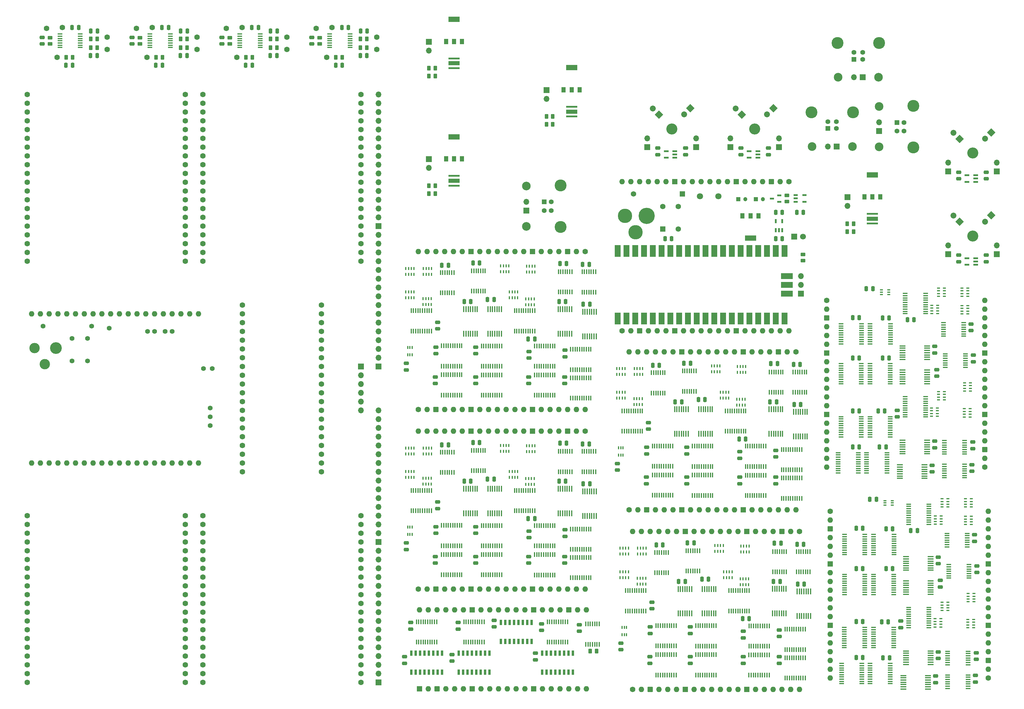
<source format=gts>
%MOIN*%
%OFA0B0*%
%FSLAX46Y46*%
%IPPOS*%
%LPD*%
%AMRoundRect*
4,1,4,
0.07874015748031496,0.11811023622047245,
0.15748031496062992,0.19685039370078741,
0.23622047244094491,0.27559055118110237,
0.31496062992125984,0.35433070866141736,
0.07874015748031496,0.11811023622047245,
0*
1,1,$1,$2,$3*
1,1,$1,$2,$3*
1,1,$1,$2,$3*
1,1,$1,$2,$3*
20,1,$1,$2,$3,$4,$5,0*
20,1,$1,$2,$3,$4,$5,0*
20,1,$1,$2,$3,$4,$5,0*
20,1,$1,$2,$3,$4,$5,0*%
%AMHorizOval*
20,1,$1,$2,$3,$4,$5,0*
1,1,$1,$2,$3*
1,1,$1,$2,$3*%
%AMRotRect*
21,1,$1,$2,0,0,$3*%
%AMCOMP14*
4,1,3,
-0.018700787401574805,0.00984251968503937,
-0.018700787401574805,-0.00984251968503937,
0.018700787401574805,-0.00984251968503937,
0.018700787401574805,0.00984251968503937,
0*
4,1,19,
-0.018700787401574805,0.01968503937007874,
-0.015659281551427682,0.019203312168259386,
-0.012915499485310303,0.017805285377706176,
-0.010738021708907997,0.015627807601303872,
-0.0093399949183547871,0.012884025535186491,
-0.0088582677165354329,0.00984251968503937,
-0.0093399949183547871,0.0068010138348922507,
-0.010738021708907997,0.0040572317687748724,
-0.012915499485310301,0.0018797539923725657,
-0.015659281551427682,0.00048172720181935506,
-0.0187007874015748,0,
-0.021742293251721927,0.00048172720181935506,
-0.0244860753178393,0.0018797539923725635,
-0.026663553094241611,0.00405723176877487,
-0.02806157988479482,0.0068010138348922489,
-0.028543307086614175,0.0098425196850393682,
-0.02806157988479482,0.012884025535186489,
-0.026663553094241611,0.015627807601303868,
-0.024486075317839306,0.017805285377706176,
-0.021742293251721924,0.019203312168259386,
0*
4,1,19,
-0.018700787401574805,0,
-0.015659281551427682,-0.00048172720181935506,
-0.012915499485310303,-0.0018797539923725646,
-0.010738021708907997,-0.0040572317687748707,
-0.0093399949183547871,-0.00680101383489225,
-0.0088582677165354329,-0.00984251968503937,
-0.0093399949183547871,-0.012884025535186491,
-0.010738021708907997,-0.015627807601303868,
-0.012915499485310301,-0.017805285377706176,
-0.015659281551427682,-0.019203312168259386,
-0.0187007874015748,-0.01968503937007874,
-0.021742293251721927,-0.019203312168259386,
-0.0244860753178393,-0.017805285377706176,
-0.026663553094241611,-0.015627807601303872,
-0.02806157988479482,-0.012884025535186491,
-0.028543307086614175,-0.0098425196850393734,
-0.02806157988479482,-0.0068010138348922524,
-0.026663553094241611,-0.0040572317687748733,
-0.024486075317839306,-0.0018797539923725657,
-0.021742293251721924,-0.00048172720181935506,
0*
4,1,19,
0.018700787401574805,0,
0.021742293251721924,-0.00048172720181935506,
0.0244860753178393,-0.0018797539923725646,
0.026663553094241611,-0.0040572317687748707,
0.02806157988479482,-0.00680101383489225,
0.028543307086614175,-0.00984251968503937,
0.02806157988479482,-0.012884025535186491,
0.026663553094241611,-0.015627807601303868,
0.024486075317839306,-0.017805285377706176,
0.021742293251721924,-0.019203312168259386,
0.018700787401574805,-0.01968503937007874,
0.015659281551427682,-0.019203312168259386,
0.012915499485310306,-0.017805285377706176,
0.010738021708907997,-0.015627807601303872,
0.0093399949183547871,-0.012884025535186491,
0.0088582677165354329,-0.0098425196850393734,
0.0093399949183547871,-0.0068010138348922524,
0.010738021708907997,-0.0040572317687748733,
0.012915499485310301,-0.0018797539923725657,
0.015659281551427682,-0.00048172720181935506,
0*
4,1,19,
0.018700787401574805,0.01968503937007874,
0.021742293251721924,0.019203312168259386,
0.0244860753178393,0.017805285377706176,
0.026663553094241611,0.015627807601303872,
0.02806157988479482,0.012884025535186491,
0.028543307086614175,0.00984251968503937,
0.02806157988479482,0.0068010138348922507,
0.026663553094241611,0.0040572317687748724,
0.024486075317839306,0.0018797539923725657,
0.021742293251721924,0.00048172720181935506,
0.018700787401574805,0,
0.015659281551427682,0.00048172720181935506,
0.012915499485310306,0.0018797539923725635,
0.010738021708907997,0.00405723176877487,
0.0093399949183547871,0.0068010138348922489,
0.0088582677165354329,0.0098425196850393682,
0.0093399949183547871,0.012884025535186489,
0.010738021708907997,0.015627807601303868,
0.012915499485310301,0.017805285377706176,
0.015659281551427682,0.019203312168259386,
0*
4,1,3,
-0.028543307086614175,0.00984251968503937,
-0.0088582677165354329,0.00984251968503937,
-0.0088582677165354329,-0.00984251968503937,
-0.028543307086614175,-0.00984251968503937,
0*
4,1,3,
-0.018700787401574805,-0.01968503937007874,
-0.018700787401574805,0,
0.018700787401574805,0,
0.018700787401574805,-0.01968503937007874,
0*
4,1,3,
0.028543307086614175,-0.00984251968503937,
0.0088582677165354329,-0.00984251968503937,
0.0088582677165354329,0.00984251968503937,
0.028543307086614175,0.00984251968503937,
0*
4,1,3,
0.018700787401574805,0.01968503937007874,
0.018700787401574805,0,
-0.018700787401574805,0,
-0.018700787401574805,0.01968503937007874,
0*%
%AMCOMP15*
4,1,3,
0.0000000000000000087419135797256419,0.047326044410123266,
-0.047326044410123266,0.0000000000000000087419135797256419,
-0.0000000000000000087419135797256419,-0.047326044410123266,
0.047326044410123266,-0.0000000000000000087419135797256419,
0*%
%AMCOMP16*
4,1,2,
0,0,
0,0,
0,0,
0*
4,1,19,
0,0.033464566929133861,
0.010341119890500209,0.031826694442948049,
0.0196699789152993,0.027073403355067138,
0.027073403355067138,0.0196699789152993,
0.031826694442948049,0.010341119890500209,
0.033464566929133861,0.0000000000000000020490460644665759,
0.031826694442948056,-0.010341119890500208,
0.027073403355067138,-0.019669978915299296,
0.019669978915299303,-0.027073403355067135,
0.010341119890500211,-0.031826694442948049,
0.0000000000000000040980921289331518,-0.033464566929133861,
-0.01034111989050022,-0.031826694442948049,
-0.019669978915299296,-0.027073403355067142,
-0.027073403355067135,-0.019669978915299303,
-0.031826694442948049,-0.010341119890500213,
-0.033464566929133861,-0.0000000000000000061471381933997289,
-0.031826694442948056,0.010341119890500202,
-0.027073403355067142,0.019669978915299289,
-0.019669978915299306,0.027073403355067135,
-0.010341119890500216,0.031826694442948049,
0*
4,1,19,
0,0.033464566929133861,
0.010341119890500209,0.031826694442948049,
0.0196699789152993,0.027073403355067138,
0.027073403355067138,0.0196699789152993,
0.031826694442948049,0.010341119890500209,
0.033464566929133861,0.0000000000000000020490460644665759,
0.031826694442948056,-0.010341119890500208,
0.027073403355067138,-0.019669978915299296,
0.019669978915299303,-0.027073403355067135,
0.010341119890500211,-0.031826694442948049,
0.0000000000000000040980921289331518,-0.033464566929133861,
-0.01034111989050022,-0.031826694442948049,
-0.019669978915299296,-0.027073403355067142,
-0.027073403355067135,-0.019669978915299303,
-0.031826694442948049,-0.010341119890500213,
-0.033464566929133861,-0.0000000000000000061471381933997289,
-0.031826694442948056,0.010341119890500202,
-0.027073403355067142,0.019669978915299289,
-0.019669978915299306,0.027073403355067135,
-0.010341119890500216,0.031826694442948049,
0*%
%AMCOMP17*
4,1,3,
-0.047326044410123259,0.000000000000000013112870369588464,
-0.000000000000000013112870369588464,-0.047326044410123259,
0.047326044410123259,-0.000000000000000013112870369588464,
0.000000000000000013112870369588464,0.047326044410123259,
0*%
%AMCOMP18*
4,1,2,
0,0,
0,0,
0,0,
0*
4,1,19,
0,0.033464566929133861,
0.010341119890500209,0.031826694442948049,
0.0196699789152993,0.027073403355067138,
0.027073403355067138,0.0196699789152993,
0.031826694442948049,0.010341119890500209,
0.033464566929133861,0.0000000000000000020490460644665759,
0.031826694442948056,-0.010341119890500208,
0.027073403355067138,-0.019669978915299296,
0.019669978915299303,-0.027073403355067135,
0.010341119890500211,-0.031826694442948049,
0.0000000000000000040980921289331518,-0.033464566929133861,
-0.01034111989050022,-0.031826694442948049,
-0.019669978915299296,-0.027073403355067142,
-0.027073403355067135,-0.019669978915299303,
-0.031826694442948049,-0.010341119890500213,
-0.033464566929133861,-0.0000000000000000061471381933997289,
-0.031826694442948056,0.010341119890500202,
-0.027073403355067142,0.019669978915299289,
-0.019669978915299306,0.027073403355067135,
-0.010341119890500216,0.031826694442948049,
0*
4,1,19,
0,0.033464566929133861,
0.010341119890500209,0.031826694442948049,
0.0196699789152993,0.027073403355067138,
0.027073403355067138,0.0196699789152993,
0.031826694442948049,0.010341119890500209,
0.033464566929133861,0.0000000000000000020490460644665759,
0.031826694442948056,-0.010341119890500208,
0.027073403355067138,-0.019669978915299296,
0.019669978915299303,-0.027073403355067135,
0.010341119890500211,-0.031826694442948049,
0.0000000000000000040980921289331518,-0.033464566929133861,
-0.01034111989050022,-0.031826694442948049,
-0.019669978915299296,-0.027073403355067142,
-0.027073403355067135,-0.019669978915299303,
-0.031826694442948049,-0.010341119890500213,
-0.033464566929133861,-0.0000000000000000061471381933997289,
-0.031826694442948056,0.010341119890500202,
-0.027073403355067142,0.019669978915299289,
-0.019669978915299306,0.027073403355067135,
-0.010341119890500216,0.031826694442948049,
0*%
%AMRoundRect0*
4,1,4,
0.07874015748031496,0.11811023622047245,
0.15748031496062992,0.19685039370078741,
0.23622047244094491,0.27559055118110237,
0.31496062992125984,0.35433070866141736,
0.07874015748031496,0.11811023622047245,
0*
1,1,$1,$2,$3*
1,1,$1,$2,$3*
1,1,$1,$2,$3*
1,1,$1,$2,$3*
20,1,$1,$2,$3,$4,$5,0*
20,1,$1,$2,$3,$4,$5,0*
20,1,$1,$2,$3,$4,$5,0*
20,1,$1,$2,$3,$4,$5,0*%
%AMCOMP200*
4,1,3,
0.010334645669291339,0.017716535433070866,
-0.010334645669291339,0.017716535433070866,
-0.010334645669291339,-0.017716535433070866,
0.010334645669291339,-0.017716535433070866,
0*
4,1,19,
0.010334645669291339,0.027559055118110236,
0.01337615151943846,0.027077327916290882,
0.016119933585555839,0.025679301125737672,
0.018297411361958147,0.023501823349335368,
0.019695438152511353,0.020758041283217985,
0.020177165354330708,0.017716535433070866,
0.019695438152511353,0.014675029582923748,
0.018297411361958147,0.011931247516806368,
0.016119933585555839,0.0097537697404040634,
0.01337615151943846,0.0083557429498508518,
0.010334645669291341,0.0078740157480314977,
0.0072931398191442166,0.0083557429498508518,
0.0045493577530268409,0.00975376974040406,
0.0023718799766245346,0.011931247516806368,
0.000973853186071324,0.014675029582923745,
0.00049212598425196893,0.017716535433070866,
0.000973853186071323,0.020758041283217985,
0.0023718799766245325,0.023501823349335368,
0.0045493577530268375,0.025679301125737672,
0.0072931398191442166,0.027077327916290882,
0*
4,1,19,
-0.010334645669291339,0.027559055118110236,
-0.0072931398191442192,0.027077327916290882,
-0.00454935775302684,0.025679301125737672,
-0.0023718799766245333,0.023501823349335368,
-0.000973853186071324,0.020758041283217985,
-0.00049212598425196893,0.017716535433070866,
-0.000973853186071323,0.014675029582923748,
-0.0023718799766245333,0.011931247516806368,
-0.0045493577530268392,0.0097537697404040634,
-0.0072931398191442192,0.0083557429498508518,
-0.010334645669291338,0.0078740157480314977,
-0.013376151519438462,0.0083557429498508518,
-0.016119933585555839,0.00975376974040406,
-0.018297411361958144,0.011931247516806368,
-0.019695438152511353,0.014675029582923745,
-0.020177165354330708,0.017716535433070866,
-0.019695438152511353,0.020758041283217985,
-0.018297411361958147,0.023501823349335368,
-0.016119933585555843,0.025679301125737672,
-0.013376151519438462,0.027077327916290882,
0*
4,1,19,
-0.010334645669291339,-0.0078740157480314977,
-0.0072931398191442192,-0.0083557429498508518,
-0.00454935775302684,-0.0097537697404040617,
-0.0023718799766245333,-0.011931247516806368,
-0.000973853186071324,-0.014675029582923747,
-0.00049212598425196893,-0.017716535433070866,
-0.000973853186071323,-0.020758041283217985,
-0.0023718799766245333,-0.023501823349335368,
-0.0045493577530268392,-0.025679301125737672,
-0.0072931398191442192,-0.027077327916290882,
-0.010334645669291338,-0.027559055118110236,
-0.013376151519438462,-0.027077327916290882,
-0.016119933585555839,-0.025679301125737675,
-0.018297411361958144,-0.023501823349335368,
-0.019695438152511353,-0.020758041283217992,
-0.020177165354330708,-0.017716535433070869,
-0.019695438152511353,-0.014675029582923748,
-0.018297411361958147,-0.011931247516806369,
-0.016119933585555843,-0.0097537697404040634,
-0.013376151519438462,-0.0083557429498508518,
0*
4,1,19,
0.010334645669291339,-0.0078740157480314977,
0.01337615151943846,-0.0083557429498508518,
0.016119933585555839,-0.0097537697404040617,
0.018297411361958147,-0.011931247516806368,
0.019695438152511353,-0.014675029582923747,
0.020177165354330708,-0.017716535433070866,
0.019695438152511353,-0.020758041283217985,
0.018297411361958147,-0.023501823349335368,
0.016119933585555839,-0.025679301125737672,
0.01337615151943846,-0.027077327916290882,
0.010334645669291341,-0.027559055118110236,
0.0072931398191442166,-0.027077327916290882,
0.0045493577530268409,-0.025679301125737675,
0.0023718799766245346,-0.023501823349335368,
0.000973853186071324,-0.020758041283217992,
0.00049212598425196893,-0.017716535433070869,
0.000973853186071323,-0.014675029582923748,
0.0023718799766245325,-0.011931247516806369,
0.0045493577530268375,-0.0097537697404040634,
0.0072931398191442166,-0.0083557429498508518,
0*
4,1,3,
0.010334645669291339,0.027559055118110236,
0.010334645669291339,0.0078740157480314977,
-0.010334645669291339,0.0078740157480314977,
-0.010334645669291339,0.027559055118110236,
0*
4,1,3,
-0.020177165354330708,0.017716535433070866,
-0.00049212598425196893,0.017716535433070866,
-0.00049212598425196893,-0.017716535433070866,
-0.020177165354330708,-0.017716535433070866,
0*
4,1,3,
-0.010334645669291339,-0.027559055118110236,
-0.010334645669291339,-0.0078740157480314977,
0.010334645669291339,-0.0078740157480314977,
0.010334645669291339,-0.027559055118110236,
0*
4,1,3,
0.020177165354330708,-0.017716535433070866,
0.00049212598425196893,-0.017716535433070866,
0.00049212598425196893,0.017716535433070866,
0.020177165354330708,0.017716535433070866,
0*%
%AMRoundRect1*
4,1,4,
-0.11811023622047245,0.07874015748031496,
-0.19685039370078741,0.15748031496062992,
-0.27559055118110237,0.23622047244094491,
-0.35433070866141736,0.31496062992125984,
-0.11811023622047245,0.07874015748031496,
0*
1,1,$1,$2,$3*
1,1,$1,$2,$3*
1,1,$1,$2,$3*
1,1,$1,$2,$3*
20,1,$1,$2,$3,$4,$5,90*
20,1,$1,$2,$3,$4,$5,90*
20,1,$1,$2,$3,$4,$5,90*
20,1,$1,$2,$3,$4,$5,90*%
%AMCOMP310*
4,1,3,
-0.0098425196850393734,-0.018700787401574805,
0.00984251968503937,-0.018700787401574805,
0.0098425196850393734,0.018700787401574805,
-0.00984251968503937,0.018700787401574805,
0*
4,1,19,
-0.01968503937007874,-0.0187007874015748,
-0.019203312168259386,-0.015659281551427682,
-0.017805285377706176,-0.012915499485310303,
-0.015627807601303872,-0.010738021708907997,
-0.012884025535186491,-0.0093399949183547871,
-0.00984251968503937,-0.0088582677165354312,
-0.0068010138348922524,-0.0093399949183547871,
-0.0040572317687748724,-0.010738021708907997,
-0.0018797539923725666,-0.012915499485310301,
-0.000481727201819356,-0.015659281551427682,
-0.0000000000000000011450551536724983,-0.0187007874015748,
-0.00048172720181935636,-0.021742293251721927,
-0.0018797539923725648,-0.0244860753178393,
-0.0040572317687748716,-0.026663553094241611,
-0.0068010138348922507,-0.02806157988479482,
-0.00984251968503937,-0.028543307086614175,
-0.012884025535186491,-0.02806157988479482,
-0.015627807601303872,-0.026663553094241611,
-0.017805285377706179,-0.024486075317839306,
-0.019203312168259389,-0.021742293251721924,
0*
4,1,19,
-0.0000000000000000011450551536724983,-0.018700787401574805,
0.00048172720181935408,-0.015659281551427682,
0.0018797539923725637,-0.012915499485310303,
0.0040572317687748707,-0.010738021708907997,
0.0068010138348922489,-0.0093399949183547871,
0.00984251968503937,-0.0088582677165354329,
0.012884025535186491,-0.0093399949183547871,
0.015627807601303868,-0.010738021708907997,
0.017805285377706176,-0.012915499485310301,
0.019203312168259386,-0.015659281551427685,
0.01968503937007874,-0.018700787401574805,
0.019203312168259386,-0.021742293251721927,
0.017805285377706176,-0.0244860753178393,
0.015627807601303872,-0.026663553094241611,
0.012884025535186489,-0.02806157988479482,
0.00984251968503937,-0.028543307086614175,
0.00680101383489225,-0.02806157988479482,
0.0040572317687748716,-0.026663553094241611,
0.0018797539923725642,-0.024486075317839306,
0.00048172720181935375,-0.021742293251721924,
0*
4,1,19,
0.0000000000000000011450551536724983,0.018700787401574805,
0.00048172720181935636,0.021742293251721924,
0.0018797539923725659,0.0244860753178393,
0.0040572317687748724,0.026663553094241611,
0.0068010138348922524,0.02806157988479482,
0.00984251968503937,0.028543307086614175,
0.012884025535186494,0.02806157988479482,
0.015627807601303872,0.026663553094241611,
0.017805285377706179,0.024486075317839306,
0.019203312168259389,0.021742293251721924,
0.01968503937007874,0.018700787401574805,
0.019203312168259386,0.015659281551427678,
0.017805285377706176,0.012915499485310306,
0.015627807601303872,0.010738021708907997,
0.012884025535186491,0.0093399949183547871,
0.0098425196850393734,0.0088582677165354312,
0.0068010138348922533,0.0093399949183547871,
0.0040572317687748733,0.010738021708907997,
0.0018797539923725666,0.012915499485310301,
0.000481727201819356,0.015659281551427682,
0*
4,1,19,
-0.01968503937007874,0.018700787401574805,
-0.019203312168259386,0.021742293251721924,
-0.017805285377706176,0.0244860753178393,
-0.015627807601303868,0.026663553094241611,
-0.012884025535186489,0.02806157988479482,
-0.0098425196850393682,0.028543307086614175,
-0.0068010138348922489,0.02806157988479482,
-0.0040572317687748707,0.026663553094241611,
-0.0018797539923725642,0.024486075317839306,
-0.00048172720181935375,0.021742293251721924,
0.0000000000000000011450551536724986,0.018700787401574805,
-0.00048172720181935408,0.015659281551427682,
-0.0018797539923725627,0.012915499485310306,
-0.004057231768774869,0.010738021708907997,
-0.0068010138348922481,0.0093399949183547871,
-0.0098425196850393682,0.0088582677165354329,
-0.012884025535186489,0.0093399949183547871,
-0.015627807601303868,0.010738021708907997,
-0.017805285377706176,0.012915499485310301,
-0.019203312168259386,0.015659281551427682,
0*
4,1,3,
-0.0098425196850393734,-0.028543307086614175,
-0.00984251968503937,-0.0088582677165354312,
0.00984251968503937,-0.0088582677165354329,
0.0098425196850393682,-0.028543307086614175,
0*
4,1,3,
0.01968503937007874,-0.018700787401574805,
-0.0000000000000000011450551536724983,-0.018700787401574805,
0.0000000000000000011450551536724983,0.018700787401574805,
0.01968503937007874,0.0187007874015748,
0*
4,1,3,
0.0098425196850393734,0.028543307086614175,
0.00984251968503937,0.0088582677165354312,
-0.00984251968503937,0.0088582677165354329,
-0.0098425196850393682,0.028543307086614175,
0*
4,1,3,
-0.01968503937007874,0.018700787401574805,
0.0000000000000000011450551536724983,0.018700787401574805,
-0.0000000000000000011450551536724983,-0.018700787401574805,
-0.01968503937007874,-0.0187007874015748,
0*%
%AMCOMP320*
4,1,3,
-0.018700787401574805,0.0098425196850393734,
-0.018700787401574805,-0.00984251968503937,
0.018700787401574805,-0.0098425196850393734,
0.018700787401574805,0.00984251968503937,
0*
4,1,19,
-0.028543307086614175,0.0098425196850393734,
-0.02806157988479482,0.012884025535186494,
-0.026663553094241611,0.015627807601303872,
-0.0244860753178393,0.017805285377706179,
-0.021742293251721924,0.019203312168259389,
-0.0187007874015748,0.01968503937007874,
-0.015659281551427682,0.019203312168259386,
-0.012915499485310306,0.017805285377706176,
-0.010738021708907997,0.015627807601303872,
-0.0093399949183547871,0.012884025535186491,
-0.0088582677165354312,0.0098425196850393734,
-0.0093399949183547871,0.0068010138348922489,
-0.010738021708907997,0.0040572317687748724,
-0.012915499485310301,0.0018797539923725666,
-0.015659281551427682,0.000481727201819356,
-0.0187007874015748,0.0000000000000000011450551536724983,
-0.02174229325172192,0.00048172720181935522,
-0.0244860753178393,0.0018797539923725648,
-0.026663553094241611,0.0040572317687748707,
-0.02806157988479482,0.00680101383489225,
0*
4,1,19,
-0.028543307086614175,-0.0098425196850393682,
-0.02806157988479482,-0.0068010138348922481,
-0.026663553094241611,-0.004057231768774869,
-0.0244860753178393,-0.0018797539923725631,
-0.021742293251721924,-0.00048172720181935375,
-0.018700787401574805,0.0000000000000000011450551536724983,
-0.015659281551427682,-0.000481727201819353,
-0.012915499485310306,-0.0018797539923725637,
-0.010738021708907997,-0.004057231768774869,
-0.0093399949183547871,-0.0068010138348922489,
-0.0088582677165354329,-0.00984251968503937,
-0.0093399949183547888,-0.012884025535186494,
-0.010738021708907997,-0.015627807601303868,
-0.012915499485310301,-0.017805285377706176,
-0.015659281551427685,-0.019203312168259386,
-0.018700787401574805,-0.01968503937007874,
-0.02174229325172192,-0.019203312168259386,
-0.0244860753178393,-0.017805285377706176,
-0.026663553094241611,-0.015627807601303872,
-0.02806157988479482,-0.012884025535186491,
0*
4,1,19,
0.0088582677165354312,-0.00984251968503937,
0.0093399949183547871,-0.0068010138348922507,
0.010738021708907997,-0.0040572317687748716,
0.012915499485310303,-0.0018797539923725655,
0.015659281551427682,-0.000481727201819356,
0.018700787401574805,-0.0000000000000000011450551536724983,
0.021742293251721924,-0.00048172720181935522,
0.0244860753178393,-0.0018797539923725659,
0.026663553094241611,-0.0040572317687748716,
0.02806157988479482,-0.0068010138348922524,
0.028543307086614175,-0.00984251968503937,
0.02806157988479482,-0.012884025535186496,
0.026663553094241611,-0.015627807601303872,
0.024486075317839306,-0.017805285377706179,
0.021742293251721924,-0.019203312168259389,
0.018700787401574805,-0.01968503937007874,
0.015659281551427682,-0.019203312168259386,
0.012915499485310306,-0.017805285377706176,
0.010738021708907997,-0.015627807601303872,
0.0093399949183547871,-0.012884025535186494,
0*
4,1,19,
0.0088582677165354329,0.00984251968503937,
0.0093399949183547888,0.012884025535186491,
0.010738021708907997,0.015627807601303872,
0.012915499485310303,0.017805285377706176,
0.015659281551427685,0.019203312168259386,
0.018700787401574805,0.01968503937007874,
0.021742293251721924,0.019203312168259386,
0.0244860753178393,0.017805285377706176,
0.026663553094241611,0.015627807601303872,
0.02806157988479482,0.012884025535186489,
0.028543307086614175,0.00984251968503937,
0.02806157988479482,0.0068010138348922455,
0.026663553094241611,0.0040572317687748707,
0.024486075317839306,0.0018797539923725642,
0.021742293251721924,0.00048172720181935375,
0.018700787401574805,-0.0000000000000000011450551536724986,
0.015659281551427685,0.000481727201819353,
0.012915499485310306,0.0018797539923725627,
0.010738021708907997,0.0040572317687748681,
0.0093399949183547871,0.0068010138348922463,
0*
4,1,3,
-0.028543307086614175,0.0098425196850393734,
-0.0088582677165354312,0.00984251968503937,
-0.0088582677165354329,-0.00984251968503937,
-0.028543307086614175,-0.0098425196850393682,
0*
4,1,3,
-0.018700787401574805,-0.01968503937007874,
-0.018700787401574805,0.0000000000000000011450551536724983,
0.018700787401574805,-0.0000000000000000011450551536724983,
0.0187007874015748,-0.01968503937007874,
0*
4,1,3,
0.028543307086614175,-0.0098425196850393734,
0.0088582677165354312,-0.00984251968503937,
0.0088582677165354329,0.00984251968503937,
0.028543307086614175,0.0098425196850393682,
0*
4,1,3,
0.018700787401574805,0.01968503937007874,
0.018700787401574805,-0.0000000000000000011450551536724983,
-0.018700787401574805,0.0000000000000000011450551536724983,
-0.0187007874015748,0.01968503937007874,
0*%
%AMCOMP330*
4,1,3,
0.018700787401574805,-0.0098425196850393734,
0.018700787401574805,0.00984251968503937,
-0.018700787401574805,0.0098425196850393734,
-0.018700787401574805,-0.00984251968503937,
0*
4,1,19,
0.0088582677165354312,-0.00984251968503937,
0.0093399949183547871,-0.0068010138348922507,
0.010738021708907997,-0.0040572317687748716,
0.012915499485310303,-0.0018797539923725655,
0.015659281551427682,-0.000481727201819356,
0.018700787401574805,-0.0000000000000000011450551536724983,
0.021742293251721924,-0.00048172720181935522,
0.0244860753178393,-0.0018797539923725659,
0.026663553094241611,-0.0040572317687748716,
0.02806157988479482,-0.0068010138348922524,
0.028543307086614175,-0.00984251968503937,
0.02806157988479482,-0.012884025535186496,
0.026663553094241611,-0.015627807601303872,
0.024486075317839306,-0.017805285377706179,
0.021742293251721924,-0.019203312168259389,
0.018700787401574805,-0.01968503937007874,
0.015659281551427682,-0.019203312168259386,
0.012915499485310306,-0.017805285377706176,
0.010738021708907997,-0.015627807601303872,
0.0093399949183547871,-0.012884025535186494,
0*
4,1,19,
0.0088582677165354329,0.00984251968503937,
0.0093399949183547888,0.012884025535186491,
0.010738021708907997,0.015627807601303872,
0.012915499485310303,0.017805285377706176,
0.015659281551427685,0.019203312168259386,
0.018700787401574805,0.01968503937007874,
0.021742293251721924,0.019203312168259386,
0.0244860753178393,0.017805285377706176,
0.026663553094241611,0.015627807601303872,
0.02806157988479482,0.012884025535186489,
0.028543307086614175,0.00984251968503937,
0.02806157988479482,0.0068010138348922455,
0.026663553094241611,0.0040572317687748707,
0.024486075317839306,0.0018797539923725642,
0.021742293251721924,0.00048172720181935375,
0.018700787401574805,-0.0000000000000000011450551536724986,
0.015659281551427685,0.000481727201819353,
0.012915499485310306,0.0018797539923725627,
0.010738021708907997,0.0040572317687748681,
0.0093399949183547871,0.0068010138348922463,
0*
4,1,19,
-0.028543307086614175,0.0098425196850393734,
-0.02806157988479482,0.012884025535186494,
-0.026663553094241611,0.015627807601303872,
-0.0244860753178393,0.017805285377706179,
-0.021742293251721924,0.019203312168259389,
-0.0187007874015748,0.01968503937007874,
-0.015659281551427682,0.019203312168259386,
-0.012915499485310306,0.017805285377706176,
-0.010738021708907997,0.015627807601303872,
-0.0093399949183547871,0.012884025535186491,
-0.0088582677165354312,0.0098425196850393734,
-0.0093399949183547871,0.0068010138348922489,
-0.010738021708907997,0.0040572317687748724,
-0.012915499485310301,0.0018797539923725666,
-0.015659281551427682,0.000481727201819356,
-0.0187007874015748,0.0000000000000000011450551536724983,
-0.02174229325172192,0.00048172720181935522,
-0.0244860753178393,0.0018797539923725648,
-0.026663553094241611,0.0040572317687748707,
-0.02806157988479482,0.00680101383489225,
0*
4,1,19,
-0.028543307086614175,-0.0098425196850393682,
-0.02806157988479482,-0.0068010138348922481,
-0.026663553094241611,-0.004057231768774869,
-0.0244860753178393,-0.0018797539923725631,
-0.021742293251721924,-0.00048172720181935375,
-0.018700787401574805,0.0000000000000000011450551536724983,
-0.015659281551427682,-0.000481727201819353,
-0.012915499485310306,-0.0018797539923725637,
-0.010738021708907997,-0.004057231768774869,
-0.0093399949183547871,-0.0068010138348922489,
-0.0088582677165354329,-0.00984251968503937,
-0.0093399949183547888,-0.012884025535186494,
-0.010738021708907997,-0.015627807601303868,
-0.012915499485310301,-0.017805285377706176,
-0.015659281551427685,-0.019203312168259386,
-0.018700787401574805,-0.01968503937007874,
-0.02174229325172192,-0.019203312168259386,
-0.0244860753178393,-0.017805285377706176,
-0.026663553094241611,-0.015627807601303872,
-0.02806157988479482,-0.012884025535186491,
0*
4,1,3,
0.028543307086614175,-0.0098425196850393734,
0.0088582677165354312,-0.00984251968503937,
0.0088582677165354329,0.00984251968503937,
0.028543307086614175,0.0098425196850393682,
0*
4,1,3,
0.018700787401574805,0.01968503937007874,
0.018700787401574805,-0.0000000000000000011450551536724983,
-0.018700787401574805,0.0000000000000000011450551536724983,
-0.0187007874015748,0.01968503937007874,
0*
4,1,3,
-0.028543307086614175,0.0098425196850393734,
-0.0088582677165354312,0.00984251968503937,
-0.0088582677165354329,-0.00984251968503937,
-0.028543307086614175,-0.0098425196850393682,
0*
4,1,3,
-0.018700787401574805,-0.01968503937007874,
-0.018700787401574805,0.0000000000000000011450551536724983,
0.018700787401574805,-0.0000000000000000011450551536724983,
0.0187007874015748,-0.01968503937007874,
0*%
%AMCOMP340*
4,1,3,
0.0098425196850393734,0.018700787401574805,
-0.00984251968503937,0.018700787401574805,
-0.0098425196850393734,-0.018700787401574805,
0.00984251968503937,-0.018700787401574805,
0*
4,1,19,
0.0000000000000000011450551536724983,0.018700787401574805,
0.00048172720181935636,0.021742293251721924,
0.0018797539923725659,0.0244860753178393,
0.0040572317687748724,0.026663553094241611,
0.0068010138348922524,0.02806157988479482,
0.00984251968503937,0.028543307086614175,
0.012884025535186494,0.02806157988479482,
0.015627807601303872,0.026663553094241611,
0.017805285377706179,0.024486075317839306,
0.019203312168259389,0.021742293251721924,
0.01968503937007874,0.018700787401574805,
0.019203312168259386,0.015659281551427678,
0.017805285377706176,0.012915499485310306,
0.015627807601303872,0.010738021708907997,
0.012884025535186491,0.0093399949183547871,
0.0098425196850393734,0.0088582677165354312,
0.0068010138348922533,0.0093399949183547871,
0.0040572317687748733,0.010738021708907997,
0.0018797539923725666,0.012915499485310301,
0.000481727201819356,0.015659281551427682,
0*
4,1,19,
-0.01968503937007874,0.018700787401574805,
-0.019203312168259386,0.021742293251721924,
-0.017805285377706176,0.0244860753178393,
-0.015627807601303868,0.026663553094241611,
-0.012884025535186489,0.02806157988479482,
-0.0098425196850393682,0.028543307086614175,
-0.0068010138348922489,0.02806157988479482,
-0.0040572317687748707,0.026663553094241611,
-0.0018797539923725642,0.024486075317839306,
-0.00048172720181935375,0.021742293251721924,
0.0000000000000000011450551536724986,0.018700787401574805,
-0.00048172720181935408,0.015659281551427682,
-0.0018797539923725627,0.012915499485310306,
-0.004057231768774869,0.010738021708907997,
-0.0068010138348922481,0.0093399949183547871,
-0.0098425196850393682,0.0088582677165354329,
-0.012884025535186489,0.0093399949183547871,
-0.015627807601303868,0.010738021708907997,
-0.017805285377706176,0.012915499485310301,
-0.019203312168259386,0.015659281551427682,
0*
4,1,19,
-0.01968503937007874,-0.0187007874015748,
-0.019203312168259386,-0.015659281551427682,
-0.017805285377706176,-0.012915499485310303,
-0.015627807601303872,-0.010738021708907997,
-0.012884025535186491,-0.0093399949183547871,
-0.00984251968503937,-0.0088582677165354312,
-0.0068010138348922524,-0.0093399949183547871,
-0.0040572317687748724,-0.010738021708907997,
-0.0018797539923725666,-0.012915499485310301,
-0.000481727201819356,-0.015659281551427682,
-0.0000000000000000011450551536724983,-0.0187007874015748,
-0.00048172720181935636,-0.021742293251721927,
-0.0018797539923725648,-0.0244860753178393,
-0.0040572317687748716,-0.026663553094241611,
-0.0068010138348922507,-0.02806157988479482,
-0.00984251968503937,-0.028543307086614175,
-0.012884025535186491,-0.02806157988479482,
-0.015627807601303872,-0.026663553094241611,
-0.017805285377706179,-0.024486075317839306,
-0.019203312168259389,-0.021742293251721924,
0*
4,1,19,
-0.0000000000000000011450551536724983,-0.018700787401574805,
0.00048172720181935408,-0.015659281551427682,
0.0018797539923725637,-0.012915499485310303,
0.0040572317687748707,-0.010738021708907997,
0.0068010138348922489,-0.0093399949183547871,
0.00984251968503937,-0.0088582677165354329,
0.012884025535186491,-0.0093399949183547871,
0.015627807601303868,-0.010738021708907997,
0.017805285377706176,-0.012915499485310301,
0.019203312168259386,-0.015659281551427685,
0.01968503937007874,-0.018700787401574805,
0.019203312168259386,-0.021742293251721927,
0.017805285377706176,-0.0244860753178393,
0.015627807601303872,-0.026663553094241611,
0.012884025535186489,-0.02806157988479482,
0.00984251968503937,-0.028543307086614175,
0.00680101383489225,-0.02806157988479482,
0.0040572317687748716,-0.026663553094241611,
0.0018797539923725642,-0.024486075317839306,
0.00048172720181935375,-0.021742293251721924,
0*
4,1,3,
0.0098425196850393734,0.028543307086614175,
0.00984251968503937,0.0088582677165354312,
-0.00984251968503937,0.0088582677165354329,
-0.0098425196850393682,0.028543307086614175,
0*
4,1,3,
-0.01968503937007874,0.018700787401574805,
0.0000000000000000011450551536724983,0.018700787401574805,
-0.0000000000000000011450551536724983,-0.018700787401574805,
-0.01968503937007874,-0.0187007874015748,
0*
4,1,3,
-0.0098425196850393734,-0.028543307086614175,
-0.00984251968503937,-0.0088582677165354312,
0.00984251968503937,-0.0088582677165354329,
0.0098425196850393682,-0.028543307086614175,
0*
4,1,3,
0.01968503937007874,-0.018700787401574805,
-0.0000000000000000011450551536724983,-0.018700787401574805,
0.0000000000000000011450551536724983,0.018700787401574805,
0.01968503937007874,0.0187007874015748,
0*%
%AMCOMP350*
4,1,3,
-0.015748031496062995,0.015748031496062995,
-0.015748031496062995,-0.015748031496062995,
0.015748031496062995,-0.015748031496062995,
0.015748031496062995,0.015748031496062995,
0*
4,1,19,
-0.031496062992125991,0.015748031496062995,
-0.030725299469215022,0.020614440856298388,
-0.028488456604329887,0.025004492162086195,
-0.025004492162086195,0.028488456604329887,
-0.020614440856298388,0.030725299469215022,
-0.015748031496062992,0.031496062992125991,
-0.0108816221358276,0.030725299469215022,
-0.0064915708300397933,0.028488456604329887,
-0.0030076063877961029,0.0250044921620862,
-0.00077076352291096729,0.020614440856298388,
0.000000000000000000964256971513683,0.015748031496062995,
-0.00077076352291096783,0.010881622135827598,
-0.003007606387796102,0.006491570830039795,
-0.0064915708300397924,0.003007606387796105,
-0.0108816221358276,0.00077076352291096913,
-0.015748031496062992,0.0000000000000000009642569715136828,
-0.020614440856298388,0.0007707635229109675,
-0.025004492162086188,0.0030076063877961042,
-0.02848845660432988,0.0064915708300397924,
-0.030725299469215022,0.0108816221358276,
0*
4,1,19,
-0.031496062992125991,-0.015748031496062992,
-0.030725299469215022,-0.0108816221358276,
-0.028488456604329887,-0.0064915708300397924,
-0.025004492162086195,-0.0030076063877961007,
-0.020614440856298388,-0.00077076352291096729,
-0.015748031496062995,0.000000000000000000964256971513683,
-0.010881622135827601,-0.00077076352291096566,
-0.006491570830039795,-0.003007606387796102,
-0.003007606387796105,-0.0064915708300397924,
-0.00077076352291096913,-0.0108816221358276,
-0.0000000000000000009642569715136828,-0.015748031496062992,
-0.00077076352291096967,-0.020614440856298391,
-0.0030076063877961042,-0.025004492162086195,
-0.0064915708300397942,-0.02848845660432988,
-0.010881622135827601,-0.030725299469215022,
-0.015748031496062995,-0.031496062992125991,
-0.020614440856298388,-0.030725299469215022,
-0.025004492162086188,-0.028488456604329887,
-0.02848845660432988,-0.0250044921620862,
-0.030725299469215022,-0.020614440856298391,
0*
4,1,19,
-0.000000000000000000964256971513683,-0.015748031496062995,
0.00077076352291096783,-0.010881622135827601,
0.003007606387796102,-0.0064915708300397942,
0.0064915708300397942,-0.0030076063877961029,
0.010881622135827601,-0.00077076352291096913,
0.015748031496062995,-0.000000000000000000964256971513683,
0.020614440856298388,-0.0007707635229109675,
0.025004492162086195,-0.0030076063877961042,
0.02848845660432988,-0.0064915708300397942,
0.030725299469215022,-0.010881622135827601,
0.031496062992125991,-0.015748031496062995,
0.030725299469215022,-0.020614440856298391,
0.028488456604329887,-0.025004492162086195,
0.0250044921620862,-0.02848845660432988,
0.020614440856298391,-0.030725299469215022,
0.015748031496062995,-0.031496062992125991,
0.010881622135827601,-0.030725299469215022,
0.006491570830039795,-0.028488456604329887,
0.0030076063877961029,-0.0250044921620862,
0.00077076352291096729,-0.020614440856298391,
0*
4,1,19,
0.000000000000000000964256971513683,0.015748031496062995,
0.00077076352291096967,0.020614440856298388,
0.0030076063877961042,0.025004492162086195,
0.0064915708300397968,0.028488456604329887,
0.010881622135827603,0.030725299469215022,
0.015748031496062995,0.031496062992125991,
0.020614440856298388,0.030725299469215022,
0.025004492162086195,0.028488456604329887,
0.02848845660432988,0.0250044921620862,
0.030725299469215022,0.020614440856298388,
0.031496062992125991,0.015748031496062995,
0.030725299469215022,0.010881622135827594,
0.028488456604329887,0.0064915708300397933,
0.0250044921620862,0.0030076063877961029,
0.020614440856298391,0.00077076352291096729,
0.015748031496062995,-0.000000000000000000964256971513683,
0.010881622135827603,0.00077076352291096566,
0.0064915708300397976,0.003007606387796102,
0.003007606387796105,0.00649157083003979,
0.00077076352291096913,0.010881622135827598,
0*
4,1,3,
-0.031496062992125991,0.015748031496062995,
0.000000000000000000964256971513683,0.015748031496062995,
-0.000000000000000000964256971513683,-0.015748031496062995,
-0.031496062992125991,-0.015748031496062992,
0*
4,1,3,
-0.015748031496062995,-0.031496062992125991,
-0.015748031496062995,0.000000000000000000964256971513683,
0.015748031496062995,-0.000000000000000000964256971513683,
0.015748031496062992,-0.031496062992125991,
0*
4,1,3,
0.031496062992125991,-0.015748031496062995,
-0.000000000000000000964256971513683,-0.015748031496062995,
0.000000000000000000964256971513683,0.015748031496062995,
0.031496062992125991,0.015748031496062992,
0*
4,1,3,
0.015748031496062995,0.031496062992125991,
0.015748031496062995,-0.000000000000000000964256971513683,
-0.015748031496062995,0.000000000000000000964256971513683,
-0.015748031496062992,0.031496062992125991,
0*%
%AMCOMP360*
4,1,3,
0.015748031496062995,-0.015748031496062995,
0.015748031496062995,0.015748031496062995,
-0.015748031496062995,0.015748031496062995,
-0.015748031496062995,-0.015748031496062995,
0*
4,1,19,
-0.000000000000000000964256971513683,-0.015748031496062995,
0.00077076352291096783,-0.010881622135827601,
0.003007606387796102,-0.0064915708300397942,
0.0064915708300397942,-0.0030076063877961029,
0.010881622135827601,-0.00077076352291096913,
0.015748031496062995,-0.000000000000000000964256971513683,
0.020614440856298388,-0.0007707635229109675,
0.025004492162086195,-0.0030076063877961042,
0.02848845660432988,-0.0064915708300397942,
0.030725299469215022,-0.010881622135827601,
0.031496062992125991,-0.015748031496062995,
0.030725299469215022,-0.020614440856298391,
0.028488456604329887,-0.025004492162086195,
0.0250044921620862,-0.02848845660432988,
0.020614440856298391,-0.030725299469215022,
0.015748031496062995,-0.031496062992125991,
0.010881622135827601,-0.030725299469215022,
0.006491570830039795,-0.028488456604329887,
0.0030076063877961029,-0.0250044921620862,
0.00077076352291096729,-0.020614440856298391,
0*
4,1,19,
0.000000000000000000964256971513683,0.015748031496062995,
0.00077076352291096967,0.020614440856298388,
0.0030076063877961042,0.025004492162086195,
0.0064915708300397968,0.028488456604329887,
0.010881622135827603,0.030725299469215022,
0.015748031496062995,0.031496062992125991,
0.020614440856298388,0.030725299469215022,
0.025004492162086195,0.028488456604329887,
0.02848845660432988,0.0250044921620862,
0.030725299469215022,0.020614440856298388,
0.031496062992125991,0.015748031496062995,
0.030725299469215022,0.010881622135827594,
0.028488456604329887,0.0064915708300397933,
0.0250044921620862,0.0030076063877961029,
0.020614440856298391,0.00077076352291096729,
0.015748031496062995,-0.000000000000000000964256971513683,
0.010881622135827603,0.00077076352291096566,
0.0064915708300397976,0.003007606387796102,
0.003007606387796105,0.00649157083003979,
0.00077076352291096913,0.010881622135827598,
0*
4,1,19,
-0.031496062992125991,0.015748031496062995,
-0.030725299469215022,0.020614440856298388,
-0.028488456604329887,0.025004492162086195,
-0.025004492162086195,0.028488456604329887,
-0.020614440856298388,0.030725299469215022,
-0.015748031496062992,0.031496062992125991,
-0.0108816221358276,0.030725299469215022,
-0.0064915708300397933,0.028488456604329887,
-0.0030076063877961029,0.0250044921620862,
-0.00077076352291096729,0.020614440856298388,
0.000000000000000000964256971513683,0.015748031496062995,
-0.00077076352291096783,0.010881622135827598,
-0.003007606387796102,0.006491570830039795,
-0.0064915708300397924,0.003007606387796105,
-0.0108816221358276,0.00077076352291096913,
-0.015748031496062992,0.0000000000000000009642569715136828,
-0.020614440856298388,0.0007707635229109675,
-0.025004492162086188,0.0030076063877961042,
-0.02848845660432988,0.0064915708300397924,
-0.030725299469215022,0.0108816221358276,
0*
4,1,19,
-0.031496062992125991,-0.015748031496062992,
-0.030725299469215022,-0.0108816221358276,
-0.028488456604329887,-0.0064915708300397924,
-0.025004492162086195,-0.0030076063877961007,
-0.020614440856298388,-0.00077076352291096729,
-0.015748031496062995,0.000000000000000000964256971513683,
-0.010881622135827601,-0.00077076352291096566,
-0.006491570830039795,-0.003007606387796102,
-0.003007606387796105,-0.0064915708300397924,
-0.00077076352291096913,-0.0108816221358276,
-0.0000000000000000009642569715136828,-0.015748031496062992,
-0.00077076352291096967,-0.020614440856298391,
-0.0030076063877961042,-0.025004492162086195,
-0.0064915708300397942,-0.02848845660432988,
-0.010881622135827601,-0.030725299469215022,
-0.015748031496062995,-0.031496062992125991,
-0.020614440856298388,-0.030725299469215022,
-0.025004492162086188,-0.028488456604329887,
-0.02848845660432988,-0.0250044921620862,
-0.030725299469215022,-0.020614440856298391,
0*
4,1,3,
0.031496062992125991,-0.015748031496062995,
-0.000000000000000000964256971513683,-0.015748031496062995,
0.000000000000000000964256971513683,0.015748031496062995,
0.031496062992125991,0.015748031496062992,
0*
4,1,3,
0.015748031496062995,0.031496062992125991,
0.015748031496062995,-0.000000000000000000964256971513683,
-0.015748031496062995,0.000000000000000000964256971513683,
-0.015748031496062992,0.031496062992125991,
0*
4,1,3,
-0.031496062992125991,0.015748031496062995,
0.000000000000000000964256971513683,0.015748031496062995,
-0.000000000000000000964256971513683,-0.015748031496062995,
-0.031496062992125991,-0.015748031496062992,
0*
4,1,3,
-0.015748031496062995,-0.031496062992125991,
-0.015748031496062995,0.000000000000000000964256971513683,
0.015748031496062995,-0.000000000000000000964256971513683,
0.015748031496062992,-0.031496062992125991,
0*%
%AMRoundRect0*
4,1,4,
-0.11811023622047245,0.07874015748031496,
-0.19685039370078741,0.15748031496062992,
-0.27559055118110237,0.23622047244094491,
-0.35433070866141736,0.31496062992125984,
-0.11811023622047245,0.07874015748031496,
0*
1,1,$1,$2,$3*
1,1,$1,$2,$3*
1,1,$1,$2,$3*
1,1,$1,$2,$3*
20,1,$1,$2,$3,$4,$5,90*
20,1,$1,$2,$3,$4,$5,90*
20,1,$1,$2,$3,$4,$5,90*
20,1,$1,$2,$3,$4,$5,90*%
%AMCOMP420*
4,1,3,
0.015748031496062995,-0.015748031496062995,
0.015748031496062995,0.015748031496062995,
-0.015748031496062995,0.015748031496062995,
-0.015748031496062995,-0.015748031496062995,
0*
4,1,19,
-0.000000000000000000964256971513683,-0.015748031496062995,
0.00077076352291096783,-0.010881622135827601,
0.003007606387796102,-0.0064915708300397942,
0.0064915708300397942,-0.0030076063877961029,
0.010881622135827601,-0.00077076352291096913,
0.015748031496062995,-0.000000000000000000964256971513683,
0.020614440856298388,-0.0007707635229109675,
0.025004492162086195,-0.0030076063877961042,
0.02848845660432988,-0.0064915708300397942,
0.030725299469215022,-0.010881622135827601,
0.031496062992125991,-0.015748031496062995,
0.030725299469215022,-0.020614440856298391,
0.028488456604329887,-0.025004492162086195,
0.0250044921620862,-0.02848845660432988,
0.020614440856298391,-0.030725299469215022,
0.015748031496062995,-0.031496062992125991,
0.010881622135827601,-0.030725299469215022,
0.006491570830039795,-0.028488456604329887,
0.0030076063877961029,-0.0250044921620862,
0.00077076352291096729,-0.020614440856298391,
0*
4,1,19,
0.000000000000000000964256971513683,0.015748031496062995,
0.00077076352291096967,0.020614440856298388,
0.0030076063877961042,0.025004492162086195,
0.0064915708300397968,0.028488456604329887,
0.010881622135827603,0.030725299469215022,
0.015748031496062995,0.031496062992125991,
0.020614440856298388,0.030725299469215022,
0.025004492162086195,0.028488456604329887,
0.02848845660432988,0.0250044921620862,
0.030725299469215022,0.020614440856298388,
0.031496062992125991,0.015748031496062995,
0.030725299469215022,0.010881622135827594,
0.028488456604329887,0.0064915708300397933,
0.0250044921620862,0.0030076063877961029,
0.020614440856298391,0.00077076352291096729,
0.015748031496062995,-0.000000000000000000964256971513683,
0.010881622135827603,0.00077076352291096566,
0.0064915708300397976,0.003007606387796102,
0.003007606387796105,0.00649157083003979,
0.00077076352291096913,0.010881622135827598,
0*
4,1,19,
-0.031496062992125991,0.015748031496062995,
-0.030725299469215022,0.020614440856298388,
-0.028488456604329887,0.025004492162086195,
-0.025004492162086195,0.028488456604329887,
-0.020614440856298388,0.030725299469215022,
-0.015748031496062992,0.031496062992125991,
-0.0108816221358276,0.030725299469215022,
-0.0064915708300397933,0.028488456604329887,
-0.0030076063877961029,0.0250044921620862,
-0.00077076352291096729,0.020614440856298388,
0.000000000000000000964256971513683,0.015748031496062995,
-0.00077076352291096783,0.010881622135827598,
-0.003007606387796102,0.006491570830039795,
-0.0064915708300397924,0.003007606387796105,
-0.0108816221358276,0.00077076352291096913,
-0.015748031496062992,0.0000000000000000009642569715136828,
-0.020614440856298388,0.0007707635229109675,
-0.025004492162086188,0.0030076063877961042,
-0.02848845660432988,0.0064915708300397924,
-0.030725299469215022,0.0108816221358276,
0*
4,1,19,
-0.031496062992125991,-0.015748031496062992,
-0.030725299469215022,-0.0108816221358276,
-0.028488456604329887,-0.0064915708300397924,
-0.025004492162086195,-0.0030076063877961007,
-0.020614440856298388,-0.00077076352291096729,
-0.015748031496062995,0.000000000000000000964256971513683,
-0.010881622135827601,-0.00077076352291096566,
-0.006491570830039795,-0.003007606387796102,
-0.003007606387796105,-0.0064915708300397924,
-0.00077076352291096913,-0.0108816221358276,
-0.0000000000000000009642569715136828,-0.015748031496062992,
-0.00077076352291096967,-0.020614440856298391,
-0.0030076063877961042,-0.025004492162086195,
-0.0064915708300397942,-0.02848845660432988,
-0.010881622135827601,-0.030725299469215022,
-0.015748031496062995,-0.031496062992125991,
-0.020614440856298388,-0.030725299469215022,
-0.025004492162086188,-0.028488456604329887,
-0.02848845660432988,-0.0250044921620862,
-0.030725299469215022,-0.020614440856298391,
0*
4,1,3,
0.031496062992125991,-0.015748031496062995,
-0.000000000000000000964256971513683,-0.015748031496062995,
0.000000000000000000964256971513683,0.015748031496062995,
0.031496062992125991,0.015748031496062992,
0*
4,1,3,
0.015748031496062995,0.031496062992125991,
0.015748031496062995,-0.000000000000000000964256971513683,
-0.015748031496062995,0.000000000000000000964256971513683,
-0.015748031496062992,0.031496062992125991,
0*
4,1,3,
-0.031496062992125991,0.015748031496062995,
0.000000000000000000964256971513683,0.015748031496062995,
-0.000000000000000000964256971513683,-0.015748031496062995,
-0.031496062992125991,-0.015748031496062992,
0*
4,1,3,
-0.015748031496062995,-0.031496062992125991,
-0.015748031496062995,0.000000000000000000964256971513683,
0.015748031496062995,-0.000000000000000000964256971513683,
0.015748031496062992,-0.031496062992125991,
0*%
%AMCOMP430*
4,1,3,
0.010334645669291339,0.017716535433070866,
-0.010334645669291339,0.017716535433070866,
-0.010334645669291339,-0.017716535433070866,
0.010334645669291339,-0.017716535433070866,
0*
4,1,19,
0.00049212598425197,0.017716535433070866,
0.00097385318607132523,0.020758041283217985,
0.0023718799766245351,0.023501823349335368,
0.0045493577530268418,0.025679301125737672,
0.0072931398191442209,0.027077327916290882,
0.010334645669291341,0.027559055118110236,
0.01337615151943846,0.027077327916290882,
0.016119933585555843,0.025679301125737672,
0.018297411361958147,0.023501823349335368,
0.019695438152511353,0.020758041283217992,
0.020177165354330708,0.017716535433070866,
0.019695438152511353,0.014675029582923743,
0.018297411361958147,0.011931247516806366,
0.016119933585555839,0.0097537697404040617,
0.013376151519438462,0.00835574294985085,
0.010334645669291341,0.007874015748031496,
0.0072931398191442209,0.00835574294985085,
0.0045493577530268427,0.00975376974040406,
0.0023718799766245355,0.011931247516806366,
0.00097385318607132491,0.014675029582923745,
0*
4,1,19,
-0.020177165354330708,0.017716535433070869,
-0.019695438152511353,0.020758041283217985,
-0.018297411361958144,0.023501823349335368,
-0.016119933585555836,0.025679301125737672,
-0.013376151519438459,0.027077327916290882,
-0.010334645669291338,0.027559055118110236,
-0.0072931398191442174,0.027077327916290882,
-0.0045493577530268392,0.025679301125737672,
-0.0023718799766245333,0.023501823349335368,
-0.00097385318607132274,0.020758041283217992,
-0.00049212598425196785,0.017716535433070869,
-0.00097385318607132306,0.014675029582923745,
-0.0023718799766245316,0.011931247516806368,
-0.0045493577530268383,0.0097537697404040634,
-0.0072931398191442174,0.0083557429498508518,
-0.010334645669291338,0.0078740157480314977,
-0.013376151519438459,0.0083557429498508518,
-0.016119933585555836,0.0097537697404040617,
-0.018297411361958144,0.011931247516806368,
-0.019695438152511353,0.014675029582923747,
0*
4,1,19,
-0.020177165354330708,-0.017716535433070866,
-0.019695438152511353,-0.014675029582923745,
-0.018297411361958147,-0.011931247516806366,
-0.016119933585555839,-0.00975376974040406,
-0.01337615151943846,-0.00835574294985085,
-0.010334645669291339,-0.007874015748031496,
-0.00729313981914422,-0.00835574294985085,
-0.0045493577530268418,-0.0097537697404040617,
-0.0023718799766245355,-0.011931247516806368,
-0.00097385318607132491,-0.014675029582923747,
-0.00049212598425197,-0.017716535433070866,
-0.00097385318607132523,-0.020758041283217992,
-0.0023718799766245338,-0.023501823349335368,
-0.00454935775302684,-0.025679301125737672,
-0.00729313981914422,-0.027077327916290882,
-0.010334645669291339,-0.027559055118110236,
-0.01337615151943846,-0.027077327916290882,
-0.016119933585555839,-0.025679301125737675,
-0.018297411361958147,-0.023501823349335368,
-0.019695438152511353,-0.020758041283217992,
0*
4,1,19,
0.00049212598425196785,-0.017716535433070866,
0.00097385318607132306,-0.014675029582923747,
0.0023718799766245329,-0.011931247516806368,
0.0045493577530268392,-0.0097537697404040617,
0.0072931398191442192,-0.0083557429498508518,
0.010334645669291339,-0.0078740157480314977,
0.013376151519438459,-0.0083557429498508518,
0.016119933585555839,-0.0097537697404040634,
0.018297411361958144,-0.011931247516806369,
0.019695438152511353,-0.014675029582923748,
0.020177165354330708,-0.017716535433070866,
0.019695438152511353,-0.020758041283217992,
0.018297411361958147,-0.023501823349335368,
0.016119933585555836,-0.025679301125737672,
0.01337615151943846,-0.027077327916290882,
0.010334645669291339,-0.027559055118110236,
0.0072931398191442192,-0.027077327916290882,
0.00454935775302684,-0.025679301125737675,
0.0023718799766245333,-0.023501823349335368,
0.00097385318607132274,-0.020758041283217992,
0*
4,1,3,
0.010334645669291341,0.027559055118110236,
0.010334645669291339,0.007874015748031496,
-0.010334645669291339,0.0078740157480314977,
-0.010334645669291338,0.027559055118110236,
0*
4,1,3,
-0.020177165354330708,0.017716535433070869,
-0.00049212598425196785,0.017716535433070866,
-0.00049212598425197,-0.017716535433070866,
-0.020177165354330708,-0.017716535433070866,
0*
4,1,3,
-0.010334645669291341,-0.027559055118110236,
-0.010334645669291339,-0.007874015748031496,
0.010334645669291339,-0.0078740157480314977,
0.010334645669291338,-0.027559055118110236,
0*
4,1,3,
0.020177165354330708,-0.017716535433070869,
0.00049212598425196785,-0.017716535433070866,
0.00049212598425197,0.017716535433070866,
0.020177165354330708,0.017716535433070866,
0*%
%AMCOMP440*
4,1,3,
-0.018700787401574805,0.0098425196850393734,
-0.018700787401574805,-0.00984251968503937,
0.018700787401574805,-0.0098425196850393734,
0.018700787401574805,0.00984251968503937,
0*
4,1,19,
-0.028543307086614175,0.0098425196850393734,
-0.02806157988479482,0.012884025535186494,
-0.026663553094241611,0.015627807601303872,
-0.0244860753178393,0.017805285377706179,
-0.021742293251721924,0.019203312168259389,
-0.0187007874015748,0.01968503937007874,
-0.015659281551427682,0.019203312168259386,
-0.012915499485310306,0.017805285377706176,
-0.010738021708907997,0.015627807601303872,
-0.0093399949183547871,0.012884025535186491,
-0.0088582677165354312,0.0098425196850393734,
-0.0093399949183547871,0.0068010138348922489,
-0.010738021708907997,0.0040572317687748724,
-0.012915499485310301,0.0018797539923725666,
-0.015659281551427682,0.000481727201819356,
-0.0187007874015748,0.0000000000000000011450551536724983,
-0.02174229325172192,0.00048172720181935522,
-0.0244860753178393,0.0018797539923725648,
-0.026663553094241611,0.0040572317687748707,
-0.02806157988479482,0.00680101383489225,
0*
4,1,19,
-0.028543307086614175,-0.0098425196850393682,
-0.02806157988479482,-0.0068010138348922481,
-0.026663553094241611,-0.004057231768774869,
-0.0244860753178393,-0.0018797539923725631,
-0.021742293251721924,-0.00048172720181935375,
-0.018700787401574805,0.0000000000000000011450551536724983,
-0.015659281551427682,-0.000481727201819353,
-0.012915499485310306,-0.0018797539923725637,
-0.010738021708907997,-0.004057231768774869,
-0.0093399949183547871,-0.0068010138348922489,
-0.0088582677165354329,-0.00984251968503937,
-0.0093399949183547888,-0.012884025535186494,
-0.010738021708907997,-0.015627807601303868,
-0.012915499485310301,-0.017805285377706176,
-0.015659281551427685,-0.019203312168259386,
-0.018700787401574805,-0.01968503937007874,
-0.02174229325172192,-0.019203312168259386,
-0.0244860753178393,-0.017805285377706176,
-0.026663553094241611,-0.015627807601303872,
-0.02806157988479482,-0.012884025535186491,
0*
4,1,19,
0.0088582677165354312,-0.00984251968503937,
0.0093399949183547871,-0.0068010138348922507,
0.010738021708907997,-0.0040572317687748716,
0.012915499485310303,-0.0018797539923725655,
0.015659281551427682,-0.000481727201819356,
0.018700787401574805,-0.0000000000000000011450551536724983,
0.021742293251721924,-0.00048172720181935522,
0.0244860753178393,-0.0018797539923725659,
0.026663553094241611,-0.0040572317687748716,
0.02806157988479482,-0.0068010138348922524,
0.028543307086614175,-0.00984251968503937,
0.02806157988479482,-0.012884025535186496,
0.026663553094241611,-0.015627807601303872,
0.024486075317839306,-0.017805285377706179,
0.021742293251721924,-0.019203312168259389,
0.018700787401574805,-0.01968503937007874,
0.015659281551427682,-0.019203312168259386,
0.012915499485310306,-0.017805285377706176,
0.010738021708907997,-0.015627807601303872,
0.0093399949183547871,-0.012884025535186494,
0*
4,1,19,
0.0088582677165354329,0.00984251968503937,
0.0093399949183547888,0.012884025535186491,
0.010738021708907997,0.015627807601303872,
0.012915499485310303,0.017805285377706176,
0.015659281551427685,0.019203312168259386,
0.018700787401574805,0.01968503937007874,
0.021742293251721924,0.019203312168259386,
0.0244860753178393,0.017805285377706176,
0.026663553094241611,0.015627807601303872,
0.02806157988479482,0.012884025535186489,
0.028543307086614175,0.00984251968503937,
0.02806157988479482,0.0068010138348922455,
0.026663553094241611,0.0040572317687748707,
0.024486075317839306,0.0018797539923725642,
0.021742293251721924,0.00048172720181935375,
0.018700787401574805,-0.0000000000000000011450551536724986,
0.015659281551427685,0.000481727201819353,
0.012915499485310306,0.0018797539923725627,
0.010738021708907997,0.0040572317687748681,
0.0093399949183547871,0.0068010138348922463,
0*
4,1,3,
-0.028543307086614175,0.0098425196850393734,
-0.0088582677165354312,0.00984251968503937,
-0.0088582677165354329,-0.00984251968503937,
-0.028543307086614175,-0.0098425196850393682,
0*
4,1,3,
-0.018700787401574805,-0.01968503937007874,
-0.018700787401574805,0.0000000000000000011450551536724983,
0.018700787401574805,-0.0000000000000000011450551536724983,
0.0187007874015748,-0.01968503937007874,
0*
4,1,3,
0.028543307086614175,-0.0098425196850393734,
0.0088582677165354312,-0.00984251968503937,
0.0088582677165354329,0.00984251968503937,
0.028543307086614175,0.0098425196850393682,
0*
4,1,3,
0.018700787401574805,0.01968503937007874,
0.018700787401574805,-0.0000000000000000011450551536724983,
-0.018700787401574805,0.0000000000000000011450551536724983,
-0.0187007874015748,0.01968503937007874,
0*%
%AMRoundRect1*
4,1,4,
-0.11811023622047245,0.07874015748031496,
-0.19685039370078741,0.15748031496062992,
-0.27559055118110237,0.23622047244094491,
-0.35433070866141736,0.31496062992125984,
-0.11811023622047245,0.07874015748031496,
0*
1,1,$1,$2,$3*
1,1,$1,$2,$3*
1,1,$1,$2,$3*
1,1,$1,$2,$3*
20,1,$1,$2,$3,$4,$5,90*
20,1,$1,$2,$3,$4,$5,90*
20,1,$1,$2,$3,$4,$5,90*
20,1,$1,$2,$3,$4,$5,90*%
%AMCOMP550*
4,1,3,
-0.0098425196850393734,-0.018700787401574805,
0.00984251968503937,-0.018700787401574805,
0.0098425196850393734,0.018700787401574805,
-0.00984251968503937,0.018700787401574805,
0*
4,1,19,
-0.01968503937007874,-0.0187007874015748,
-0.019203312168259386,-0.015659281551427682,
-0.017805285377706176,-0.012915499485310303,
-0.015627807601303872,-0.010738021708907997,
-0.012884025535186491,-0.0093399949183547871,
-0.00984251968503937,-0.0088582677165354312,
-0.0068010138348922524,-0.0093399949183547871,
-0.0040572317687748724,-0.010738021708907997,
-0.0018797539923725666,-0.012915499485310301,
-0.000481727201819356,-0.015659281551427682,
-0.0000000000000000011450551536724983,-0.0187007874015748,
-0.00048172720181935636,-0.021742293251721927,
-0.0018797539923725648,-0.0244860753178393,
-0.0040572317687748716,-0.026663553094241611,
-0.0068010138348922507,-0.02806157988479482,
-0.00984251968503937,-0.028543307086614175,
-0.012884025535186491,-0.02806157988479482,
-0.015627807601303872,-0.026663553094241611,
-0.017805285377706179,-0.024486075317839306,
-0.019203312168259389,-0.021742293251721924,
0*
4,1,19,
-0.0000000000000000011450551536724983,-0.018700787401574805,
0.00048172720181935408,-0.015659281551427682,
0.0018797539923725637,-0.012915499485310303,
0.0040572317687748707,-0.010738021708907997,
0.0068010138348922489,-0.0093399949183547871,
0.00984251968503937,-0.0088582677165354329,
0.012884025535186491,-0.0093399949183547871,
0.015627807601303868,-0.010738021708907997,
0.017805285377706176,-0.012915499485310301,
0.019203312168259386,-0.015659281551427685,
0.01968503937007874,-0.018700787401574805,
0.019203312168259386,-0.021742293251721927,
0.017805285377706176,-0.0244860753178393,
0.015627807601303872,-0.026663553094241611,
0.012884025535186489,-0.02806157988479482,
0.00984251968503937,-0.028543307086614175,
0.00680101383489225,-0.02806157988479482,
0.0040572317687748716,-0.026663553094241611,
0.0018797539923725642,-0.024486075317839306,
0.00048172720181935375,-0.021742293251721924,
0*
4,1,19,
0.0000000000000000011450551536724983,0.018700787401574805,
0.00048172720181935636,0.021742293251721924,
0.0018797539923725659,0.0244860753178393,
0.0040572317687748724,0.026663553094241611,
0.0068010138348922524,0.02806157988479482,
0.00984251968503937,0.028543307086614175,
0.012884025535186494,0.02806157988479482,
0.015627807601303872,0.026663553094241611,
0.017805285377706179,0.024486075317839306,
0.019203312168259389,0.021742293251721924,
0.01968503937007874,0.018700787401574805,
0.019203312168259386,0.015659281551427678,
0.017805285377706176,0.012915499485310306,
0.015627807601303872,0.010738021708907997,
0.012884025535186491,0.0093399949183547871,
0.0098425196850393734,0.0088582677165354312,
0.0068010138348922533,0.0093399949183547871,
0.0040572317687748733,0.010738021708907997,
0.0018797539923725666,0.012915499485310301,
0.000481727201819356,0.015659281551427682,
0*
4,1,19,
-0.01968503937007874,0.018700787401574805,
-0.019203312168259386,0.021742293251721924,
-0.017805285377706176,0.0244860753178393,
-0.015627807601303868,0.026663553094241611,
-0.012884025535186489,0.02806157988479482,
-0.0098425196850393682,0.028543307086614175,
-0.0068010138348922489,0.02806157988479482,
-0.0040572317687748707,0.026663553094241611,
-0.0018797539923725642,0.024486075317839306,
-0.00048172720181935375,0.021742293251721924,
0.0000000000000000011450551536724986,0.018700787401574805,
-0.00048172720181935408,0.015659281551427682,
-0.0018797539923725627,0.012915499485310306,
-0.004057231768774869,0.010738021708907997,
-0.0068010138348922481,0.0093399949183547871,
-0.0098425196850393682,0.0088582677165354329,
-0.012884025535186489,0.0093399949183547871,
-0.015627807601303868,0.010738021708907997,
-0.017805285377706176,0.012915499485310301,
-0.019203312168259386,0.015659281551427682,
0*
4,1,3,
-0.0098425196850393734,-0.028543307086614175,
-0.00984251968503937,-0.0088582677165354312,
0.00984251968503937,-0.0088582677165354329,
0.0098425196850393682,-0.028543307086614175,
0*
4,1,3,
0.01968503937007874,-0.018700787401574805,
-0.0000000000000000011450551536724983,-0.018700787401574805,
0.0000000000000000011450551536724983,0.018700787401574805,
0.01968503937007874,0.0187007874015748,
0*
4,1,3,
0.0098425196850393734,0.028543307086614175,
0.00984251968503937,0.0088582677165354312,
-0.00984251968503937,0.0088582677165354329,
-0.0098425196850393682,0.028543307086614175,
0*
4,1,3,
-0.01968503937007874,0.018700787401574805,
0.0000000000000000011450551536724983,0.018700787401574805,
-0.0000000000000000011450551536724983,-0.018700787401574805,
-0.01968503937007874,-0.0187007874015748,
0*%
%AMCOMP560*
4,1,3,
-0.018700787401574805,0.0098425196850393734,
-0.018700787401574805,-0.00984251968503937,
0.018700787401574805,-0.0098425196850393734,
0.018700787401574805,0.00984251968503937,
0*
4,1,19,
-0.028543307086614175,0.0098425196850393734,
-0.02806157988479482,0.012884025535186494,
-0.026663553094241611,0.015627807601303872,
-0.0244860753178393,0.017805285377706179,
-0.021742293251721924,0.019203312168259389,
-0.0187007874015748,0.01968503937007874,
-0.015659281551427682,0.019203312168259386,
-0.012915499485310306,0.017805285377706176,
-0.010738021708907997,0.015627807601303872,
-0.0093399949183547871,0.012884025535186491,
-0.0088582677165354312,0.0098425196850393734,
-0.0093399949183547871,0.0068010138348922489,
-0.010738021708907997,0.0040572317687748724,
-0.012915499485310301,0.0018797539923725666,
-0.015659281551427682,0.000481727201819356,
-0.0187007874015748,0.0000000000000000011450551536724983,
-0.02174229325172192,0.00048172720181935522,
-0.0244860753178393,0.0018797539923725648,
-0.026663553094241611,0.0040572317687748707,
-0.02806157988479482,0.00680101383489225,
0*
4,1,19,
-0.028543307086614175,-0.0098425196850393682,
-0.02806157988479482,-0.0068010138348922481,
-0.026663553094241611,-0.004057231768774869,
-0.0244860753178393,-0.0018797539923725631,
-0.021742293251721924,-0.00048172720181935375,
-0.018700787401574805,0.0000000000000000011450551536724983,
-0.015659281551427682,-0.000481727201819353,
-0.012915499485310306,-0.0018797539923725637,
-0.010738021708907997,-0.004057231768774869,
-0.0093399949183547871,-0.0068010138348922489,
-0.0088582677165354329,-0.00984251968503937,
-0.0093399949183547888,-0.012884025535186494,
-0.010738021708907997,-0.015627807601303868,
-0.012915499485310301,-0.017805285377706176,
-0.015659281551427685,-0.019203312168259386,
-0.018700787401574805,-0.01968503937007874,
-0.02174229325172192,-0.019203312168259386,
-0.0244860753178393,-0.017805285377706176,
-0.026663553094241611,-0.015627807601303872,
-0.02806157988479482,-0.012884025535186491,
0*
4,1,19,
0.0088582677165354312,-0.00984251968503937,
0.0093399949183547871,-0.0068010138348922507,
0.010738021708907997,-0.0040572317687748716,
0.012915499485310303,-0.0018797539923725655,
0.015659281551427682,-0.000481727201819356,
0.018700787401574805,-0.0000000000000000011450551536724983,
0.021742293251721924,-0.00048172720181935522,
0.0244860753178393,-0.0018797539923725659,
0.026663553094241611,-0.0040572317687748716,
0.02806157988479482,-0.0068010138348922524,
0.028543307086614175,-0.00984251968503937,
0.02806157988479482,-0.012884025535186496,
0.026663553094241611,-0.015627807601303872,
0.024486075317839306,-0.017805285377706179,
0.021742293251721924,-0.019203312168259389,
0.018700787401574805,-0.01968503937007874,
0.015659281551427682,-0.019203312168259386,
0.012915499485310306,-0.017805285377706176,
0.010738021708907997,-0.015627807601303872,
0.0093399949183547871,-0.012884025535186494,
0*
4,1,19,
0.0088582677165354329,0.00984251968503937,
0.0093399949183547888,0.012884025535186491,
0.010738021708907997,0.015627807601303872,
0.012915499485310303,0.017805285377706176,
0.015659281551427685,0.019203312168259386,
0.018700787401574805,0.01968503937007874,
0.021742293251721924,0.019203312168259386,
0.0244860753178393,0.017805285377706176,
0.026663553094241611,0.015627807601303872,
0.02806157988479482,0.012884025535186489,
0.028543307086614175,0.00984251968503937,
0.02806157988479482,0.0068010138348922455,
0.026663553094241611,0.0040572317687748707,
0.024486075317839306,0.0018797539923725642,
0.021742293251721924,0.00048172720181935375,
0.018700787401574805,-0.0000000000000000011450551536724986,
0.015659281551427685,0.000481727201819353,
0.012915499485310306,0.0018797539923725627,
0.010738021708907997,0.0040572317687748681,
0.0093399949183547871,0.0068010138348922463,
0*
4,1,3,
-0.028543307086614175,0.0098425196850393734,
-0.0088582677165354312,0.00984251968503937,
-0.0088582677165354329,-0.00984251968503937,
-0.028543307086614175,-0.0098425196850393682,
0*
4,1,3,
-0.018700787401574805,-0.01968503937007874,
-0.018700787401574805,0.0000000000000000011450551536724983,
0.018700787401574805,-0.0000000000000000011450551536724983,
0.0187007874015748,-0.01968503937007874,
0*
4,1,3,
0.028543307086614175,-0.0098425196850393734,
0.0088582677165354312,-0.00984251968503937,
0.0088582677165354329,0.00984251968503937,
0.028543307086614175,0.0098425196850393682,
0*
4,1,3,
0.018700787401574805,0.01968503937007874,
0.018700787401574805,-0.0000000000000000011450551536724983,
-0.018700787401574805,0.0000000000000000011450551536724983,
-0.0187007874015748,0.01968503937007874,
0*%
%AMCOMP570*
4,1,3,
0.018700787401574805,-0.0098425196850393734,
0.018700787401574805,0.00984251968503937,
-0.018700787401574805,0.0098425196850393734,
-0.018700787401574805,-0.00984251968503937,
0*
4,1,19,
0.0088582677165354312,-0.00984251968503937,
0.0093399949183547871,-0.0068010138348922507,
0.010738021708907997,-0.0040572317687748716,
0.012915499485310303,-0.0018797539923725655,
0.015659281551427682,-0.000481727201819356,
0.018700787401574805,-0.0000000000000000011450551536724983,
0.021742293251721924,-0.00048172720181935522,
0.0244860753178393,-0.0018797539923725659,
0.026663553094241611,-0.0040572317687748716,
0.02806157988479482,-0.0068010138348922524,
0.028543307086614175,-0.00984251968503937,
0.02806157988479482,-0.012884025535186496,
0.026663553094241611,-0.015627807601303872,
0.024486075317839306,-0.017805285377706179,
0.021742293251721924,-0.019203312168259389,
0.018700787401574805,-0.01968503937007874,
0.015659281551427682,-0.019203312168259386,
0.012915499485310306,-0.017805285377706176,
0.010738021708907997,-0.015627807601303872,
0.0093399949183547871,-0.012884025535186494,
0*
4,1,19,
0.0088582677165354329,0.00984251968503937,
0.0093399949183547888,0.012884025535186491,
0.010738021708907997,0.015627807601303872,
0.012915499485310303,0.017805285377706176,
0.015659281551427685,0.019203312168259386,
0.018700787401574805,0.01968503937007874,
0.021742293251721924,0.019203312168259386,
0.0244860753178393,0.017805285377706176,
0.026663553094241611,0.015627807601303872,
0.02806157988479482,0.012884025535186489,
0.028543307086614175,0.00984251968503937,
0.02806157988479482,0.0068010138348922455,
0.026663553094241611,0.0040572317687748707,
0.024486075317839306,0.0018797539923725642,
0.021742293251721924,0.00048172720181935375,
0.018700787401574805,-0.0000000000000000011450551536724986,
0.015659281551427685,0.000481727201819353,
0.012915499485310306,0.0018797539923725627,
0.010738021708907997,0.0040572317687748681,
0.0093399949183547871,0.0068010138348922463,
0*
4,1,19,
-0.028543307086614175,0.0098425196850393734,
-0.02806157988479482,0.012884025535186494,
-0.026663553094241611,0.015627807601303872,
-0.0244860753178393,0.017805285377706179,
-0.021742293251721924,0.019203312168259389,
-0.0187007874015748,0.01968503937007874,
-0.015659281551427682,0.019203312168259386,
-0.012915499485310306,0.017805285377706176,
-0.010738021708907997,0.015627807601303872,
-0.0093399949183547871,0.012884025535186491,
-0.0088582677165354312,0.0098425196850393734,
-0.0093399949183547871,0.0068010138348922489,
-0.010738021708907997,0.0040572317687748724,
-0.012915499485310301,0.0018797539923725666,
-0.015659281551427682,0.000481727201819356,
-0.0187007874015748,0.0000000000000000011450551536724983,
-0.02174229325172192,0.00048172720181935522,
-0.0244860753178393,0.0018797539923725648,
-0.026663553094241611,0.0040572317687748707,
-0.02806157988479482,0.00680101383489225,
0*
4,1,19,
-0.028543307086614175,-0.0098425196850393682,
-0.02806157988479482,-0.0068010138348922481,
-0.026663553094241611,-0.004057231768774869,
-0.0244860753178393,-0.0018797539923725631,
-0.021742293251721924,-0.00048172720181935375,
-0.018700787401574805,0.0000000000000000011450551536724983,
-0.015659281551427682,-0.000481727201819353,
-0.012915499485310306,-0.0018797539923725637,
-0.010738021708907997,-0.004057231768774869,
-0.0093399949183547871,-0.0068010138348922489,
-0.0088582677165354329,-0.00984251968503937,
-0.0093399949183547888,-0.012884025535186494,
-0.010738021708907997,-0.015627807601303868,
-0.012915499485310301,-0.017805285377706176,
-0.015659281551427685,-0.019203312168259386,
-0.018700787401574805,-0.01968503937007874,
-0.02174229325172192,-0.019203312168259386,
-0.0244860753178393,-0.017805285377706176,
-0.026663553094241611,-0.015627807601303872,
-0.02806157988479482,-0.012884025535186491,
0*
4,1,3,
0.028543307086614175,-0.0098425196850393734,
0.0088582677165354312,-0.00984251968503937,
0.0088582677165354329,0.00984251968503937,
0.028543307086614175,0.0098425196850393682,
0*
4,1,3,
0.018700787401574805,0.01968503937007874,
0.018700787401574805,-0.0000000000000000011450551536724983,
-0.018700787401574805,0.0000000000000000011450551536724983,
-0.0187007874015748,0.01968503937007874,
0*
4,1,3,
-0.028543307086614175,0.0098425196850393734,
-0.0088582677165354312,0.00984251968503937,
-0.0088582677165354329,-0.00984251968503937,
-0.028543307086614175,-0.0098425196850393682,
0*
4,1,3,
-0.018700787401574805,-0.01968503937007874,
-0.018700787401574805,0.0000000000000000011450551536724983,
0.018700787401574805,-0.0000000000000000011450551536724983,
0.0187007874015748,-0.01968503937007874,
0*%
%AMCOMP580*
4,1,3,
0.0098425196850393734,0.018700787401574805,
-0.00984251968503937,0.018700787401574805,
-0.0098425196850393734,-0.018700787401574805,
0.00984251968503937,-0.018700787401574805,
0*
4,1,19,
0.0000000000000000011450551536724983,0.018700787401574805,
0.00048172720181935636,0.021742293251721924,
0.0018797539923725659,0.0244860753178393,
0.0040572317687748724,0.026663553094241611,
0.0068010138348922524,0.02806157988479482,
0.00984251968503937,0.028543307086614175,
0.012884025535186494,0.02806157988479482,
0.015627807601303872,0.026663553094241611,
0.017805285377706179,0.024486075317839306,
0.019203312168259389,0.021742293251721924,
0.01968503937007874,0.018700787401574805,
0.019203312168259386,0.015659281551427678,
0.017805285377706176,0.012915499485310306,
0.015627807601303872,0.010738021708907997,
0.012884025535186491,0.0093399949183547871,
0.0098425196850393734,0.0088582677165354312,
0.0068010138348922533,0.0093399949183547871,
0.0040572317687748733,0.010738021708907997,
0.0018797539923725666,0.012915499485310301,
0.000481727201819356,0.015659281551427682,
0*
4,1,19,
-0.01968503937007874,0.018700787401574805,
-0.019203312168259386,0.021742293251721924,
-0.017805285377706176,0.0244860753178393,
-0.015627807601303868,0.026663553094241611,
-0.012884025535186489,0.02806157988479482,
-0.0098425196850393682,0.028543307086614175,
-0.0068010138348922489,0.02806157988479482,
-0.0040572317687748707,0.026663553094241611,
-0.0018797539923725642,0.024486075317839306,
-0.00048172720181935375,0.021742293251721924,
0.0000000000000000011450551536724986,0.018700787401574805,
-0.00048172720181935408,0.015659281551427682,
-0.0018797539923725627,0.012915499485310306,
-0.004057231768774869,0.010738021708907997,
-0.0068010138348922481,0.0093399949183547871,
-0.0098425196850393682,0.0088582677165354329,
-0.012884025535186489,0.0093399949183547871,
-0.015627807601303868,0.010738021708907997,
-0.017805285377706176,0.012915499485310301,
-0.019203312168259386,0.015659281551427682,
0*
4,1,19,
-0.01968503937007874,-0.0187007874015748,
-0.019203312168259386,-0.015659281551427682,
-0.017805285377706176,-0.012915499485310303,
-0.015627807601303872,-0.010738021708907997,
-0.012884025535186491,-0.0093399949183547871,
-0.00984251968503937,-0.0088582677165354312,
-0.0068010138348922524,-0.0093399949183547871,
-0.0040572317687748724,-0.010738021708907997,
-0.0018797539923725666,-0.012915499485310301,
-0.000481727201819356,-0.015659281551427682,
-0.0000000000000000011450551536724983,-0.0187007874015748,
-0.00048172720181935636,-0.021742293251721927,
-0.0018797539923725648,-0.0244860753178393,
-0.0040572317687748716,-0.026663553094241611,
-0.0068010138348922507,-0.02806157988479482,
-0.00984251968503937,-0.028543307086614175,
-0.012884025535186491,-0.02806157988479482,
-0.015627807601303872,-0.026663553094241611,
-0.017805285377706179,-0.024486075317839306,
-0.019203312168259389,-0.021742293251721924,
0*
4,1,19,
-0.0000000000000000011450551536724983,-0.018700787401574805,
0.00048172720181935408,-0.015659281551427682,
0.0018797539923725637,-0.012915499485310303,
0.0040572317687748707,-0.010738021708907997,
0.0068010138348922489,-0.0093399949183547871,
0.00984251968503937,-0.0088582677165354329,
0.012884025535186491,-0.0093399949183547871,
0.015627807601303868,-0.010738021708907997,
0.017805285377706176,-0.012915499485310301,
0.019203312168259386,-0.015659281551427685,
0.01968503937007874,-0.018700787401574805,
0.019203312168259386,-0.021742293251721927,
0.017805285377706176,-0.0244860753178393,
0.015627807601303872,-0.026663553094241611,
0.012884025535186489,-0.02806157988479482,
0.00984251968503937,-0.028543307086614175,
0.00680101383489225,-0.02806157988479482,
0.0040572317687748716,-0.026663553094241611,
0.0018797539923725642,-0.024486075317839306,
0.00048172720181935375,-0.021742293251721924,
0*
4,1,3,
0.0098425196850393734,0.028543307086614175,
0.00984251968503937,0.0088582677165354312,
-0.00984251968503937,0.0088582677165354329,
-0.0098425196850393682,0.028543307086614175,
0*
4,1,3,
-0.01968503937007874,0.018700787401574805,
0.0000000000000000011450551536724983,0.018700787401574805,
-0.0000000000000000011450551536724983,-0.018700787401574805,
-0.01968503937007874,-0.0187007874015748,
0*
4,1,3,
-0.0098425196850393734,-0.028543307086614175,
-0.00984251968503937,-0.0088582677165354312,
0.00984251968503937,-0.0088582677165354329,
0.0098425196850393682,-0.028543307086614175,
0*
4,1,3,
0.01968503937007874,-0.018700787401574805,
-0.0000000000000000011450551536724983,-0.018700787401574805,
0.0000000000000000011450551536724983,0.018700787401574805,
0.01968503937007874,0.0187007874015748,
0*%
%AMCOMP590*
4,1,3,
-0.015748031496062995,0.015748031496062995,
-0.015748031496062995,-0.015748031496062995,
0.015748031496062995,-0.015748031496062995,
0.015748031496062995,0.015748031496062995,
0*
4,1,19,
-0.031496062992125991,0.015748031496062995,
-0.030725299469215022,0.020614440856298388,
-0.028488456604329887,0.025004492162086195,
-0.025004492162086195,0.028488456604329887,
-0.020614440856298388,0.030725299469215022,
-0.015748031496062992,0.031496062992125991,
-0.0108816221358276,0.030725299469215022,
-0.0064915708300397933,0.028488456604329887,
-0.0030076063877961029,0.0250044921620862,
-0.00077076352291096729,0.020614440856298388,
0.000000000000000000964256971513683,0.015748031496062995,
-0.00077076352291096783,0.010881622135827598,
-0.003007606387796102,0.006491570830039795,
-0.0064915708300397924,0.003007606387796105,
-0.0108816221358276,0.00077076352291096913,
-0.015748031496062992,0.0000000000000000009642569715136828,
-0.020614440856298388,0.0007707635229109675,
-0.025004492162086188,0.0030076063877961042,
-0.02848845660432988,0.0064915708300397924,
-0.030725299469215022,0.0108816221358276,
0*
4,1,19,
-0.031496062992125991,-0.015748031496062992,
-0.030725299469215022,-0.0108816221358276,
-0.028488456604329887,-0.0064915708300397924,
-0.025004492162086195,-0.0030076063877961007,
-0.020614440856298388,-0.00077076352291096729,
-0.015748031496062995,0.000000000000000000964256971513683,
-0.010881622135827601,-0.00077076352291096566,
-0.006491570830039795,-0.003007606387796102,
-0.003007606387796105,-0.0064915708300397924,
-0.00077076352291096913,-0.0108816221358276,
-0.0000000000000000009642569715136828,-0.015748031496062992,
-0.00077076352291096967,-0.020614440856298391,
-0.0030076063877961042,-0.025004492162086195,
-0.0064915708300397942,-0.02848845660432988,
-0.010881622135827601,-0.030725299469215022,
-0.015748031496062995,-0.031496062992125991,
-0.020614440856298388,-0.030725299469215022,
-0.025004492162086188,-0.028488456604329887,
-0.02848845660432988,-0.0250044921620862,
-0.030725299469215022,-0.020614440856298391,
0*
4,1,19,
-0.000000000000000000964256971513683,-0.015748031496062995,
0.00077076352291096783,-0.010881622135827601,
0.003007606387796102,-0.0064915708300397942,
0.0064915708300397942,-0.0030076063877961029,
0.010881622135827601,-0.00077076352291096913,
0.015748031496062995,-0.000000000000000000964256971513683,
0.020614440856298388,-0.0007707635229109675,
0.025004492162086195,-0.0030076063877961042,
0.02848845660432988,-0.0064915708300397942,
0.030725299469215022,-0.010881622135827601,
0.031496062992125991,-0.015748031496062995,
0.030725299469215022,-0.020614440856298391,
0.028488456604329887,-0.025004492162086195,
0.0250044921620862,-0.02848845660432988,
0.020614440856298391,-0.030725299469215022,
0.015748031496062995,-0.031496062992125991,
0.010881622135827601,-0.030725299469215022,
0.006491570830039795,-0.028488456604329887,
0.0030076063877961029,-0.0250044921620862,
0.00077076352291096729,-0.020614440856298391,
0*
4,1,19,
0.000000000000000000964256971513683,0.015748031496062995,
0.00077076352291096967,0.020614440856298388,
0.0030076063877961042,0.025004492162086195,
0.0064915708300397968,0.028488456604329887,
0.010881622135827603,0.030725299469215022,
0.015748031496062995,0.031496062992125991,
0.020614440856298388,0.030725299469215022,
0.025004492162086195,0.028488456604329887,
0.02848845660432988,0.0250044921620862,
0.030725299469215022,0.020614440856298388,
0.031496062992125991,0.015748031496062995,
0.030725299469215022,0.010881622135827594,
0.028488456604329887,0.0064915708300397933,
0.0250044921620862,0.0030076063877961029,
0.020614440856298391,0.00077076352291096729,
0.015748031496062995,-0.000000000000000000964256971513683,
0.010881622135827603,0.00077076352291096566,
0.0064915708300397976,0.003007606387796102,
0.003007606387796105,0.00649157083003979,
0.00077076352291096913,0.010881622135827598,
0*
4,1,3,
-0.031496062992125991,0.015748031496062995,
0.000000000000000000964256971513683,0.015748031496062995,
-0.000000000000000000964256971513683,-0.015748031496062995,
-0.031496062992125991,-0.015748031496062992,
0*
4,1,3,
-0.015748031496062995,-0.031496062992125991,
-0.015748031496062995,0.000000000000000000964256971513683,
0.015748031496062995,-0.000000000000000000964256971513683,
0.015748031496062992,-0.031496062992125991,
0*
4,1,3,
0.031496062992125991,-0.015748031496062995,
-0.000000000000000000964256971513683,-0.015748031496062995,
0.000000000000000000964256971513683,0.015748031496062995,
0.031496062992125991,0.015748031496062992,
0*
4,1,3,
0.015748031496062995,0.031496062992125991,
0.015748031496062995,-0.000000000000000000964256971513683,
-0.015748031496062995,0.000000000000000000964256971513683,
-0.015748031496062992,0.031496062992125991,
0*%
%AMCOMP600*
4,1,3,
0.015748031496062995,-0.015748031496062995,
0.015748031496062995,0.015748031496062995,
-0.015748031496062995,0.015748031496062995,
-0.015748031496062995,-0.015748031496062995,
0*
4,1,19,
-0.000000000000000000964256971513683,-0.015748031496062995,
0.00077076352291096783,-0.010881622135827601,
0.003007606387796102,-0.0064915708300397942,
0.0064915708300397942,-0.0030076063877961029,
0.010881622135827601,-0.00077076352291096913,
0.015748031496062995,-0.000000000000000000964256971513683,
0.020614440856298388,-0.0007707635229109675,
0.025004492162086195,-0.0030076063877961042,
0.02848845660432988,-0.0064915708300397942,
0.030725299469215022,-0.010881622135827601,
0.031496062992125991,-0.015748031496062995,
0.030725299469215022,-0.020614440856298391,
0.028488456604329887,-0.025004492162086195,
0.0250044921620862,-0.02848845660432988,
0.020614440856298391,-0.030725299469215022,
0.015748031496062995,-0.031496062992125991,
0.010881622135827601,-0.030725299469215022,
0.006491570830039795,-0.028488456604329887,
0.0030076063877961029,-0.0250044921620862,
0.00077076352291096729,-0.020614440856298391,
0*
4,1,19,
0.000000000000000000964256971513683,0.015748031496062995,
0.00077076352291096967,0.020614440856298388,
0.0030076063877961042,0.025004492162086195,
0.0064915708300397968,0.028488456604329887,
0.010881622135827603,0.030725299469215022,
0.015748031496062995,0.031496062992125991,
0.020614440856298388,0.030725299469215022,
0.025004492162086195,0.028488456604329887,
0.02848845660432988,0.0250044921620862,
0.030725299469215022,0.020614440856298388,
0.031496062992125991,0.015748031496062995,
0.030725299469215022,0.010881622135827594,
0.028488456604329887,0.0064915708300397933,
0.0250044921620862,0.0030076063877961029,
0.020614440856298391,0.00077076352291096729,
0.015748031496062995,-0.000000000000000000964256971513683,
0.010881622135827603,0.00077076352291096566,
0.0064915708300397976,0.003007606387796102,
0.003007606387796105,0.00649157083003979,
0.00077076352291096913,0.010881622135827598,
0*
4,1,19,
-0.031496062992125991,0.015748031496062995,
-0.030725299469215022,0.020614440856298388,
-0.028488456604329887,0.025004492162086195,
-0.025004492162086195,0.028488456604329887,
-0.020614440856298388,0.030725299469215022,
-0.015748031496062992,0.031496062992125991,
-0.0108816221358276,0.030725299469215022,
-0.0064915708300397933,0.028488456604329887,
-0.0030076063877961029,0.0250044921620862,
-0.00077076352291096729,0.020614440856298388,
0.000000000000000000964256971513683,0.015748031496062995,
-0.00077076352291096783,0.010881622135827598,
-0.003007606387796102,0.006491570830039795,
-0.0064915708300397924,0.003007606387796105,
-0.0108816221358276,0.00077076352291096913,
-0.015748031496062992,0.0000000000000000009642569715136828,
-0.020614440856298388,0.0007707635229109675,
-0.025004492162086188,0.0030076063877961042,
-0.02848845660432988,0.0064915708300397924,
-0.030725299469215022,0.0108816221358276,
0*
4,1,19,
-0.031496062992125991,-0.015748031496062992,
-0.030725299469215022,-0.0108816221358276,
-0.028488456604329887,-0.0064915708300397924,
-0.025004492162086195,-0.0030076063877961007,
-0.020614440856298388,-0.00077076352291096729,
-0.015748031496062995,0.000000000000000000964256971513683,
-0.010881622135827601,-0.00077076352291096566,
-0.006491570830039795,-0.003007606387796102,
-0.003007606387796105,-0.0064915708300397924,
-0.00077076352291096913,-0.0108816221358276,
-0.0000000000000000009642569715136828,-0.015748031496062992,
-0.00077076352291096967,-0.020614440856298391,
-0.0030076063877961042,-0.025004492162086195,
-0.0064915708300397942,-0.02848845660432988,
-0.010881622135827601,-0.030725299469215022,
-0.015748031496062995,-0.031496062992125991,
-0.020614440856298388,-0.030725299469215022,
-0.025004492162086188,-0.028488456604329887,
-0.02848845660432988,-0.0250044921620862,
-0.030725299469215022,-0.020614440856298391,
0*
4,1,3,
0.031496062992125991,-0.015748031496062995,
-0.000000000000000000964256971513683,-0.015748031496062995,
0.000000000000000000964256971513683,0.015748031496062995,
0.031496062992125991,0.015748031496062992,
0*
4,1,3,
0.015748031496062995,0.031496062992125991,
0.015748031496062995,-0.000000000000000000964256971513683,
-0.015748031496062995,0.000000000000000000964256971513683,
-0.015748031496062992,0.031496062992125991,
0*
4,1,3,
-0.031496062992125991,0.015748031496062995,
0.000000000000000000964256971513683,0.015748031496062995,
-0.000000000000000000964256971513683,-0.015748031496062995,
-0.031496062992125991,-0.015748031496062992,
0*
4,1,3,
-0.015748031496062995,-0.031496062992125991,
-0.015748031496062995,0.000000000000000000964256971513683,
0.015748031496062995,-0.000000000000000000964256971513683,
0.015748031496062992,-0.031496062992125991,
0*%
%AMRoundRect0*
4,1,4,
0.07874015748031496,0.11811023622047245,
0.15748031496062992,0.19685039370078741,
0.23622047244094491,0.27559055118110237,
0.31496062992125984,0.35433070866141736,
0.07874015748031496,0.11811023622047245,
0*
1,1,$1,$2,$3*
1,1,$1,$2,$3*
1,1,$1,$2,$3*
1,1,$1,$2,$3*
20,1,$1,$2,$3,$4,$5,0*
20,1,$1,$2,$3,$4,$5,0*
20,1,$1,$2,$3,$4,$5,0*
20,1,$1,$2,$3,$4,$5,0*%
%AMCOMP710*
4,1,3,
-0.018700787401574805,0.00984251968503937,
-0.018700787401574805,-0.00984251968503937,
0.018700787401574805,-0.00984251968503937,
0.018700787401574805,0.00984251968503937,
0*
4,1,19,
-0.018700787401574805,0.01968503937007874,
-0.015659281551427682,0.019203312168259386,
-0.012915499485310303,0.017805285377706176,
-0.010738021708907997,0.015627807601303872,
-0.0093399949183547871,0.012884025535186491,
-0.0088582677165354329,0.00984251968503937,
-0.0093399949183547871,0.0068010138348922507,
-0.010738021708907997,0.0040572317687748724,
-0.012915499485310301,0.0018797539923725657,
-0.015659281551427682,0.00048172720181935506,
-0.0187007874015748,0,
-0.021742293251721927,0.00048172720181935506,
-0.0244860753178393,0.0018797539923725635,
-0.026663553094241611,0.00405723176877487,
-0.02806157988479482,0.0068010138348922489,
-0.028543307086614175,0.0098425196850393682,
-0.02806157988479482,0.012884025535186489,
-0.026663553094241611,0.015627807601303868,
-0.024486075317839306,0.017805285377706176,
-0.021742293251721924,0.019203312168259386,
0*
4,1,19,
-0.018700787401574805,0,
-0.015659281551427682,-0.00048172720181935506,
-0.012915499485310303,-0.0018797539923725646,
-0.010738021708907997,-0.0040572317687748707,
-0.0093399949183547871,-0.00680101383489225,
-0.0088582677165354329,-0.00984251968503937,
-0.0093399949183547871,-0.012884025535186491,
-0.010738021708907997,-0.015627807601303868,
-0.012915499485310301,-0.017805285377706176,
-0.015659281551427682,-0.019203312168259386,
-0.0187007874015748,-0.01968503937007874,
-0.021742293251721927,-0.019203312168259386,
-0.0244860753178393,-0.017805285377706176,
-0.026663553094241611,-0.015627807601303872,
-0.02806157988479482,-0.012884025535186491,
-0.028543307086614175,-0.0098425196850393734,
-0.02806157988479482,-0.0068010138348922524,
-0.026663553094241611,-0.0040572317687748733,
-0.024486075317839306,-0.0018797539923725657,
-0.021742293251721924,-0.00048172720181935506,
0*
4,1,19,
0.018700787401574805,0,
0.021742293251721924,-0.00048172720181935506,
0.0244860753178393,-0.0018797539923725646,
0.026663553094241611,-0.0040572317687748707,
0.02806157988479482,-0.00680101383489225,
0.028543307086614175,-0.00984251968503937,
0.02806157988479482,-0.012884025535186491,
0.026663553094241611,-0.015627807601303868,
0.024486075317839306,-0.017805285377706176,
0.021742293251721924,-0.019203312168259386,
0.018700787401574805,-0.01968503937007874,
0.015659281551427682,-0.019203312168259386,
0.012915499485310306,-0.017805285377706176,
0.010738021708907997,-0.015627807601303872,
0.0093399949183547871,-0.012884025535186491,
0.0088582677165354329,-0.0098425196850393734,
0.0093399949183547871,-0.0068010138348922524,
0.010738021708907997,-0.0040572317687748733,
0.012915499485310301,-0.0018797539923725657,
0.015659281551427682,-0.00048172720181935506,
0*
4,1,19,
0.018700787401574805,0.01968503937007874,
0.021742293251721924,0.019203312168259386,
0.0244860753178393,0.017805285377706176,
0.026663553094241611,0.015627807601303872,
0.02806157988479482,0.012884025535186491,
0.028543307086614175,0.00984251968503937,
0.02806157988479482,0.0068010138348922507,
0.026663553094241611,0.0040572317687748724,
0.024486075317839306,0.0018797539923725657,
0.021742293251721924,0.00048172720181935506,
0.018700787401574805,0,
0.015659281551427682,0.00048172720181935506,
0.012915499485310306,0.0018797539923725635,
0.010738021708907997,0.00405723176877487,
0.0093399949183547871,0.0068010138348922489,
0.0088582677165354329,0.0098425196850393682,
0.0093399949183547871,0.012884025535186489,
0.010738021708907997,0.015627807601303868,
0.012915499485310301,0.017805285377706176,
0.015659281551427682,0.019203312168259386,
0*
4,1,3,
-0.028543307086614175,0.00984251968503937,
-0.0088582677165354329,0.00984251968503937,
-0.0088582677165354329,-0.00984251968503937,
-0.028543307086614175,-0.00984251968503937,
0*
4,1,3,
-0.018700787401574805,-0.01968503937007874,
-0.018700787401574805,0,
0.018700787401574805,0,
0.018700787401574805,-0.01968503937007874,
0*
4,1,3,
0.028543307086614175,-0.00984251968503937,
0.0088582677165354329,-0.00984251968503937,
0.0088582677165354329,0.00984251968503937,
0.028543307086614175,0.00984251968503937,
0*
4,1,3,
0.018700787401574805,0.01968503937007874,
0.018700787401574805,0,
-0.018700787401574805,0,
-0.018700787401574805,0.01968503937007874,
0*%
%AMCOMP720*
4,1,3,
0.00984251968503937,0.018700787401574805,
-0.00984251968503937,0.018700787401574805,
-0.00984251968503937,-0.018700787401574805,
0.00984251968503937,-0.018700787401574805,
0*
4,1,19,
0.00984251968503937,0.028543307086614175,
0.012884025535186491,0.02806157988479482,
0.015627807601303872,0.026663553094241611,
0.017805285377706176,0.0244860753178393,
0.019203312168259386,0.021742293251721924,
0.01968503937007874,0.018700787401574805,
0.019203312168259386,0.015659281551427682,
0.017805285377706176,0.012915499485310306,
0.015627807601303872,0.010738021708907997,
0.012884025535186491,0.0093399949183547871,
0.0098425196850393734,0.0088582677165354329,
0.0068010138348922481,0.0093399949183547871,
0.0040572317687748724,0.010738021708907997,
0.0018797539923725657,0.012915499485310301,
0.00048172720181935506,0.015659281551427682,
0,0.0187007874015748,
0.00048172720181935392,0.02174229325172192,
0.0018797539923725635,0.0244860753178393,
0.004057231768774869,0.026663553094241611,
0.0068010138348922481,0.02806157988479482,
0*
4,1,19,
-0.00984251968503937,0.028543307086614175,
-0.00680101383489225,0.02806157988479482,
-0.0040572317687748707,0.026663553094241611,
-0.0018797539923725646,0.0244860753178393,
-0.00048172720181935506,0.021742293251721924,
0,0.018700787401574805,
-0.00048172720181935392,0.015659281551427682,
-0.0018797539923725646,0.012915499485310306,
-0.00405723176877487,0.010738021708907997,
-0.00680101383489225,0.0093399949183547871,
-0.00984251968503937,0.0088582677165354329,
-0.012884025535186494,0.0093399949183547871,
-0.015627807601303868,0.010738021708907997,
-0.017805285377706176,0.012915499485310301,
-0.019203312168259386,0.015659281551427682,
-0.01968503937007874,0.0187007874015748,
-0.019203312168259386,0.02174229325172192,
-0.017805285377706176,0.0244860753178393,
-0.015627807601303872,0.026663553094241611,
-0.012884025535186494,0.02806157988479482,
0*
4,1,19,
-0.00984251968503937,-0.0088582677165354329,
-0.00680101383489225,-0.0093399949183547871,
-0.0040572317687748707,-0.010738021708907997,
-0.0018797539923725646,-0.012915499485310303,
-0.00048172720181935506,-0.015659281551427682,
0,-0.018700787401574805,
-0.00048172720181935392,-0.021742293251721924,
-0.0018797539923725646,-0.0244860753178393,
-0.00405723176877487,-0.026663553094241611,
-0.00680101383489225,-0.02806157988479482,
-0.00984251968503937,-0.028543307086614175,
-0.012884025535186494,-0.02806157988479482,
-0.015627807601303868,-0.026663553094241611,
-0.017805285377706176,-0.024486075317839306,
-0.019203312168259386,-0.021742293251721924,
-0.01968503937007874,-0.018700787401574805,
-0.019203312168259386,-0.015659281551427685,
-0.017805285377706176,-0.012915499485310306,
-0.015627807601303872,-0.010738021708907997,
-0.012884025535186494,-0.0093399949183547871,
0*
4,1,19,
0.00984251968503937,-0.0088582677165354329,
0.012884025535186491,-0.0093399949183547871,
0.015627807601303872,-0.010738021708907997,
0.017805285377706176,-0.012915499485310303,
0.019203312168259386,-0.015659281551427682,
0.01968503937007874,-0.018700787401574805,
0.019203312168259386,-0.021742293251721924,
0.017805285377706176,-0.0244860753178393,
0.015627807601303872,-0.026663553094241611,
0.012884025535186491,-0.02806157988479482,
0.0098425196850393734,-0.028543307086614175,
0.0068010138348922481,-0.02806157988479482,
0.0040572317687748724,-0.026663553094241611,
0.0018797539923725657,-0.024486075317839306,
0.00048172720181935506,-0.021742293251721924,
0,-0.018700787401574805,
0.00048172720181935392,-0.015659281551427685,
0.0018797539923725635,-0.012915499485310306,
0.004057231768774869,-0.010738021708907997,
0.0068010138348922481,-0.0093399949183547871,
0*
4,1,3,
0.00984251968503937,0.028543307086614175,
0.00984251968503937,0.0088582677165354329,
-0.00984251968503937,0.0088582677165354329,
-0.00984251968503937,0.028543307086614175,
0*
4,1,3,
-0.01968503937007874,0.018700787401574805,
0,0.018700787401574805,
0,-0.018700787401574805,
-0.01968503937007874,-0.018700787401574805,
0*
4,1,3,
-0.00984251968503937,-0.028543307086614175,
-0.00984251968503937,-0.0088582677165354329,
0.00984251968503937,-0.0088582677165354329,
0.00984251968503937,-0.028543307086614175,
0*
4,1,3,
0.01968503937007874,-0.018700787401574805,
0,-0.018700787401574805,
0,0.018700787401574805,
0.01968503937007874,0.018700787401574805,
0*%
%AMCOMP730*
4,1,3,
-0.00984251968503937,-0.018700787401574805,
0.00984251968503937,-0.018700787401574805,
0.00984251968503937,0.018700787401574805,
-0.00984251968503937,0.018700787401574805,
0*
4,1,19,
-0.00984251968503937,-0.0088582677165354329,
-0.00680101383489225,-0.0093399949183547871,
-0.0040572317687748707,-0.010738021708907997,
-0.0018797539923725646,-0.012915499485310303,
-0.00048172720181935506,-0.015659281551427682,
0,-0.018700787401574805,
-0.00048172720181935392,-0.021742293251721924,
-0.0018797539923725646,-0.0244860753178393,
-0.00405723176877487,-0.026663553094241611,
-0.00680101383489225,-0.02806157988479482,
-0.00984251968503937,-0.028543307086614175,
-0.012884025535186494,-0.02806157988479482,
-0.015627807601303868,-0.026663553094241611,
-0.017805285377706176,-0.024486075317839306,
-0.019203312168259386,-0.021742293251721924,
-0.01968503937007874,-0.018700787401574805,
-0.019203312168259386,-0.015659281551427685,
-0.017805285377706176,-0.012915499485310306,
-0.015627807601303872,-0.010738021708907997,
-0.012884025535186494,-0.0093399949183547871,
0*
4,1,19,
0.00984251968503937,-0.0088582677165354329,
0.012884025535186491,-0.0093399949183547871,
0.015627807601303872,-0.010738021708907997,
0.017805285377706176,-0.012915499485310303,
0.019203312168259386,-0.015659281551427682,
0.01968503937007874,-0.018700787401574805,
0.019203312168259386,-0.021742293251721924,
0.017805285377706176,-0.0244860753178393,
0.015627807601303872,-0.026663553094241611,
0.012884025535186491,-0.02806157988479482,
0.0098425196850393734,-0.028543307086614175,
0.0068010138348922481,-0.02806157988479482,
0.0040572317687748724,-0.026663553094241611,
0.0018797539923725657,-0.024486075317839306,
0.00048172720181935506,-0.021742293251721924,
0,-0.018700787401574805,
0.00048172720181935392,-0.015659281551427685,
0.0018797539923725635,-0.012915499485310306,
0.004057231768774869,-0.010738021708907997,
0.0068010138348922481,-0.0093399949183547871,
0*
4,1,19,
0.00984251968503937,0.028543307086614175,
0.012884025535186491,0.02806157988479482,
0.015627807601303872,0.026663553094241611,
0.017805285377706176,0.0244860753178393,
0.019203312168259386,0.021742293251721924,
0.01968503937007874,0.018700787401574805,
0.019203312168259386,0.015659281551427682,
0.017805285377706176,0.012915499485310306,
0.015627807601303872,0.010738021708907997,
0.012884025535186491,0.0093399949183547871,
0.0098425196850393734,0.0088582677165354329,
0.0068010138348922481,0.0093399949183547871,
0.0040572317687748724,0.010738021708907997,
0.0018797539923725657,0.012915499485310301,
0.00048172720181935506,0.015659281551427682,
0,0.0187007874015748,
0.00048172720181935392,0.02174229325172192,
0.0018797539923725635,0.0244860753178393,
0.004057231768774869,0.026663553094241611,
0.0068010138348922481,0.02806157988479482,
0*
4,1,19,
-0.00984251968503937,0.028543307086614175,
-0.00680101383489225,0.02806157988479482,
-0.0040572317687748707,0.026663553094241611,
-0.0018797539923725646,0.0244860753178393,
-0.00048172720181935506,0.021742293251721924,
0,0.018700787401574805,
-0.00048172720181935392,0.015659281551427682,
-0.0018797539923725646,0.012915499485310306,
-0.00405723176877487,0.010738021708907997,
-0.00680101383489225,0.0093399949183547871,
-0.00984251968503937,0.0088582677165354329,
-0.012884025535186494,0.0093399949183547871,
-0.015627807601303868,0.010738021708907997,
-0.017805285377706176,0.012915499485310301,
-0.019203312168259386,0.015659281551427682,
-0.01968503937007874,0.0187007874015748,
-0.019203312168259386,0.02174229325172192,
-0.017805285377706176,0.0244860753178393,
-0.015627807601303872,0.026663553094241611,
-0.012884025535186494,0.02806157988479482,
0*
4,1,3,
-0.00984251968503937,-0.028543307086614175,
-0.00984251968503937,-0.0088582677165354329,
0.00984251968503937,-0.0088582677165354329,
0.00984251968503937,-0.028543307086614175,
0*
4,1,3,
0.01968503937007874,-0.018700787401574805,
0,-0.018700787401574805,
0,0.018700787401574805,
0.01968503937007874,0.018700787401574805,
0*
4,1,3,
0.00984251968503937,0.028543307086614175,
0.00984251968503937,0.0088582677165354329,
-0.00984251968503937,0.0088582677165354329,
-0.00984251968503937,0.028543307086614175,
0*
4,1,3,
-0.01968503937007874,0.018700787401574805,
0,0.018700787401574805,
0,-0.018700787401574805,
-0.01968503937007874,-0.018700787401574805,
0*%
%AMCOMP740*
4,1,3,
0.018700787401574805,-0.00984251968503937,
0.018700787401574805,0.00984251968503937,
-0.018700787401574805,0.00984251968503937,
-0.018700787401574805,-0.00984251968503937,
0*
4,1,19,
0.018700787401574805,0,
0.021742293251721924,-0.00048172720181935506,
0.0244860753178393,-0.0018797539923725646,
0.026663553094241611,-0.0040572317687748707,
0.02806157988479482,-0.00680101383489225,
0.028543307086614175,-0.00984251968503937,
0.02806157988479482,-0.012884025535186491,
0.026663553094241611,-0.015627807601303868,
0.024486075317839306,-0.017805285377706176,
0.021742293251721924,-0.019203312168259386,
0.018700787401574805,-0.01968503937007874,
0.015659281551427682,-0.019203312168259386,
0.012915499485310306,-0.017805285377706176,
0.010738021708907997,-0.015627807601303872,
0.0093399949183547871,-0.012884025535186491,
0.0088582677165354329,-0.0098425196850393734,
0.0093399949183547871,-0.0068010138348922524,
0.010738021708907997,-0.0040572317687748733,
0.012915499485310301,-0.0018797539923725657,
0.015659281551427682,-0.00048172720181935506,
0*
4,1,19,
0.018700787401574805,0.01968503937007874,
0.021742293251721924,0.019203312168259386,
0.0244860753178393,0.017805285377706176,
0.026663553094241611,0.015627807601303872,
0.02806157988479482,0.012884025535186491,
0.028543307086614175,0.00984251968503937,
0.02806157988479482,0.0068010138348922507,
0.026663553094241611,0.0040572317687748724,
0.024486075317839306,0.0018797539923725657,
0.021742293251721924,0.00048172720181935506,
0.018700787401574805,0,
0.015659281551427682,0.00048172720181935506,
0.012915499485310306,0.0018797539923725635,
0.010738021708907997,0.00405723176877487,
0.0093399949183547871,0.0068010138348922489,
0.0088582677165354329,0.0098425196850393682,
0.0093399949183547871,0.012884025535186489,
0.010738021708907997,0.015627807601303868,
0.012915499485310301,0.017805285377706176,
0.015659281551427682,0.019203312168259386,
0*
4,1,19,
-0.018700787401574805,0.01968503937007874,
-0.015659281551427682,0.019203312168259386,
-0.012915499485310303,0.017805285377706176,
-0.010738021708907997,0.015627807601303872,
-0.0093399949183547871,0.012884025535186491,
-0.0088582677165354329,0.00984251968503937,
-0.0093399949183547871,0.0068010138348922507,
-0.010738021708907997,0.0040572317687748724,
-0.012915499485310301,0.0018797539923725657,
-0.015659281551427682,0.00048172720181935506,
-0.0187007874015748,0,
-0.021742293251721927,0.00048172720181935506,
-0.0244860753178393,0.0018797539923725635,
-0.026663553094241611,0.00405723176877487,
-0.02806157988479482,0.0068010138348922489,
-0.028543307086614175,0.0098425196850393682,
-0.02806157988479482,0.012884025535186489,
-0.026663553094241611,0.015627807601303868,
-0.024486075317839306,0.017805285377706176,
-0.021742293251721924,0.019203312168259386,
0*
4,1,19,
-0.018700787401574805,0,
-0.015659281551427682,-0.00048172720181935506,
-0.012915499485310303,-0.0018797539923725646,
-0.010738021708907997,-0.0040572317687748707,
-0.0093399949183547871,-0.00680101383489225,
-0.0088582677165354329,-0.00984251968503937,
-0.0093399949183547871,-0.012884025535186491,
-0.010738021708907997,-0.015627807601303868,
-0.012915499485310301,-0.017805285377706176,
-0.015659281551427682,-0.019203312168259386,
-0.0187007874015748,-0.01968503937007874,
-0.021742293251721927,-0.019203312168259386,
-0.0244860753178393,-0.017805285377706176,
-0.026663553094241611,-0.015627807601303872,
-0.02806157988479482,-0.012884025535186491,
-0.028543307086614175,-0.0098425196850393734,
-0.02806157988479482,-0.0068010138348922524,
-0.026663553094241611,-0.0040572317687748733,
-0.024486075317839306,-0.0018797539923725657,
-0.021742293251721924,-0.00048172720181935506,
0*
4,1,3,
0.028543307086614175,-0.00984251968503937,
0.0088582677165354329,-0.00984251968503937,
0.0088582677165354329,0.00984251968503937,
0.028543307086614175,0.00984251968503937,
0*
4,1,3,
0.018700787401574805,0.01968503937007874,
0.018700787401574805,0,
-0.018700787401574805,0,
-0.018700787401574805,0.01968503937007874,
0*
4,1,3,
-0.028543307086614175,0.00984251968503937,
-0.0088582677165354329,0.00984251968503937,
-0.0088582677165354329,-0.00984251968503937,
-0.028543307086614175,-0.00984251968503937,
0*
4,1,3,
-0.018700787401574805,-0.01968503937007874,
-0.018700787401574805,0,
0.018700787401574805,0,
0.018700787401574805,-0.01968503937007874,
0*%
%AMCOMP750*
4,1,3,
0.015748031496062995,0.015748031496062995,
-0.015748031496062995,0.015748031496062995,
-0.015748031496062995,-0.015748031496062995,
0.015748031496062995,-0.015748031496062995,
0*
4,1,19,
0.015748031496062995,0.031496062992125991,
0.020614440856298388,0.030725299469215022,
0.025004492162086195,0.028488456604329887,
0.028488456604329887,0.025004492162086195,
0.030725299469215022,0.020614440856298388,
0.031496062992125991,0.015748031496062995,
0.030725299469215022,0.010881622135827601,
0.028488456604329887,0.006491570830039795,
0.0250044921620862,0.0030076063877961046,
0.020614440856298388,0.00077076352291096848,
0.015748031496062995,0,
0.010881622135827598,0.00077076352291096848,
0.006491570830039795,0.0030076063877961024,
0.0030076063877961046,0.0064915708300397924,
0.00077076352291096848,0.0108816221358276,
0,0.015748031496062992,
0.00077076352291096631,0.020614440856298388,
0.0030076063877961024,0.025004492162086188,
0.00649157083003979,0.02848845660432988,
0.010881622135827598,0.030725299469215022,
0*
4,1,19,
-0.015748031496062995,0.031496062992125991,
-0.010881622135827601,0.030725299469215022,
-0.0064915708300397942,0.028488456604329887,
-0.0030076063877961024,0.025004492162086195,
-0.00077076352291096848,0.020614440856298388,
0,0.015748031496062995,
-0.00077076352291096631,0.010881622135827601,
-0.0030076063877961024,0.006491570830039795,
-0.0064915708300397924,0.0030076063877961046,
-0.0108816221358276,0.00077076352291096848,
-0.015748031496062992,0,
-0.020614440856298391,0.00077076352291096848,
-0.025004492162086195,0.0030076063877961024,
-0.02848845660432988,0.0064915708300397924,
-0.030725299469215022,0.0108816221358276,
-0.031496062992125991,0.015748031496062992,
-0.030725299469215022,0.020614440856298388,
-0.028488456604329887,0.025004492162086188,
-0.0250044921620862,0.02848845660432988,
-0.020614440856298391,0.030725299469215022,
0*
4,1,19,
-0.015748031496062995,0,
-0.010881622135827601,-0.00077076352291096848,
-0.0064915708300397942,-0.0030076063877961024,
-0.0030076063877961024,-0.0064915708300397942,
-0.00077076352291096848,-0.010881622135827601,
0,-0.015748031496062995,
-0.00077076352291096631,-0.020614440856298388,
-0.0030076063877961024,-0.025004492162086195,
-0.0064915708300397924,-0.02848845660432988,
-0.0108816221358276,-0.030725299469215022,
-0.015748031496062992,-0.031496062992125991,
-0.020614440856298391,-0.030725299469215022,
-0.025004492162086195,-0.028488456604329887,
-0.02848845660432988,-0.0250044921620862,
-0.030725299469215022,-0.020614440856298391,
-0.031496062992125991,-0.015748031496062995,
-0.030725299469215022,-0.010881622135827603,
-0.028488456604329887,-0.0064915708300397976,
-0.0250044921620862,-0.0030076063877961046,
-0.020614440856298391,-0.00077076352291096848,
0*
4,1,19,
0.015748031496062995,0,
0.020614440856298388,-0.00077076352291096848,
0.025004492162086195,-0.0030076063877961024,
0.028488456604329887,-0.0064915708300397942,
0.030725299469215022,-0.010881622135827601,
0.031496062992125991,-0.015748031496062995,
0.030725299469215022,-0.020614440856298388,
0.028488456604329887,-0.025004492162086195,
0.0250044921620862,-0.02848845660432988,
0.020614440856298388,-0.030725299469215022,
0.015748031496062995,-0.031496062992125991,
0.010881622135827598,-0.030725299469215022,
0.006491570830039795,-0.028488456604329887,
0.0030076063877961046,-0.0250044921620862,
0.00077076352291096848,-0.020614440856298391,
0,-0.015748031496062995,
0.00077076352291096631,-0.010881622135827603,
0.0030076063877961024,-0.0064915708300397976,
0.00649157083003979,-0.0030076063877961046,
0.010881622135827598,-0.00077076352291096848,
0*
4,1,3,
0.015748031496062995,0.031496062992125991,
0.015748031496062995,0,
-0.015748031496062995,0,
-0.015748031496062995,0.031496062992125991,
0*
4,1,3,
-0.031496062992125991,0.015748031496062995,
0,0.015748031496062995,
0,-0.015748031496062995,
-0.031496062992125991,-0.015748031496062995,
0*
4,1,3,
-0.015748031496062995,-0.031496062992125991,
-0.015748031496062995,0,
0.015748031496062995,0,
0.015748031496062995,-0.031496062992125991,
0*
4,1,3,
0.031496062992125991,-0.015748031496062995,
0,-0.015748031496062995,
0,0.015748031496062995,
0.031496062992125991,0.015748031496062995,
0*%
%AMCOMP760*
4,1,3,
-0.015748031496062995,-0.015748031496062995,
0.015748031496062995,-0.015748031496062995,
0.015748031496062995,0.015748031496062995,
-0.015748031496062995,0.015748031496062995,
0*
4,1,19,
-0.015748031496062995,0,
-0.010881622135827601,-0.00077076352291096848,
-0.0064915708300397942,-0.0030076063877961024,
-0.0030076063877961024,-0.0064915708300397942,
-0.00077076352291096848,-0.010881622135827601,
0,-0.015748031496062995,
-0.00077076352291096631,-0.020614440856298388,
-0.0030076063877961024,-0.025004492162086195,
-0.0064915708300397924,-0.02848845660432988,
-0.0108816221358276,-0.030725299469215022,
-0.015748031496062992,-0.031496062992125991,
-0.020614440856298391,-0.030725299469215022,
-0.025004492162086195,-0.028488456604329887,
-0.02848845660432988,-0.0250044921620862,
-0.030725299469215022,-0.020614440856298391,
-0.031496062992125991,-0.015748031496062995,
-0.030725299469215022,-0.010881622135827603,
-0.028488456604329887,-0.0064915708300397976,
-0.0250044921620862,-0.0030076063877961046,
-0.020614440856298391,-0.00077076352291096848,
0*
4,1,19,
0.015748031496062995,0,
0.020614440856298388,-0.00077076352291096848,
0.025004492162086195,-0.0030076063877961024,
0.028488456604329887,-0.0064915708300397942,
0.030725299469215022,-0.010881622135827601,
0.031496062992125991,-0.015748031496062995,
0.030725299469215022,-0.020614440856298388,
0.028488456604329887,-0.025004492162086195,
0.0250044921620862,-0.02848845660432988,
0.020614440856298388,-0.030725299469215022,
0.015748031496062995,-0.031496062992125991,
0.010881622135827598,-0.030725299469215022,
0.006491570830039795,-0.028488456604329887,
0.0030076063877961046,-0.0250044921620862,
0.00077076352291096848,-0.020614440856298391,
0,-0.015748031496062995,
0.00077076352291096631,-0.010881622135827603,
0.0030076063877961024,-0.0064915708300397976,
0.00649157083003979,-0.0030076063877961046,
0.010881622135827598,-0.00077076352291096848,
0*
4,1,19,
0.015748031496062995,0.031496062992125991,
0.020614440856298388,0.030725299469215022,
0.025004492162086195,0.028488456604329887,
0.028488456604329887,0.025004492162086195,
0.030725299469215022,0.020614440856298388,
0.031496062992125991,0.015748031496062995,
0.030725299469215022,0.010881622135827601,
0.028488456604329887,0.006491570830039795,
0.0250044921620862,0.0030076063877961046,
0.020614440856298388,0.00077076352291096848,
0.015748031496062995,0,
0.010881622135827598,0.00077076352291096848,
0.006491570830039795,0.0030076063877961024,
0.0030076063877961046,0.0064915708300397924,
0.00077076352291096848,0.0108816221358276,
0,0.015748031496062992,
0.00077076352291096631,0.020614440856298388,
0.0030076063877961024,0.025004492162086188,
0.00649157083003979,0.02848845660432988,
0.010881622135827598,0.030725299469215022,
0*
4,1,19,
-0.015748031496062995,0.031496062992125991,
-0.010881622135827601,0.030725299469215022,
-0.0064915708300397942,0.028488456604329887,
-0.0030076063877961024,0.025004492162086195,
-0.00077076352291096848,0.020614440856298388,
0,0.015748031496062995,
-0.00077076352291096631,0.010881622135827601,
-0.0030076063877961024,0.006491570830039795,
-0.0064915708300397924,0.0030076063877961046,
-0.0108816221358276,0.00077076352291096848,
-0.015748031496062992,0,
-0.020614440856298391,0.00077076352291096848,
-0.025004492162086195,0.0030076063877961024,
-0.02848845660432988,0.0064915708300397924,
-0.030725299469215022,0.0108816221358276,
-0.031496062992125991,0.015748031496062992,
-0.030725299469215022,0.020614440856298388,
-0.028488456604329887,0.025004492162086188,
-0.0250044921620862,0.02848845660432988,
-0.020614440856298391,0.030725299469215022,
0*
4,1,3,
-0.015748031496062995,-0.031496062992125991,
-0.015748031496062995,0,
0.015748031496062995,0,
0.015748031496062995,-0.031496062992125991,
0*
4,1,3,
0.031496062992125991,-0.015748031496062995,
0,-0.015748031496062995,
0,0.015748031496062995,
0.031496062992125991,0.015748031496062995,
0*
4,1,3,
0.015748031496062995,0.031496062992125991,
0.015748031496062995,0,
-0.015748031496062995,0,
-0.015748031496062995,0.031496062992125991,
0*
4,1,3,
-0.031496062992125991,0.015748031496062995,
0,0.015748031496062995,
0,-0.015748031496062995,
-0.031496062992125991,-0.015748031496062995,
0*%
%AMRoundRect1*
4,1,4,
-0.11811023622047245,0.07874015748031496,
-0.19685039370078741,0.15748031496062992,
-0.27559055118110237,0.23622047244094491,
-0.35433070866141736,0.31496062992125984,
-0.11811023622047245,0.07874015748031496,
0*
1,1,$1,$2,$3*
1,1,$1,$2,$3*
1,1,$1,$2,$3*
1,1,$1,$2,$3*
20,1,$1,$2,$3,$4,$5,90*
20,1,$1,$2,$3,$4,$5,90*
20,1,$1,$2,$3,$4,$5,90*
20,1,$1,$2,$3,$4,$5,90*%
%AMCOMP870*
4,1,3,
-0.0098425196850393734,-0.018700787401574805,
0.00984251968503937,-0.018700787401574805,
0.0098425196850393734,0.018700787401574805,
-0.00984251968503937,0.018700787401574805,
0*
4,1,19,
-0.01968503937007874,-0.0187007874015748,
-0.019203312168259386,-0.015659281551427682,
-0.017805285377706176,-0.012915499485310303,
-0.015627807601303872,-0.010738021708907997,
-0.012884025535186491,-0.0093399949183547871,
-0.00984251968503937,-0.0088582677165354312,
-0.0068010138348922524,-0.0093399949183547871,
-0.0040572317687748724,-0.010738021708907997,
-0.0018797539923725666,-0.012915499485310301,
-0.000481727201819356,-0.015659281551427682,
-0.0000000000000000011450551536724983,-0.0187007874015748,
-0.00048172720181935636,-0.021742293251721927,
-0.0018797539923725648,-0.0244860753178393,
-0.0040572317687748716,-0.026663553094241611,
-0.0068010138348922507,-0.02806157988479482,
-0.00984251968503937,-0.028543307086614175,
-0.012884025535186491,-0.02806157988479482,
-0.015627807601303872,-0.026663553094241611,
-0.017805285377706179,-0.024486075317839306,
-0.019203312168259389,-0.021742293251721924,
0*
4,1,19,
-0.0000000000000000011450551536724983,-0.018700787401574805,
0.00048172720181935408,-0.015659281551427682,
0.0018797539923725637,-0.012915499485310303,
0.0040572317687748707,-0.010738021708907997,
0.0068010138348922489,-0.0093399949183547871,
0.00984251968503937,-0.0088582677165354329,
0.012884025535186491,-0.0093399949183547871,
0.015627807601303868,-0.010738021708907997,
0.017805285377706176,-0.012915499485310301,
0.019203312168259386,-0.015659281551427685,
0.01968503937007874,-0.018700787401574805,
0.019203312168259386,-0.021742293251721927,
0.017805285377706176,-0.0244860753178393,
0.015627807601303872,-0.026663553094241611,
0.012884025535186489,-0.02806157988479482,
0.00984251968503937,-0.028543307086614175,
0.00680101383489225,-0.02806157988479482,
0.0040572317687748716,-0.026663553094241611,
0.0018797539923725642,-0.024486075317839306,
0.00048172720181935375,-0.021742293251721924,
0*
4,1,19,
0.0000000000000000011450551536724983,0.018700787401574805,
0.00048172720181935636,0.021742293251721924,
0.0018797539923725659,0.0244860753178393,
0.0040572317687748724,0.026663553094241611,
0.0068010138348922524,0.02806157988479482,
0.00984251968503937,0.028543307086614175,
0.012884025535186494,0.02806157988479482,
0.015627807601303872,0.026663553094241611,
0.017805285377706179,0.024486075317839306,
0.019203312168259389,0.021742293251721924,
0.01968503937007874,0.018700787401574805,
0.019203312168259386,0.015659281551427678,
0.017805285377706176,0.012915499485310306,
0.015627807601303872,0.010738021708907997,
0.012884025535186491,0.0093399949183547871,
0.0098425196850393734,0.0088582677165354312,
0.0068010138348922533,0.0093399949183547871,
0.0040572317687748733,0.010738021708907997,
0.0018797539923725666,0.012915499485310301,
0.000481727201819356,0.015659281551427682,
0*
4,1,19,
-0.01968503937007874,0.018700787401574805,
-0.019203312168259386,0.021742293251721924,
-0.017805285377706176,0.0244860753178393,
-0.015627807601303868,0.026663553094241611,
-0.012884025535186489,0.02806157988479482,
-0.0098425196850393682,0.028543307086614175,
-0.0068010138348922489,0.02806157988479482,
-0.0040572317687748707,0.026663553094241611,
-0.0018797539923725642,0.024486075317839306,
-0.00048172720181935375,0.021742293251721924,
0.0000000000000000011450551536724986,0.018700787401574805,
-0.00048172720181935408,0.015659281551427682,
-0.0018797539923725627,0.012915499485310306,
-0.004057231768774869,0.010738021708907997,
-0.0068010138348922481,0.0093399949183547871,
-0.0098425196850393682,0.0088582677165354329,
-0.012884025535186489,0.0093399949183547871,
-0.015627807601303868,0.010738021708907997,
-0.017805285377706176,0.012915499485310301,
-0.019203312168259386,0.015659281551427682,
0*
4,1,3,
-0.0098425196850393734,-0.028543307086614175,
-0.00984251968503937,-0.0088582677165354312,
0.00984251968503937,-0.0088582677165354329,
0.0098425196850393682,-0.028543307086614175,
0*
4,1,3,
0.01968503937007874,-0.018700787401574805,
-0.0000000000000000011450551536724983,-0.018700787401574805,
0.0000000000000000011450551536724983,0.018700787401574805,
0.01968503937007874,0.0187007874015748,
0*
4,1,3,
0.0098425196850393734,0.028543307086614175,
0.00984251968503937,0.0088582677165354312,
-0.00984251968503937,0.0088582677165354329,
-0.0098425196850393682,0.028543307086614175,
0*
4,1,3,
-0.01968503937007874,0.018700787401574805,
0.0000000000000000011450551536724983,0.018700787401574805,
-0.0000000000000000011450551536724983,-0.018700787401574805,
-0.01968503937007874,-0.0187007874015748,
0*%
%AMCOMP880*
4,1,3,
-0.018700787401574805,0.0098425196850393734,
-0.018700787401574805,-0.00984251968503937,
0.018700787401574805,-0.0098425196850393734,
0.018700787401574805,0.00984251968503937,
0*
4,1,19,
-0.028543307086614175,0.0098425196850393734,
-0.02806157988479482,0.012884025535186494,
-0.026663553094241611,0.015627807601303872,
-0.0244860753178393,0.017805285377706179,
-0.021742293251721924,0.019203312168259389,
-0.0187007874015748,0.01968503937007874,
-0.015659281551427682,0.019203312168259386,
-0.012915499485310306,0.017805285377706176,
-0.010738021708907997,0.015627807601303872,
-0.0093399949183547871,0.012884025535186491,
-0.0088582677165354312,0.0098425196850393734,
-0.0093399949183547871,0.0068010138348922489,
-0.010738021708907997,0.0040572317687748724,
-0.012915499485310301,0.0018797539923725666,
-0.015659281551427682,0.000481727201819356,
-0.0187007874015748,0.0000000000000000011450551536724983,
-0.02174229325172192,0.00048172720181935522,
-0.0244860753178393,0.0018797539923725648,
-0.026663553094241611,0.0040572317687748707,
-0.02806157988479482,0.00680101383489225,
0*
4,1,19,
-0.028543307086614175,-0.0098425196850393682,
-0.02806157988479482,-0.0068010138348922481,
-0.026663553094241611,-0.004057231768774869,
-0.0244860753178393,-0.0018797539923725631,
-0.021742293251721924,-0.00048172720181935375,
-0.018700787401574805,0.0000000000000000011450551536724983,
-0.015659281551427682,-0.000481727201819353,
-0.012915499485310306,-0.0018797539923725637,
-0.010738021708907997,-0.004057231768774869,
-0.0093399949183547871,-0.0068010138348922489,
-0.0088582677165354329,-0.00984251968503937,
-0.0093399949183547888,-0.012884025535186494,
-0.010738021708907997,-0.015627807601303868,
-0.012915499485310301,-0.017805285377706176,
-0.015659281551427685,-0.019203312168259386,
-0.018700787401574805,-0.01968503937007874,
-0.02174229325172192,-0.019203312168259386,
-0.0244860753178393,-0.017805285377706176,
-0.026663553094241611,-0.015627807601303872,
-0.02806157988479482,-0.012884025535186491,
0*
4,1,19,
0.0088582677165354312,-0.00984251968503937,
0.0093399949183547871,-0.0068010138348922507,
0.010738021708907997,-0.0040572317687748716,
0.012915499485310303,-0.0018797539923725655,
0.015659281551427682,-0.000481727201819356,
0.018700787401574805,-0.0000000000000000011450551536724983,
0.021742293251721924,-0.00048172720181935522,
0.0244860753178393,-0.0018797539923725659,
0.026663553094241611,-0.0040572317687748716,
0.02806157988479482,-0.0068010138348922524,
0.028543307086614175,-0.00984251968503937,
0.02806157988479482,-0.012884025535186496,
0.026663553094241611,-0.015627807601303872,
0.024486075317839306,-0.017805285377706179,
0.021742293251721924,-0.019203312168259389,
0.018700787401574805,-0.01968503937007874,
0.015659281551427682,-0.019203312168259386,
0.012915499485310306,-0.017805285377706176,
0.010738021708907997,-0.015627807601303872,
0.0093399949183547871,-0.012884025535186494,
0*
4,1,19,
0.0088582677165354329,0.00984251968503937,
0.0093399949183547888,0.012884025535186491,
0.010738021708907997,0.015627807601303872,
0.012915499485310303,0.017805285377706176,
0.015659281551427685,0.019203312168259386,
0.018700787401574805,0.01968503937007874,
0.021742293251721924,0.019203312168259386,
0.0244860753178393,0.017805285377706176,
0.026663553094241611,0.015627807601303872,
0.02806157988479482,0.012884025535186489,
0.028543307086614175,0.00984251968503937,
0.02806157988479482,0.0068010138348922455,
0.026663553094241611,0.0040572317687748707,
0.024486075317839306,0.0018797539923725642,
0.021742293251721924,0.00048172720181935375,
0.018700787401574805,-0.0000000000000000011450551536724986,
0.015659281551427685,0.000481727201819353,
0.012915499485310306,0.0018797539923725627,
0.010738021708907997,0.0040572317687748681,
0.0093399949183547871,0.0068010138348922463,
0*
4,1,3,
-0.028543307086614175,0.0098425196850393734,
-0.0088582677165354312,0.00984251968503937,
-0.0088582677165354329,-0.00984251968503937,
-0.028543307086614175,-0.0098425196850393682,
0*
4,1,3,
-0.018700787401574805,-0.01968503937007874,
-0.018700787401574805,0.0000000000000000011450551536724983,
0.018700787401574805,-0.0000000000000000011450551536724983,
0.0187007874015748,-0.01968503937007874,
0*
4,1,3,
0.028543307086614175,-0.0098425196850393734,
0.0088582677165354312,-0.00984251968503937,
0.0088582677165354329,0.00984251968503937,
0.028543307086614175,0.0098425196850393682,
0*
4,1,3,
0.018700787401574805,0.01968503937007874,
0.018700787401574805,-0.0000000000000000011450551536724983,
-0.018700787401574805,0.0000000000000000011450551536724983,
-0.0187007874015748,0.01968503937007874,
0*%
%AMCOMP890*
4,1,3,
0.018700787401574805,-0.0098425196850393734,
0.018700787401574805,0.00984251968503937,
-0.018700787401574805,0.0098425196850393734,
-0.018700787401574805,-0.00984251968503937,
0*
4,1,19,
0.0088582677165354312,-0.00984251968503937,
0.0093399949183547871,-0.0068010138348922507,
0.010738021708907997,-0.0040572317687748716,
0.012915499485310303,-0.0018797539923725655,
0.015659281551427682,-0.000481727201819356,
0.018700787401574805,-0.0000000000000000011450551536724983,
0.021742293251721924,-0.00048172720181935522,
0.0244860753178393,-0.0018797539923725659,
0.026663553094241611,-0.0040572317687748716,
0.02806157988479482,-0.0068010138348922524,
0.028543307086614175,-0.00984251968503937,
0.02806157988479482,-0.012884025535186496,
0.026663553094241611,-0.015627807601303872,
0.024486075317839306,-0.017805285377706179,
0.021742293251721924,-0.019203312168259389,
0.018700787401574805,-0.01968503937007874,
0.015659281551427682,-0.019203312168259386,
0.012915499485310306,-0.017805285377706176,
0.010738021708907997,-0.015627807601303872,
0.0093399949183547871,-0.012884025535186494,
0*
4,1,19,
0.0088582677165354329,0.00984251968503937,
0.0093399949183547888,0.012884025535186491,
0.010738021708907997,0.015627807601303872,
0.012915499485310303,0.017805285377706176,
0.015659281551427685,0.019203312168259386,
0.018700787401574805,0.01968503937007874,
0.021742293251721924,0.019203312168259386,
0.0244860753178393,0.017805285377706176,
0.026663553094241611,0.015627807601303872,
0.02806157988479482,0.012884025535186489,
0.028543307086614175,0.00984251968503937,
0.02806157988479482,0.0068010138348922455,
0.026663553094241611,0.0040572317687748707,
0.024486075317839306,0.0018797539923725642,
0.021742293251721924,0.00048172720181935375,
0.018700787401574805,-0.0000000000000000011450551536724986,
0.015659281551427685,0.000481727201819353,
0.012915499485310306,0.0018797539923725627,
0.010738021708907997,0.0040572317687748681,
0.0093399949183547871,0.0068010138348922463,
0*
4,1,19,
-0.028543307086614175,0.0098425196850393734,
-0.02806157988479482,0.012884025535186494,
-0.026663553094241611,0.015627807601303872,
-0.0244860753178393,0.017805285377706179,
-0.021742293251721924,0.019203312168259389,
-0.0187007874015748,0.01968503937007874,
-0.015659281551427682,0.019203312168259386,
-0.012915499485310306,0.017805285377706176,
-0.010738021708907997,0.015627807601303872,
-0.0093399949183547871,0.012884025535186491,
-0.0088582677165354312,0.0098425196850393734,
-0.0093399949183547871,0.0068010138348922489,
-0.010738021708907997,0.0040572317687748724,
-0.012915499485310301,0.0018797539923725666,
-0.015659281551427682,0.000481727201819356,
-0.0187007874015748,0.0000000000000000011450551536724983,
-0.02174229325172192,0.00048172720181935522,
-0.0244860753178393,0.0018797539923725648,
-0.026663553094241611,0.0040572317687748707,
-0.02806157988479482,0.00680101383489225,
0*
4,1,19,
-0.028543307086614175,-0.0098425196850393682,
-0.02806157988479482,-0.0068010138348922481,
-0.026663553094241611,-0.004057231768774869,
-0.0244860753178393,-0.0018797539923725631,
-0.021742293251721924,-0.00048172720181935375,
-0.018700787401574805,0.0000000000000000011450551536724983,
-0.015659281551427682,-0.000481727201819353,
-0.012915499485310306,-0.0018797539923725637,
-0.010738021708907997,-0.004057231768774869,
-0.0093399949183547871,-0.0068010138348922489,
-0.0088582677165354329,-0.00984251968503937,
-0.0093399949183547888,-0.012884025535186494,
-0.010738021708907997,-0.015627807601303868,
-0.012915499485310301,-0.017805285377706176,
-0.015659281551427685,-0.019203312168259386,
-0.018700787401574805,-0.01968503937007874,
-0.02174229325172192,-0.019203312168259386,
-0.0244860753178393,-0.017805285377706176,
-0.026663553094241611,-0.015627807601303872,
-0.02806157988479482,-0.012884025535186491,
0*
4,1,3,
0.028543307086614175,-0.0098425196850393734,
0.0088582677165354312,-0.00984251968503937,
0.0088582677165354329,0.00984251968503937,
0.028543307086614175,0.0098425196850393682,
0*
4,1,3,
0.018700787401574805,0.01968503937007874,
0.018700787401574805,-0.0000000000000000011450551536724983,
-0.018700787401574805,0.0000000000000000011450551536724983,
-0.0187007874015748,0.01968503937007874,
0*
4,1,3,
-0.028543307086614175,0.0098425196850393734,
-0.0088582677165354312,0.00984251968503937,
-0.0088582677165354329,-0.00984251968503937,
-0.028543307086614175,-0.0098425196850393682,
0*
4,1,3,
-0.018700787401574805,-0.01968503937007874,
-0.018700787401574805,0.0000000000000000011450551536724983,
0.018700787401574805,-0.0000000000000000011450551536724983,
0.0187007874015748,-0.01968503937007874,
0*%
%AMCOMP900*
4,1,3,
0.0098425196850393734,0.018700787401574805,
-0.00984251968503937,0.018700787401574805,
-0.0098425196850393734,-0.018700787401574805,
0.00984251968503937,-0.018700787401574805,
0*
4,1,19,
0.0000000000000000011450551536724983,0.018700787401574805,
0.00048172720181935636,0.021742293251721924,
0.0018797539923725659,0.0244860753178393,
0.0040572317687748724,0.026663553094241611,
0.0068010138348922524,0.02806157988479482,
0.00984251968503937,0.028543307086614175,
0.012884025535186494,0.02806157988479482,
0.015627807601303872,0.026663553094241611,
0.017805285377706179,0.024486075317839306,
0.019203312168259389,0.021742293251721924,
0.01968503937007874,0.018700787401574805,
0.019203312168259386,0.015659281551427678,
0.017805285377706176,0.012915499485310306,
0.015627807601303872,0.010738021708907997,
0.012884025535186491,0.0093399949183547871,
0.0098425196850393734,0.0088582677165354312,
0.0068010138348922533,0.0093399949183547871,
0.0040572317687748733,0.010738021708907997,
0.0018797539923725666,0.012915499485310301,
0.000481727201819356,0.015659281551427682,
0*
4,1,19,
-0.01968503937007874,0.018700787401574805,
-0.019203312168259386,0.021742293251721924,
-0.017805285377706176,0.0244860753178393,
-0.015627807601303868,0.026663553094241611,
-0.012884025535186489,0.02806157988479482,
-0.0098425196850393682,0.028543307086614175,
-0.0068010138348922489,0.02806157988479482,
-0.0040572317687748707,0.026663553094241611,
-0.0018797539923725642,0.024486075317839306,
-0.00048172720181935375,0.021742293251721924,
0.0000000000000000011450551536724986,0.018700787401574805,
-0.00048172720181935408,0.015659281551427682,
-0.0018797539923725627,0.012915499485310306,
-0.004057231768774869,0.010738021708907997,
-0.0068010138348922481,0.0093399949183547871,
-0.0098425196850393682,0.0088582677165354329,
-0.012884025535186489,0.0093399949183547871,
-0.015627807601303868,0.010738021708907997,
-0.017805285377706176,0.012915499485310301,
-0.019203312168259386,0.015659281551427682,
0*
4,1,19,
-0.01968503937007874,-0.0187007874015748,
-0.019203312168259386,-0.015659281551427682,
-0.017805285377706176,-0.012915499485310303,
-0.015627807601303872,-0.010738021708907997,
-0.012884025535186491,-0.0093399949183547871,
-0.00984251968503937,-0.0088582677165354312,
-0.0068010138348922524,-0.0093399949183547871,
-0.0040572317687748724,-0.010738021708907997,
-0.0018797539923725666,-0.012915499485310301,
-0.000481727201819356,-0.015659281551427682,
-0.0000000000000000011450551536724983,-0.0187007874015748,
-0.00048172720181935636,-0.021742293251721927,
-0.0018797539923725648,-0.0244860753178393,
-0.0040572317687748716,-0.026663553094241611,
-0.0068010138348922507,-0.02806157988479482,
-0.00984251968503937,-0.028543307086614175,
-0.012884025535186491,-0.02806157988479482,
-0.015627807601303872,-0.026663553094241611,
-0.017805285377706179,-0.024486075317839306,
-0.019203312168259389,-0.021742293251721924,
0*
4,1,19,
-0.0000000000000000011450551536724983,-0.018700787401574805,
0.00048172720181935408,-0.015659281551427682,
0.0018797539923725637,-0.012915499485310303,
0.0040572317687748707,-0.010738021708907997,
0.0068010138348922489,-0.0093399949183547871,
0.00984251968503937,-0.0088582677165354329,
0.012884025535186491,-0.0093399949183547871,
0.015627807601303868,-0.010738021708907997,
0.017805285377706176,-0.012915499485310301,
0.019203312168259386,-0.015659281551427685,
0.01968503937007874,-0.018700787401574805,
0.019203312168259386,-0.021742293251721927,
0.017805285377706176,-0.0244860753178393,
0.015627807601303872,-0.026663553094241611,
0.012884025535186489,-0.02806157988479482,
0.00984251968503937,-0.028543307086614175,
0.00680101383489225,-0.02806157988479482,
0.0040572317687748716,-0.026663553094241611,
0.0018797539923725642,-0.024486075317839306,
0.00048172720181935375,-0.021742293251721924,
0*
4,1,3,
0.0098425196850393734,0.028543307086614175,
0.00984251968503937,0.0088582677165354312,
-0.00984251968503937,0.0088582677165354329,
-0.0098425196850393682,0.028543307086614175,
0*
4,1,3,
-0.01968503937007874,0.018700787401574805,
0.0000000000000000011450551536724983,0.018700787401574805,
-0.0000000000000000011450551536724983,-0.018700787401574805,
-0.01968503937007874,-0.0187007874015748,
0*
4,1,3,
-0.0098425196850393734,-0.028543307086614175,
-0.00984251968503937,-0.0088582677165354312,
0.00984251968503937,-0.0088582677165354329,
0.0098425196850393682,-0.028543307086614175,
0*
4,1,3,
0.01968503937007874,-0.018700787401574805,
-0.0000000000000000011450551536724983,-0.018700787401574805,
0.0000000000000000011450551536724983,0.018700787401574805,
0.01968503937007874,0.0187007874015748,
0*%
%AMCOMP910*
4,1,3,
-0.015748031496062995,0.015748031496062995,
-0.015748031496062995,-0.015748031496062995,
0.015748031496062995,-0.015748031496062995,
0.015748031496062995,0.015748031496062995,
0*
4,1,19,
-0.031496062992125991,0.015748031496062995,
-0.030725299469215022,0.020614440856298388,
-0.028488456604329887,0.025004492162086195,
-0.025004492162086195,0.028488456604329887,
-0.020614440856298388,0.030725299469215022,
-0.015748031496062992,0.031496062992125991,
-0.0108816221358276,0.030725299469215022,
-0.0064915708300397933,0.028488456604329887,
-0.0030076063877961029,0.0250044921620862,
-0.00077076352291096729,0.020614440856298388,
0.000000000000000000964256971513683,0.015748031496062995,
-0.00077076352291096783,0.010881622135827598,
-0.003007606387796102,0.006491570830039795,
-0.0064915708300397924,0.003007606387796105,
-0.0108816221358276,0.00077076352291096913,
-0.015748031496062992,0.0000000000000000009642569715136828,
-0.020614440856298388,0.0007707635229109675,
-0.025004492162086188,0.0030076063877961042,
-0.02848845660432988,0.0064915708300397924,
-0.030725299469215022,0.0108816221358276,
0*
4,1,19,
-0.031496062992125991,-0.015748031496062992,
-0.030725299469215022,-0.0108816221358276,
-0.028488456604329887,-0.0064915708300397924,
-0.025004492162086195,-0.0030076063877961007,
-0.020614440856298388,-0.00077076352291096729,
-0.015748031496062995,0.000000000000000000964256971513683,
-0.010881622135827601,-0.00077076352291096566,
-0.006491570830039795,-0.003007606387796102,
-0.003007606387796105,-0.0064915708300397924,
-0.00077076352291096913,-0.0108816221358276,
-0.0000000000000000009642569715136828,-0.015748031496062992,
-0.00077076352291096967,-0.020614440856298391,
-0.0030076063877961042,-0.025004492162086195,
-0.0064915708300397942,-0.02848845660432988,
-0.010881622135827601,-0.030725299469215022,
-0.015748031496062995,-0.031496062992125991,
-0.020614440856298388,-0.030725299469215022,
-0.025004492162086188,-0.028488456604329887,
-0.02848845660432988,-0.0250044921620862,
-0.030725299469215022,-0.020614440856298391,
0*
4,1,19,
-0.000000000000000000964256971513683,-0.015748031496062995,
0.00077076352291096783,-0.010881622135827601,
0.003007606387796102,-0.0064915708300397942,
0.0064915708300397942,-0.0030076063877961029,
0.010881622135827601,-0.00077076352291096913,
0.015748031496062995,-0.000000000000000000964256971513683,
0.020614440856298388,-0.0007707635229109675,
0.025004492162086195,-0.0030076063877961042,
0.02848845660432988,-0.0064915708300397942,
0.030725299469215022,-0.010881622135827601,
0.031496062992125991,-0.015748031496062995,
0.030725299469215022,-0.020614440856298391,
0.028488456604329887,-0.025004492162086195,
0.0250044921620862,-0.02848845660432988,
0.020614440856298391,-0.030725299469215022,
0.015748031496062995,-0.031496062992125991,
0.010881622135827601,-0.030725299469215022,
0.006491570830039795,-0.028488456604329887,
0.0030076063877961029,-0.0250044921620862,
0.00077076352291096729,-0.020614440856298391,
0*
4,1,19,
0.000000000000000000964256971513683,0.015748031496062995,
0.00077076352291096967,0.020614440856298388,
0.0030076063877961042,0.025004492162086195,
0.0064915708300397968,0.028488456604329887,
0.010881622135827603,0.030725299469215022,
0.015748031496062995,0.031496062992125991,
0.020614440856298388,0.030725299469215022,
0.025004492162086195,0.028488456604329887,
0.02848845660432988,0.0250044921620862,
0.030725299469215022,0.020614440856298388,
0.031496062992125991,0.015748031496062995,
0.030725299469215022,0.010881622135827594,
0.028488456604329887,0.0064915708300397933,
0.0250044921620862,0.0030076063877961029,
0.020614440856298391,0.00077076352291096729,
0.015748031496062995,-0.000000000000000000964256971513683,
0.010881622135827603,0.00077076352291096566,
0.0064915708300397976,0.003007606387796102,
0.003007606387796105,0.00649157083003979,
0.00077076352291096913,0.010881622135827598,
0*
4,1,3,
-0.031496062992125991,0.015748031496062995,
0.000000000000000000964256971513683,0.015748031496062995,
-0.000000000000000000964256971513683,-0.015748031496062995,
-0.031496062992125991,-0.015748031496062992,
0*
4,1,3,
-0.015748031496062995,-0.031496062992125991,
-0.015748031496062995,0.000000000000000000964256971513683,
0.015748031496062995,-0.000000000000000000964256971513683,
0.015748031496062992,-0.031496062992125991,
0*
4,1,3,
0.031496062992125991,-0.015748031496062995,
-0.000000000000000000964256971513683,-0.015748031496062995,
0.000000000000000000964256971513683,0.015748031496062995,
0.031496062992125991,0.015748031496062992,
0*
4,1,3,
0.015748031496062995,0.031496062992125991,
0.015748031496062995,-0.000000000000000000964256971513683,
-0.015748031496062995,0.000000000000000000964256971513683,
-0.015748031496062992,0.031496062992125991,
0*%
%AMCOMP920*
4,1,3,
0.015748031496062995,-0.015748031496062995,
0.015748031496062995,0.015748031496062995,
-0.015748031496062995,0.015748031496062995,
-0.015748031496062995,-0.015748031496062995,
0*
4,1,19,
-0.000000000000000000964256971513683,-0.015748031496062995,
0.00077076352291096783,-0.010881622135827601,
0.003007606387796102,-0.0064915708300397942,
0.0064915708300397942,-0.0030076063877961029,
0.010881622135827601,-0.00077076352291096913,
0.015748031496062995,-0.000000000000000000964256971513683,
0.020614440856298388,-0.0007707635229109675,
0.025004492162086195,-0.0030076063877961042,
0.02848845660432988,-0.0064915708300397942,
0.030725299469215022,-0.010881622135827601,
0.031496062992125991,-0.015748031496062995,
0.030725299469215022,-0.020614440856298391,
0.028488456604329887,-0.025004492162086195,
0.0250044921620862,-0.02848845660432988,
0.020614440856298391,-0.030725299469215022,
0.015748031496062995,-0.031496062992125991,
0.010881622135827601,-0.030725299469215022,
0.006491570830039795,-0.028488456604329887,
0.0030076063877961029,-0.0250044921620862,
0.00077076352291096729,-0.020614440856298391,
0*
4,1,19,
0.000000000000000000964256971513683,0.015748031496062995,
0.00077076352291096967,0.020614440856298388,
0.0030076063877961042,0.025004492162086195,
0.0064915708300397968,0.028488456604329887,
0.010881622135827603,0.030725299469215022,
0.015748031496062995,0.031496062992125991,
0.020614440856298388,0.030725299469215022,
0.025004492162086195,0.028488456604329887,
0.02848845660432988,0.0250044921620862,
0.030725299469215022,0.020614440856298388,
0.031496062992125991,0.015748031496062995,
0.030725299469215022,0.010881622135827594,
0.028488456604329887,0.0064915708300397933,
0.0250044921620862,0.0030076063877961029,
0.020614440856298391,0.00077076352291096729,
0.015748031496062995,-0.000000000000000000964256971513683,
0.010881622135827603,0.00077076352291096566,
0.0064915708300397976,0.003007606387796102,
0.003007606387796105,0.00649157083003979,
0.00077076352291096913,0.010881622135827598,
0*
4,1,19,
-0.031496062992125991,0.015748031496062995,
-0.030725299469215022,0.020614440856298388,
-0.028488456604329887,0.025004492162086195,
-0.025004492162086195,0.028488456604329887,
-0.020614440856298388,0.030725299469215022,
-0.015748031496062992,0.031496062992125991,
-0.0108816221358276,0.030725299469215022,
-0.0064915708300397933,0.028488456604329887,
-0.0030076063877961029,0.0250044921620862,
-0.00077076352291096729,0.020614440856298388,
0.000000000000000000964256971513683,0.015748031496062995,
-0.00077076352291096783,0.010881622135827598,
-0.003007606387796102,0.006491570830039795,
-0.0064915708300397924,0.003007606387796105,
-0.0108816221358276,0.00077076352291096913,
-0.015748031496062992,0.0000000000000000009642569715136828,
-0.020614440856298388,0.0007707635229109675,
-0.025004492162086188,0.0030076063877961042,
-0.02848845660432988,0.0064915708300397924,
-0.030725299469215022,0.0108816221358276,
0*
4,1,19,
-0.031496062992125991,-0.015748031496062992,
-0.030725299469215022,-0.0108816221358276,
-0.028488456604329887,-0.0064915708300397924,
-0.025004492162086195,-0.0030076063877961007,
-0.020614440856298388,-0.00077076352291096729,
-0.015748031496062995,0.000000000000000000964256971513683,
-0.010881622135827601,-0.00077076352291096566,
-0.006491570830039795,-0.003007606387796102,
-0.003007606387796105,-0.0064915708300397924,
-0.00077076352291096913,-0.0108816221358276,
-0.0000000000000000009642569715136828,-0.015748031496062992,
-0.00077076352291096967,-0.020614440856298391,
-0.0030076063877961042,-0.025004492162086195,
-0.0064915708300397942,-0.02848845660432988,
-0.010881622135827601,-0.030725299469215022,
-0.015748031496062995,-0.031496062992125991,
-0.020614440856298388,-0.030725299469215022,
-0.025004492162086188,-0.028488456604329887,
-0.02848845660432988,-0.0250044921620862,
-0.030725299469215022,-0.020614440856298391,
0*
4,1,3,
0.031496062992125991,-0.015748031496062995,
-0.000000000000000000964256971513683,-0.015748031496062995,
0.000000000000000000964256971513683,0.015748031496062995,
0.031496062992125991,0.015748031496062992,
0*
4,1,3,
0.015748031496062995,0.031496062992125991,
0.015748031496062995,-0.000000000000000000964256971513683,
-0.015748031496062995,0.000000000000000000964256971513683,
-0.015748031496062992,0.031496062992125991,
0*
4,1,3,
-0.031496062992125991,0.015748031496062995,
0.000000000000000000964256971513683,0.015748031496062995,
-0.000000000000000000964256971513683,-0.015748031496062995,
-0.031496062992125991,-0.015748031496062992,
0*
4,1,3,
-0.015748031496062995,-0.031496062992125991,
-0.015748031496062995,0.000000000000000000964256971513683,
0.015748031496062995,-0.000000000000000000964256971513683,
0.015748031496062992,-0.031496062992125991,
0*%
%AMRoundRect0*
4,1,4,
-0.11811023622047245,0.07874015748031496,
-0.19685039370078741,0.15748031496062992,
-0.27559055118110237,0.23622047244094491,
-0.35433070866141736,0.31496062992125984,
-0.11811023622047245,0.07874015748031496,
0*
1,1,$1,$2,$3*
1,1,$1,$2,$3*
1,1,$1,$2,$3*
1,1,$1,$2,$3*
20,1,$1,$2,$3,$4,$5,90*
20,1,$1,$2,$3,$4,$5,90*
20,1,$1,$2,$3,$4,$5,90*
20,1,$1,$2,$3,$4,$5,90*%
%AMCOMP1030*
4,1,3,
-0.0098425196850393734,-0.018700787401574805,
0.00984251968503937,-0.018700787401574805,
0.0098425196850393734,0.018700787401574805,
-0.00984251968503937,0.018700787401574805,
0*
4,1,19,
-0.01968503937007874,-0.0187007874015748,
-0.019203312168259386,-0.015659281551427682,
-0.017805285377706176,-0.012915499485310303,
-0.015627807601303872,-0.010738021708907997,
-0.012884025535186491,-0.0093399949183547871,
-0.00984251968503937,-0.0088582677165354312,
-0.0068010138348922524,-0.0093399949183547871,
-0.0040572317687748724,-0.010738021708907997,
-0.0018797539923725666,-0.012915499485310301,
-0.000481727201819356,-0.015659281551427682,
-0.0000000000000000011450551536724983,-0.0187007874015748,
-0.00048172720181935636,-0.021742293251721927,
-0.0018797539923725648,-0.0244860753178393,
-0.0040572317687748716,-0.026663553094241611,
-0.0068010138348922507,-0.02806157988479482,
-0.00984251968503937,-0.028543307086614175,
-0.012884025535186491,-0.02806157988479482,
-0.015627807601303872,-0.026663553094241611,
-0.017805285377706179,-0.024486075317839306,
-0.019203312168259389,-0.021742293251721924,
0*
4,1,19,
-0.0000000000000000011450551536724983,-0.018700787401574805,
0.00048172720181935408,-0.015659281551427682,
0.0018797539923725637,-0.012915499485310303,
0.0040572317687748707,-0.010738021708907997,
0.0068010138348922489,-0.0093399949183547871,
0.00984251968503937,-0.0088582677165354329,
0.012884025535186491,-0.0093399949183547871,
0.015627807601303868,-0.010738021708907997,
0.017805285377706176,-0.012915499485310301,
0.019203312168259386,-0.015659281551427685,
0.01968503937007874,-0.018700787401574805,
0.019203312168259386,-0.021742293251721927,
0.017805285377706176,-0.0244860753178393,
0.015627807601303872,-0.026663553094241611,
0.012884025535186489,-0.02806157988479482,
0.00984251968503937,-0.028543307086614175,
0.00680101383489225,-0.02806157988479482,
0.0040572317687748716,-0.026663553094241611,
0.0018797539923725642,-0.024486075317839306,
0.00048172720181935375,-0.021742293251721924,
0*
4,1,19,
0.0000000000000000011450551536724983,0.018700787401574805,
0.00048172720181935636,0.021742293251721924,
0.0018797539923725659,0.0244860753178393,
0.0040572317687748724,0.026663553094241611,
0.0068010138348922524,0.02806157988479482,
0.00984251968503937,0.028543307086614175,
0.012884025535186494,0.02806157988479482,
0.015627807601303872,0.026663553094241611,
0.017805285377706179,0.024486075317839306,
0.019203312168259389,0.021742293251721924,
0.01968503937007874,0.018700787401574805,
0.019203312168259386,0.015659281551427678,
0.017805285377706176,0.012915499485310306,
0.015627807601303872,0.010738021708907997,
0.012884025535186491,0.0093399949183547871,
0.0098425196850393734,0.0088582677165354312,
0.0068010138348922533,0.0093399949183547871,
0.0040572317687748733,0.010738021708907997,
0.0018797539923725666,0.012915499485310301,
0.000481727201819356,0.015659281551427682,
0*
4,1,19,
-0.01968503937007874,0.018700787401574805,
-0.019203312168259386,0.021742293251721924,
-0.017805285377706176,0.0244860753178393,
-0.015627807601303868,0.026663553094241611,
-0.012884025535186489,0.02806157988479482,
-0.0098425196850393682,0.028543307086614175,
-0.0068010138348922489,0.02806157988479482,
-0.0040572317687748707,0.026663553094241611,
-0.0018797539923725642,0.024486075317839306,
-0.00048172720181935375,0.021742293251721924,
0.0000000000000000011450551536724986,0.018700787401574805,
-0.00048172720181935408,0.015659281551427682,
-0.0018797539923725627,0.012915499485310306,
-0.004057231768774869,0.010738021708907997,
-0.0068010138348922481,0.0093399949183547871,
-0.0098425196850393682,0.0088582677165354329,
-0.012884025535186489,0.0093399949183547871,
-0.015627807601303868,0.010738021708907997,
-0.017805285377706176,0.012915499485310301,
-0.019203312168259386,0.015659281551427682,
0*
4,1,3,
-0.0098425196850393734,-0.028543307086614175,
-0.00984251968503937,-0.0088582677165354312,
0.00984251968503937,-0.0088582677165354329,
0.0098425196850393682,-0.028543307086614175,
0*
4,1,3,
0.01968503937007874,-0.018700787401574805,
-0.0000000000000000011450551536724983,-0.018700787401574805,
0.0000000000000000011450551536724983,0.018700787401574805,
0.01968503937007874,0.0187007874015748,
0*
4,1,3,
0.0098425196850393734,0.028543307086614175,
0.00984251968503937,0.0088582677165354312,
-0.00984251968503937,0.0088582677165354329,
-0.0098425196850393682,0.028543307086614175,
0*
4,1,3,
-0.01968503937007874,0.018700787401574805,
0.0000000000000000011450551536724983,0.018700787401574805,
-0.0000000000000000011450551536724983,-0.018700787401574805,
-0.01968503937007874,-0.0187007874015748,
0*%
%AMCOMP1040*
4,1,3,
-0.018700787401574805,0.0098425196850393734,
-0.018700787401574805,-0.00984251968503937,
0.018700787401574805,-0.0098425196850393734,
0.018700787401574805,0.00984251968503937,
0*
4,1,19,
-0.028543307086614175,0.0098425196850393734,
-0.02806157988479482,0.012884025535186494,
-0.026663553094241611,0.015627807601303872,
-0.0244860753178393,0.017805285377706179,
-0.021742293251721924,0.019203312168259389,
-0.0187007874015748,0.01968503937007874,
-0.015659281551427682,0.019203312168259386,
-0.012915499485310306,0.017805285377706176,
-0.010738021708907997,0.015627807601303872,
-0.0093399949183547871,0.012884025535186491,
-0.0088582677165354312,0.0098425196850393734,
-0.0093399949183547871,0.0068010138348922489,
-0.010738021708907997,0.0040572317687748724,
-0.012915499485310301,0.0018797539923725666,
-0.015659281551427682,0.000481727201819356,
-0.0187007874015748,0.0000000000000000011450551536724983,
-0.02174229325172192,0.00048172720181935522,
-0.0244860753178393,0.0018797539923725648,
-0.026663553094241611,0.0040572317687748707,
-0.02806157988479482,0.00680101383489225,
0*
4,1,19,
-0.028543307086614175,-0.0098425196850393682,
-0.02806157988479482,-0.0068010138348922481,
-0.026663553094241611,-0.004057231768774869,
-0.0244860753178393,-0.0018797539923725631,
-0.021742293251721924,-0.00048172720181935375,
-0.018700787401574805,0.0000000000000000011450551536724983,
-0.015659281551427682,-0.000481727201819353,
-0.012915499485310306,-0.0018797539923725637,
-0.010738021708907997,-0.004057231768774869,
-0.0093399949183547871,-0.0068010138348922489,
-0.0088582677165354329,-0.00984251968503937,
-0.0093399949183547888,-0.012884025535186494,
-0.010738021708907997,-0.015627807601303868,
-0.012915499485310301,-0.017805285377706176,
-0.015659281551427685,-0.019203312168259386,
-0.018700787401574805,-0.01968503937007874,
-0.02174229325172192,-0.019203312168259386,
-0.0244860753178393,-0.017805285377706176,
-0.026663553094241611,-0.015627807601303872,
-0.02806157988479482,-0.012884025535186491,
0*
4,1,19,
0.0088582677165354312,-0.00984251968503937,
0.0093399949183547871,-0.0068010138348922507,
0.010738021708907997,-0.0040572317687748716,
0.012915499485310303,-0.0018797539923725655,
0.015659281551427682,-0.000481727201819356,
0.018700787401574805,-0.0000000000000000011450551536724983,
0.021742293251721924,-0.00048172720181935522,
0.0244860753178393,-0.0018797539923725659,
0.026663553094241611,-0.0040572317687748716,
0.02806157988479482,-0.0068010138348922524,
0.028543307086614175,-0.00984251968503937,
0.02806157988479482,-0.012884025535186496,
0.026663553094241611,-0.015627807601303872,
0.024486075317839306,-0.017805285377706179,
0.021742293251721924,-0.019203312168259389,
0.018700787401574805,-0.01968503937007874,
0.015659281551427682,-0.019203312168259386,
0.012915499485310306,-0.017805285377706176,
0.010738021708907997,-0.015627807601303872,
0.0093399949183547871,-0.012884025535186494,
0*
4,1,19,
0.0088582677165354329,0.00984251968503937,
0.0093399949183547888,0.012884025535186491,
0.010738021708907997,0.015627807601303872,
0.012915499485310303,0.017805285377706176,
0.015659281551427685,0.019203312168259386,
0.018700787401574805,0.01968503937007874,
0.021742293251721924,0.019203312168259386,
0.0244860753178393,0.017805285377706176,
0.026663553094241611,0.015627807601303872,
0.02806157988479482,0.012884025535186489,
0.028543307086614175,0.00984251968503937,
0.02806157988479482,0.0068010138348922455,
0.026663553094241611,0.0040572317687748707,
0.024486075317839306,0.0018797539923725642,
0.021742293251721924,0.00048172720181935375,
0.018700787401574805,-0.0000000000000000011450551536724986,
0.015659281551427685,0.000481727201819353,
0.012915499485310306,0.0018797539923725627,
0.010738021708907997,0.0040572317687748681,
0.0093399949183547871,0.0068010138348922463,
0*
4,1,3,
-0.028543307086614175,0.0098425196850393734,
-0.0088582677165354312,0.00984251968503937,
-0.0088582677165354329,-0.00984251968503937,
-0.028543307086614175,-0.0098425196850393682,
0*
4,1,3,
-0.018700787401574805,-0.01968503937007874,
-0.018700787401574805,0.0000000000000000011450551536724983,
0.018700787401574805,-0.0000000000000000011450551536724983,
0.0187007874015748,-0.01968503937007874,
0*
4,1,3,
0.028543307086614175,-0.0098425196850393734,
0.0088582677165354312,-0.00984251968503937,
0.0088582677165354329,0.00984251968503937,
0.028543307086614175,0.0098425196850393682,
0*
4,1,3,
0.018700787401574805,0.01968503937007874,
0.018700787401574805,-0.0000000000000000011450551536724983,
-0.018700787401574805,0.0000000000000000011450551536724983,
-0.0187007874015748,0.01968503937007874,
0*%
%AMCOMP1050*
4,1,3,
0.018700787401574805,-0.0098425196850393734,
0.018700787401574805,0.00984251968503937,
-0.018700787401574805,0.0098425196850393734,
-0.018700787401574805,-0.00984251968503937,
0*
4,1,19,
0.0088582677165354312,-0.00984251968503937,
0.0093399949183547871,-0.0068010138348922507,
0.010738021708907997,-0.0040572317687748716,
0.012915499485310303,-0.0018797539923725655,
0.015659281551427682,-0.000481727201819356,
0.018700787401574805,-0.0000000000000000011450551536724983,
0.021742293251721924,-0.00048172720181935522,
0.0244860753178393,-0.0018797539923725659,
0.026663553094241611,-0.0040572317687748716,
0.02806157988479482,-0.0068010138348922524,
0.028543307086614175,-0.00984251968503937,
0.02806157988479482,-0.012884025535186496,
0.026663553094241611,-0.015627807601303872,
0.024486075317839306,-0.017805285377706179,
0.021742293251721924,-0.019203312168259389,
0.018700787401574805,-0.01968503937007874,
0.015659281551427682,-0.019203312168259386,
0.012915499485310306,-0.017805285377706176,
0.010738021708907997,-0.015627807601303872,
0.0093399949183547871,-0.012884025535186494,
0*
4,1,19,
0.0088582677165354329,0.00984251968503937,
0.0093399949183547888,0.012884025535186491,
0.010738021708907997,0.015627807601303872,
0.012915499485310303,0.017805285377706176,
0.015659281551427685,0.019203312168259386,
0.018700787401574805,0.01968503937007874,
0.021742293251721924,0.019203312168259386,
0.0244860753178393,0.017805285377706176,
0.026663553094241611,0.015627807601303872,
0.02806157988479482,0.012884025535186489,
0.028543307086614175,0.00984251968503937,
0.02806157988479482,0.0068010138348922455,
0.026663553094241611,0.0040572317687748707,
0.024486075317839306,0.0018797539923725642,
0.021742293251721924,0.00048172720181935375,
0.018700787401574805,-0.0000000000000000011450551536724986,
0.015659281551427685,0.000481727201819353,
0.012915499485310306,0.0018797539923725627,
0.010738021708907997,0.0040572317687748681,
0.0093399949183547871,0.0068010138348922463,
0*
4,1,19,
-0.028543307086614175,0.0098425196850393734,
-0.02806157988479482,0.012884025535186494,
-0.026663553094241611,0.015627807601303872,
-0.0244860753178393,0.017805285377706179,
-0.021742293251721924,0.019203312168259389,
-0.0187007874015748,0.01968503937007874,
-0.015659281551427682,0.019203312168259386,
-0.012915499485310306,0.017805285377706176,
-0.010738021708907997,0.015627807601303872,
-0.0093399949183547871,0.012884025535186491,
-0.0088582677165354312,0.0098425196850393734,
-0.0093399949183547871,0.0068010138348922489,
-0.010738021708907997,0.0040572317687748724,
-0.012915499485310301,0.0018797539923725666,
-0.015659281551427682,0.000481727201819356,
-0.0187007874015748,0.0000000000000000011450551536724983,
-0.02174229325172192,0.00048172720181935522,
-0.0244860753178393,0.0018797539923725648,
-0.026663553094241611,0.0040572317687748707,
-0.02806157988479482,0.00680101383489225,
0*
4,1,19,
-0.028543307086614175,-0.0098425196850393682,
-0.02806157988479482,-0.0068010138348922481,
-0.026663553094241611,-0.004057231768774869,
-0.0244860753178393,-0.0018797539923725631,
-0.021742293251721924,-0.00048172720181935375,
-0.018700787401574805,0.0000000000000000011450551536724983,
-0.015659281551427682,-0.000481727201819353,
-0.012915499485310306,-0.0018797539923725637,
-0.010738021708907997,-0.004057231768774869,
-0.0093399949183547871,-0.0068010138348922489,
-0.0088582677165354329,-0.00984251968503937,
-0.0093399949183547888,-0.012884025535186494,
-0.010738021708907997,-0.015627807601303868,
-0.012915499485310301,-0.017805285377706176,
-0.015659281551427685,-0.019203312168259386,
-0.018700787401574805,-0.01968503937007874,
-0.02174229325172192,-0.019203312168259386,
-0.0244860753178393,-0.017805285377706176,
-0.026663553094241611,-0.015627807601303872,
-0.02806157988479482,-0.012884025535186491,
0*
4,1,3,
0.028543307086614175,-0.0098425196850393734,
0.0088582677165354312,-0.00984251968503937,
0.0088582677165354329,0.00984251968503937,
0.028543307086614175,0.0098425196850393682,
0*
4,1,3,
0.018700787401574805,0.01968503937007874,
0.018700787401574805,-0.0000000000000000011450551536724983,
-0.018700787401574805,0.0000000000000000011450551536724983,
-0.0187007874015748,0.01968503937007874,
0*
4,1,3,
-0.028543307086614175,0.0098425196850393734,
-0.0088582677165354312,0.00984251968503937,
-0.0088582677165354329,-0.00984251968503937,
-0.028543307086614175,-0.0098425196850393682,
0*
4,1,3,
-0.018700787401574805,-0.01968503937007874,
-0.018700787401574805,0.0000000000000000011450551536724983,
0.018700787401574805,-0.0000000000000000011450551536724983,
0.0187007874015748,-0.01968503937007874,
0*%
%AMCOMP1060*
4,1,3,
0.0098425196850393734,0.018700787401574805,
-0.00984251968503937,0.018700787401574805,
-0.0098425196850393734,-0.018700787401574805,
0.00984251968503937,-0.018700787401574805,
0*
4,1,19,
0.0000000000000000011450551536724983,0.018700787401574805,
0.00048172720181935636,0.021742293251721924,
0.0018797539923725659,0.0244860753178393,
0.0040572317687748724,0.026663553094241611,
0.0068010138348922524,0.02806157988479482,
0.00984251968503937,0.028543307086614175,
0.012884025535186494,0.02806157988479482,
0.015627807601303872,0.026663553094241611,
0.017805285377706179,0.024486075317839306,
0.019203312168259389,0.021742293251721924,
0.01968503937007874,0.018700787401574805,
0.019203312168259386,0.015659281551427678,
0.017805285377706176,0.012915499485310306,
0.015627807601303872,0.010738021708907997,
0.012884025535186491,0.0093399949183547871,
0.0098425196850393734,0.0088582677165354312,
0.0068010138348922533,0.0093399949183547871,
0.0040572317687748733,0.010738021708907997,
0.0018797539923725666,0.012915499485310301,
0.000481727201819356,0.015659281551427682,
0*
4,1,19,
-0.01968503937007874,0.018700787401574805,
-0.019203312168259386,0.021742293251721924,
-0.017805285377706176,0.0244860753178393,
-0.015627807601303868,0.026663553094241611,
-0.012884025535186489,0.02806157988479482,
-0.0098425196850393682,0.028543307086614175,
-0.0068010138348922489,0.02806157988479482,
-0.0040572317687748707,0.026663553094241611,
-0.0018797539923725642,0.024486075317839306,
-0.00048172720181935375,0.021742293251721924,
0.0000000000000000011450551536724986,0.018700787401574805,
-0.00048172720181935408,0.015659281551427682,
-0.0018797539923725627,0.012915499485310306,
-0.004057231768774869,0.010738021708907997,
-0.0068010138348922481,0.0093399949183547871,
-0.0098425196850393682,0.0088582677165354329,
-0.012884025535186489,0.0093399949183547871,
-0.015627807601303868,0.010738021708907997,
-0.017805285377706176,0.012915499485310301,
-0.019203312168259386,0.015659281551427682,
0*
4,1,19,
-0.01968503937007874,-0.0187007874015748,
-0.019203312168259386,-0.015659281551427682,
-0.017805285377706176,-0.012915499485310303,
-0.015627807601303872,-0.010738021708907997,
-0.012884025535186491,-0.0093399949183547871,
-0.00984251968503937,-0.0088582677165354312,
-0.0068010138348922524,-0.0093399949183547871,
-0.0040572317687748724,-0.010738021708907997,
-0.0018797539923725666,-0.012915499485310301,
-0.000481727201819356,-0.015659281551427682,
-0.0000000000000000011450551536724983,-0.0187007874015748,
-0.00048172720181935636,-0.021742293251721927,
-0.0018797539923725648,-0.0244860753178393,
-0.0040572317687748716,-0.026663553094241611,
-0.0068010138348922507,-0.02806157988479482,
-0.00984251968503937,-0.028543307086614175,
-0.012884025535186491,-0.02806157988479482,
-0.015627807601303872,-0.026663553094241611,
-0.017805285377706179,-0.024486075317839306,
-0.019203312168259389,-0.021742293251721924,
0*
4,1,19,
-0.0000000000000000011450551536724983,-0.018700787401574805,
0.00048172720181935408,-0.015659281551427682,
0.0018797539923725637,-0.012915499485310303,
0.0040572317687748707,-0.010738021708907997,
0.0068010138348922489,-0.0093399949183547871,
0.00984251968503937,-0.0088582677165354329,
0.012884025535186491,-0.0093399949183547871,
0.015627807601303868,-0.010738021708907997,
0.017805285377706176,-0.012915499485310301,
0.019203312168259386,-0.015659281551427685,
0.01968503937007874,-0.018700787401574805,
0.019203312168259386,-0.021742293251721927,
0.017805285377706176,-0.0244860753178393,
0.015627807601303872,-0.026663553094241611,
0.012884025535186489,-0.02806157988479482,
0.00984251968503937,-0.028543307086614175,
0.00680101383489225,-0.02806157988479482,
0.0040572317687748716,-0.026663553094241611,
0.0018797539923725642,-0.024486075317839306,
0.00048172720181935375,-0.021742293251721924,
0*
4,1,3,
0.0098425196850393734,0.028543307086614175,
0.00984251968503937,0.0088582677165354312,
-0.00984251968503937,0.0088582677165354329,
-0.0098425196850393682,0.028543307086614175,
0*
4,1,3,
-0.01968503937007874,0.018700787401574805,
0.0000000000000000011450551536724983,0.018700787401574805,
-0.0000000000000000011450551536724983,-0.018700787401574805,
-0.01968503937007874,-0.0187007874015748,
0*
4,1,3,
-0.0098425196850393734,-0.028543307086614175,
-0.00984251968503937,-0.0088582677165354312,
0.00984251968503937,-0.0088582677165354329,
0.0098425196850393682,-0.028543307086614175,
0*
4,1,3,
0.01968503937007874,-0.018700787401574805,
-0.0000000000000000011450551536724983,-0.018700787401574805,
0.0000000000000000011450551536724983,0.018700787401574805,
0.01968503937007874,0.0187007874015748,
0*%
%AMCOMP1070*
4,1,3,
-0.015748031496062995,0.015748031496062995,
-0.015748031496062995,-0.015748031496062995,
0.015748031496062995,-0.015748031496062995,
0.015748031496062995,0.015748031496062995,
0*
4,1,19,
-0.031496062992125991,0.015748031496062995,
-0.030725299469215022,0.020614440856298388,
-0.028488456604329887,0.025004492162086195,
-0.025004492162086195,0.028488456604329887,
-0.020614440856298388,0.030725299469215022,
-0.015748031496062992,0.031496062992125991,
-0.0108816221358276,0.030725299469215022,
-0.0064915708300397933,0.028488456604329887,
-0.0030076063877961029,0.0250044921620862,
-0.00077076352291096729,0.020614440856298388,
0.000000000000000000964256971513683,0.015748031496062995,
-0.00077076352291096783,0.010881622135827598,
-0.003007606387796102,0.006491570830039795,
-0.0064915708300397924,0.003007606387796105,
-0.0108816221358276,0.00077076352291096913,
-0.015748031496062992,0.0000000000000000009642569715136828,
-0.020614440856298388,0.0007707635229109675,
-0.025004492162086188,0.0030076063877961042,
-0.02848845660432988,0.0064915708300397924,
-0.030725299469215022,0.0108816221358276,
0*
4,1,19,
-0.031496062992125991,-0.015748031496062992,
-0.030725299469215022,-0.0108816221358276,
-0.028488456604329887,-0.0064915708300397924,
-0.025004492162086195,-0.0030076063877961007,
-0.020614440856298388,-0.00077076352291096729,
-0.015748031496062995,0.000000000000000000964256971513683,
-0.010881622135827601,-0.00077076352291096566,
-0.006491570830039795,-0.003007606387796102,
-0.003007606387796105,-0.0064915708300397924,
-0.00077076352291096913,-0.0108816221358276,
-0.0000000000000000009642569715136828,-0.015748031496062992,
-0.00077076352291096967,-0.020614440856298391,
-0.0030076063877961042,-0.025004492162086195,
-0.0064915708300397942,-0.02848845660432988,
-0.010881622135827601,-0.030725299469215022,
-0.015748031496062995,-0.031496062992125991,
-0.020614440856298388,-0.030725299469215022,
-0.025004492162086188,-0.028488456604329887,
-0.02848845660432988,-0.0250044921620862,
-0.030725299469215022,-0.020614440856298391,
0*
4,1,19,
-0.000000000000000000964256971513683,-0.015748031496062995,
0.00077076352291096783,-0.010881622135827601,
0.003007606387796102,-0.0064915708300397942,
0.0064915708300397942,-0.0030076063877961029,
0.010881622135827601,-0.00077076352291096913,
0.015748031496062995,-0.000000000000000000964256971513683,
0.020614440856298388,-0.0007707635229109675,
0.025004492162086195,-0.0030076063877961042,
0.02848845660432988,-0.0064915708300397942,
0.030725299469215022,-0.010881622135827601,
0.031496062992125991,-0.015748031496062995,
0.030725299469215022,-0.020614440856298391,
0.028488456604329887,-0.025004492162086195,
0.0250044921620862,-0.02848845660432988,
0.020614440856298391,-0.030725299469215022,
0.015748031496062995,-0.031496062992125991,
0.010881622135827601,-0.030725299469215022,
0.006491570830039795,-0.028488456604329887,
0.0030076063877961029,-0.0250044921620862,
0.00077076352291096729,-0.020614440856298391,
0*
4,1,19,
0.000000000000000000964256971513683,0.015748031496062995,
0.00077076352291096967,0.020614440856298388,
0.0030076063877961042,0.025004492162086195,
0.0064915708300397968,0.028488456604329887,
0.010881622135827603,0.030725299469215022,
0.015748031496062995,0.031496062992125991,
0.020614440856298388,0.030725299469215022,
0.025004492162086195,0.028488456604329887,
0.02848845660432988,0.0250044921620862,
0.030725299469215022,0.020614440856298388,
0.031496062992125991,0.015748031496062995,
0.030725299469215022,0.010881622135827594,
0.028488456604329887,0.0064915708300397933,
0.0250044921620862,0.0030076063877961029,
0.020614440856298391,0.00077076352291096729,
0.015748031496062995,-0.000000000000000000964256971513683,
0.010881622135827603,0.00077076352291096566,
0.0064915708300397976,0.003007606387796102,
0.003007606387796105,0.00649157083003979,
0.00077076352291096913,0.010881622135827598,
0*
4,1,3,
-0.031496062992125991,0.015748031496062995,
0.000000000000000000964256971513683,0.015748031496062995,
-0.000000000000000000964256971513683,-0.015748031496062995,
-0.031496062992125991,-0.015748031496062992,
0*
4,1,3,
-0.015748031496062995,-0.031496062992125991,
-0.015748031496062995,0.000000000000000000964256971513683,
0.015748031496062995,-0.000000000000000000964256971513683,
0.015748031496062992,-0.031496062992125991,
0*
4,1,3,
0.031496062992125991,-0.015748031496062995,
-0.000000000000000000964256971513683,-0.015748031496062995,
0.000000000000000000964256971513683,0.015748031496062995,
0.031496062992125991,0.015748031496062992,
0*
4,1,3,
0.015748031496062995,0.031496062992125991,
0.015748031496062995,-0.000000000000000000964256971513683,
-0.015748031496062995,0.000000000000000000964256971513683,
-0.015748031496062992,0.031496062992125991,
0*%
%AMCOMP1080*
4,1,3,
0.015748031496062995,-0.015748031496062995,
0.015748031496062995,0.015748031496062995,
-0.015748031496062995,0.015748031496062995,
-0.015748031496062995,-0.015748031496062995,
0*
4,1,19,
-0.000000000000000000964256971513683,-0.015748031496062995,
0.00077076352291096783,-0.010881622135827601,
0.003007606387796102,-0.0064915708300397942,
0.0064915708300397942,-0.0030076063877961029,
0.010881622135827601,-0.00077076352291096913,
0.015748031496062995,-0.000000000000000000964256971513683,
0.020614440856298388,-0.0007707635229109675,
0.025004492162086195,-0.0030076063877961042,
0.02848845660432988,-0.0064915708300397942,
0.030725299469215022,-0.010881622135827601,
0.031496062992125991,-0.015748031496062995,
0.030725299469215022,-0.020614440856298391,
0.028488456604329887,-0.025004492162086195,
0.0250044921620862,-0.02848845660432988,
0.020614440856298391,-0.030725299469215022,
0.015748031496062995,-0.031496062992125991,
0.010881622135827601,-0.030725299469215022,
0.006491570830039795,-0.028488456604329887,
0.0030076063877961029,-0.0250044921620862,
0.00077076352291096729,-0.020614440856298391,
0*
4,1,19,
0.000000000000000000964256971513683,0.015748031496062995,
0.00077076352291096967,0.020614440856298388,
0.0030076063877961042,0.025004492162086195,
0.0064915708300397968,0.028488456604329887,
0.010881622135827603,0.030725299469215022,
0.015748031496062995,0.031496062992125991,
0.020614440856298388,0.030725299469215022,
0.025004492162086195,0.028488456604329887,
0.02848845660432988,0.0250044921620862,
0.030725299469215022,0.020614440856298388,
0.031496062992125991,0.015748031496062995,
0.030725299469215022,0.010881622135827594,
0.028488456604329887,0.0064915708300397933,
0.0250044921620862,0.0030076063877961029,
0.020614440856298391,0.00077076352291096729,
0.015748031496062995,-0.000000000000000000964256971513683,
0.010881622135827603,0.00077076352291096566,
0.0064915708300397976,0.003007606387796102,
0.003007606387796105,0.00649157083003979,
0.00077076352291096913,0.010881622135827598,
0*
4,1,19,
-0.031496062992125991,0.015748031496062995,
-0.030725299469215022,0.020614440856298388,
-0.028488456604329887,0.025004492162086195,
-0.025004492162086195,0.028488456604329887,
-0.020614440856298388,0.030725299469215022,
-0.015748031496062992,0.031496062992125991,
-0.0108816221358276,0.030725299469215022,
-0.0064915708300397933,0.028488456604329887,
-0.0030076063877961029,0.0250044921620862,
-0.00077076352291096729,0.020614440856298388,
0.000000000000000000964256971513683,0.015748031496062995,
-0.00077076352291096783,0.010881622135827598,
-0.003007606387796102,0.006491570830039795,
-0.0064915708300397924,0.003007606387796105,
-0.0108816221358276,0.00077076352291096913,
-0.015748031496062992,0.0000000000000000009642569715136828,
-0.020614440856298388,0.0007707635229109675,
-0.025004492162086188,0.0030076063877961042,
-0.02848845660432988,0.0064915708300397924,
-0.030725299469215022,0.0108816221358276,
0*
4,1,19,
-0.031496062992125991,-0.015748031496062992,
-0.030725299469215022,-0.0108816221358276,
-0.028488456604329887,-0.0064915708300397924,
-0.025004492162086195,-0.0030076063877961007,
-0.020614440856298388,-0.00077076352291096729,
-0.015748031496062995,0.000000000000000000964256971513683,
-0.010881622135827601,-0.00077076352291096566,
-0.006491570830039795,-0.003007606387796102,
-0.003007606387796105,-0.0064915708300397924,
-0.00077076352291096913,-0.0108816221358276,
-0.0000000000000000009642569715136828,-0.015748031496062992,
-0.00077076352291096967,-0.020614440856298391,
-0.0030076063877961042,-0.025004492162086195,
-0.0064915708300397942,-0.02848845660432988,
-0.010881622135827601,-0.030725299469215022,
-0.015748031496062995,-0.031496062992125991,
-0.020614440856298388,-0.030725299469215022,
-0.025004492162086188,-0.028488456604329887,
-0.02848845660432988,-0.0250044921620862,
-0.030725299469215022,-0.020614440856298391,
0*
4,1,3,
0.031496062992125991,-0.015748031496062995,
-0.000000000000000000964256971513683,-0.015748031496062995,
0.000000000000000000964256971513683,0.015748031496062995,
0.031496062992125991,0.015748031496062992,
0*
4,1,3,
0.015748031496062995,0.031496062992125991,
0.015748031496062995,-0.000000000000000000964256971513683,
-0.015748031496062995,0.000000000000000000964256971513683,
-0.015748031496062992,0.031496062992125991,
0*
4,1,3,
-0.031496062992125991,0.015748031496062995,
0.000000000000000000964256971513683,0.015748031496062995,
-0.000000000000000000964256971513683,-0.015748031496062995,
-0.031496062992125991,-0.015748031496062992,
0*
4,1,3,
-0.015748031496062995,-0.031496062992125991,
-0.015748031496062995,0.000000000000000000964256971513683,
0.015748031496062995,-0.000000000000000000964256971513683,
0.015748031496062992,-0.031496062992125991,
0*%
%AMRoundRect1*
4,1,4,
-0.11811023622047245,0.07874015748031496,
-0.19685039370078741,0.15748031496062992,
-0.27559055118110237,0.23622047244094491,
-0.35433070866141736,0.31496062992125984,
-0.11811023622047245,0.07874015748031496,
0*
1,1,$1,$2,$3*
1,1,$1,$2,$3*
1,1,$1,$2,$3*
1,1,$1,$2,$3*
20,1,$1,$2,$3,$4,$5,90*
20,1,$1,$2,$3,$4,$5,90*
20,1,$1,$2,$3,$4,$5,90*
20,1,$1,$2,$3,$4,$5,90*%
%AMCOMP1180*
4,1,3,
-0.0098425196850393734,-0.018700787401574805,
0.00984251968503937,-0.018700787401574805,
0.0098425196850393734,0.018700787401574805,
-0.00984251968503937,0.018700787401574805,
0*
4,1,19,
-0.01968503937007874,-0.0187007874015748,
-0.019203312168259386,-0.015659281551427682,
-0.017805285377706176,-0.012915499485310303,
-0.015627807601303872,-0.010738021708907997,
-0.012884025535186491,-0.0093399949183547871,
-0.00984251968503937,-0.0088582677165354312,
-0.0068010138348922524,-0.0093399949183547871,
-0.0040572317687748724,-0.010738021708907997,
-0.0018797539923725666,-0.012915499485310301,
-0.000481727201819356,-0.015659281551427682,
-0.0000000000000000011450551536724983,-0.0187007874015748,
-0.00048172720181935636,-0.021742293251721927,
-0.0018797539923725648,-0.0244860753178393,
-0.0040572317687748716,-0.026663553094241611,
-0.0068010138348922507,-0.02806157988479482,
-0.00984251968503937,-0.028543307086614175,
-0.012884025535186491,-0.02806157988479482,
-0.015627807601303872,-0.026663553094241611,
-0.017805285377706179,-0.024486075317839306,
-0.019203312168259389,-0.021742293251721924,
0*
4,1,19,
-0.0000000000000000011450551536724983,-0.018700787401574805,
0.00048172720181935408,-0.015659281551427682,
0.0018797539923725637,-0.012915499485310303,
0.0040572317687748707,-0.010738021708907997,
0.0068010138348922489,-0.0093399949183547871,
0.00984251968503937,-0.0088582677165354329,
0.012884025535186491,-0.0093399949183547871,
0.015627807601303868,-0.010738021708907997,
0.017805285377706176,-0.012915499485310301,
0.019203312168259386,-0.015659281551427685,
0.01968503937007874,-0.018700787401574805,
0.019203312168259386,-0.021742293251721927,
0.017805285377706176,-0.0244860753178393,
0.015627807601303872,-0.026663553094241611,
0.012884025535186489,-0.02806157988479482,
0.00984251968503937,-0.028543307086614175,
0.00680101383489225,-0.02806157988479482,
0.0040572317687748716,-0.026663553094241611,
0.0018797539923725642,-0.024486075317839306,
0.00048172720181935375,-0.021742293251721924,
0*
4,1,19,
0.0000000000000000011450551536724983,0.018700787401574805,
0.00048172720181935636,0.021742293251721924,
0.0018797539923725659,0.0244860753178393,
0.0040572317687748724,0.026663553094241611,
0.0068010138348922524,0.02806157988479482,
0.00984251968503937,0.028543307086614175,
0.012884025535186494,0.02806157988479482,
0.015627807601303872,0.026663553094241611,
0.017805285377706179,0.024486075317839306,
0.019203312168259389,0.021742293251721924,
0.01968503937007874,0.018700787401574805,
0.019203312168259386,0.015659281551427678,
0.017805285377706176,0.012915499485310306,
0.015627807601303872,0.010738021708907997,
0.012884025535186491,0.0093399949183547871,
0.0098425196850393734,0.0088582677165354312,
0.0068010138348922533,0.0093399949183547871,
0.0040572317687748733,0.010738021708907997,
0.0018797539923725666,0.012915499485310301,
0.000481727201819356,0.015659281551427682,
0*
4,1,19,
-0.01968503937007874,0.018700787401574805,
-0.019203312168259386,0.021742293251721924,
-0.017805285377706176,0.0244860753178393,
-0.015627807601303868,0.026663553094241611,
-0.012884025535186489,0.02806157988479482,
-0.0098425196850393682,0.028543307086614175,
-0.0068010138348922489,0.02806157988479482,
-0.0040572317687748707,0.026663553094241611,
-0.0018797539923725642,0.024486075317839306,
-0.00048172720181935375,0.021742293251721924,
0.0000000000000000011450551536724986,0.018700787401574805,
-0.00048172720181935408,0.015659281551427682,
-0.0018797539923725627,0.012915499485310306,
-0.004057231768774869,0.010738021708907997,
-0.0068010138348922481,0.0093399949183547871,
-0.0098425196850393682,0.0088582677165354329,
-0.012884025535186489,0.0093399949183547871,
-0.015627807601303868,0.010738021708907997,
-0.017805285377706176,0.012915499485310301,
-0.019203312168259386,0.015659281551427682,
0*
4,1,3,
-0.0098425196850393734,-0.028543307086614175,
-0.00984251968503937,-0.0088582677165354312,
0.00984251968503937,-0.0088582677165354329,
0.0098425196850393682,-0.028543307086614175,
0*
4,1,3,
0.01968503937007874,-0.018700787401574805,
-0.0000000000000000011450551536724983,-0.018700787401574805,
0.0000000000000000011450551536724983,0.018700787401574805,
0.01968503937007874,0.0187007874015748,
0*
4,1,3,
0.0098425196850393734,0.028543307086614175,
0.00984251968503937,0.0088582677165354312,
-0.00984251968503937,0.0088582677165354329,
-0.0098425196850393682,0.028543307086614175,
0*
4,1,3,
-0.01968503937007874,0.018700787401574805,
0.0000000000000000011450551536724983,0.018700787401574805,
-0.0000000000000000011450551536724983,-0.018700787401574805,
-0.01968503937007874,-0.0187007874015748,
0*%
%AMCOMP1190*
4,1,3,
0.0098425196850393734,0.018700787401574805,
-0.00984251968503937,0.018700787401574805,
-0.0098425196850393734,-0.018700787401574805,
0.00984251968503937,-0.018700787401574805,
0*
4,1,19,
0.0000000000000000011450551536724983,0.018700787401574805,
0.00048172720181935636,0.021742293251721924,
0.0018797539923725659,0.0244860753178393,
0.0040572317687748724,0.026663553094241611,
0.0068010138348922524,0.02806157988479482,
0.00984251968503937,0.028543307086614175,
0.012884025535186494,0.02806157988479482,
0.015627807601303872,0.026663553094241611,
0.017805285377706179,0.024486075317839306,
0.019203312168259389,0.021742293251721924,
0.01968503937007874,0.018700787401574805,
0.019203312168259386,0.015659281551427678,
0.017805285377706176,0.012915499485310306,
0.015627807601303872,0.010738021708907997,
0.012884025535186491,0.0093399949183547871,
0.0098425196850393734,0.0088582677165354312,
0.0068010138348922533,0.0093399949183547871,
0.0040572317687748733,0.010738021708907997,
0.0018797539923725666,0.012915499485310301,
0.000481727201819356,0.015659281551427682,
0*
4,1,19,
-0.01968503937007874,0.018700787401574805,
-0.019203312168259386,0.021742293251721924,
-0.017805285377706176,0.0244860753178393,
-0.015627807601303868,0.026663553094241611,
-0.012884025535186489,0.02806157988479482,
-0.0098425196850393682,0.028543307086614175,
-0.0068010138348922489,0.02806157988479482,
-0.0040572317687748707,0.026663553094241611,
-0.0018797539923725642,0.024486075317839306,
-0.00048172720181935375,0.021742293251721924,
0.0000000000000000011450551536724986,0.018700787401574805,
-0.00048172720181935408,0.015659281551427682,
-0.0018797539923725627,0.012915499485310306,
-0.004057231768774869,0.010738021708907997,
-0.0068010138348922481,0.0093399949183547871,
-0.0098425196850393682,0.0088582677165354329,
-0.012884025535186489,0.0093399949183547871,
-0.015627807601303868,0.010738021708907997,
-0.017805285377706176,0.012915499485310301,
-0.019203312168259386,0.015659281551427682,
0*
4,1,19,
-0.01968503937007874,-0.0187007874015748,
-0.019203312168259386,-0.015659281551427682,
-0.017805285377706176,-0.012915499485310303,
-0.015627807601303872,-0.010738021708907997,
-0.012884025535186491,-0.0093399949183547871,
-0.00984251968503937,-0.0088582677165354312,
-0.0068010138348922524,-0.0093399949183547871,
-0.0040572317687748724,-0.010738021708907997,
-0.0018797539923725666,-0.012915499485310301,
-0.000481727201819356,-0.015659281551427682,
-0.0000000000000000011450551536724983,-0.0187007874015748,
-0.00048172720181935636,-0.021742293251721927,
-0.0018797539923725648,-0.0244860753178393,
-0.0040572317687748716,-0.026663553094241611,
-0.0068010138348922507,-0.02806157988479482,
-0.00984251968503937,-0.028543307086614175,
-0.012884025535186491,-0.02806157988479482,
-0.015627807601303872,-0.026663553094241611,
-0.017805285377706179,-0.024486075317839306,
-0.019203312168259389,-0.021742293251721924,
0*
4,1,19,
-0.0000000000000000011450551536724983,-0.018700787401574805,
0.00048172720181935408,-0.015659281551427682,
0.0018797539923725637,-0.012915499485310303,
0.0040572317687748707,-0.010738021708907997,
0.0068010138348922489,-0.0093399949183547871,
0.00984251968503937,-0.0088582677165354329,
0.012884025535186491,-0.0093399949183547871,
0.015627807601303868,-0.010738021708907997,
0.017805285377706176,-0.012915499485310301,
0.019203312168259386,-0.015659281551427685,
0.01968503937007874,-0.018700787401574805,
0.019203312168259386,-0.021742293251721927,
0.017805285377706176,-0.0244860753178393,
0.015627807601303872,-0.026663553094241611,
0.012884025535186489,-0.02806157988479482,
0.00984251968503937,-0.028543307086614175,
0.00680101383489225,-0.02806157988479482,
0.0040572317687748716,-0.026663553094241611,
0.0018797539923725642,-0.024486075317839306,
0.00048172720181935375,-0.021742293251721924,
0*
4,1,3,
0.0098425196850393734,0.028543307086614175,
0.00984251968503937,0.0088582677165354312,
-0.00984251968503937,0.0088582677165354329,
-0.0098425196850393682,0.028543307086614175,
0*
4,1,3,
-0.01968503937007874,0.018700787401574805,
0.0000000000000000011450551536724983,0.018700787401574805,
-0.0000000000000000011450551536724983,-0.018700787401574805,
-0.01968503937007874,-0.0187007874015748,
0*
4,1,3,
-0.0098425196850393734,-0.028543307086614175,
-0.00984251968503937,-0.0088582677165354312,
0.00984251968503937,-0.0088582677165354329,
0.0098425196850393682,-0.028543307086614175,
0*
4,1,3,
0.01968503937007874,-0.018700787401574805,
-0.0000000000000000011450551536724983,-0.018700787401574805,
0.0000000000000000011450551536724983,0.018700787401574805,
0.01968503937007874,0.0187007874015748,
0*%
%AMCOMP1200*
4,1,3,
0.015748031496062995,-0.015748031496062995,
0.015748031496062995,0.015748031496062995,
-0.015748031496062995,0.015748031496062995,
-0.015748031496062995,-0.015748031496062995,
0*
4,1,19,
-0.000000000000000000964256971513683,-0.015748031496062995,
0.00077076352291096783,-0.010881622135827601,
0.003007606387796102,-0.0064915708300397942,
0.0064915708300397942,-0.0030076063877961029,
0.010881622135827601,-0.00077076352291096913,
0.015748031496062995,-0.000000000000000000964256971513683,
0.020614440856298388,-0.0007707635229109675,
0.025004492162086195,-0.0030076063877961042,
0.02848845660432988,-0.0064915708300397942,
0.030725299469215022,-0.010881622135827601,
0.031496062992125991,-0.015748031496062995,
0.030725299469215022,-0.020614440856298391,
0.028488456604329887,-0.025004492162086195,
0.0250044921620862,-0.02848845660432988,
0.020614440856298391,-0.030725299469215022,
0.015748031496062995,-0.031496062992125991,
0.010881622135827601,-0.030725299469215022,
0.006491570830039795,-0.028488456604329887,
0.0030076063877961029,-0.0250044921620862,
0.00077076352291096729,-0.020614440856298391,
0*
4,1,19,
0.000000000000000000964256971513683,0.015748031496062995,
0.00077076352291096967,0.020614440856298388,
0.0030076063877961042,0.025004492162086195,
0.0064915708300397968,0.028488456604329887,
0.010881622135827603,0.030725299469215022,
0.015748031496062995,0.031496062992125991,
0.020614440856298388,0.030725299469215022,
0.025004492162086195,0.028488456604329887,
0.02848845660432988,0.0250044921620862,
0.030725299469215022,0.020614440856298388,
0.031496062992125991,0.015748031496062995,
0.030725299469215022,0.010881622135827594,
0.028488456604329887,0.0064915708300397933,
0.0250044921620862,0.0030076063877961029,
0.020614440856298391,0.00077076352291096729,
0.015748031496062995,-0.000000000000000000964256971513683,
0.010881622135827603,0.00077076352291096566,
0.0064915708300397976,0.003007606387796102,
0.003007606387796105,0.00649157083003979,
0.00077076352291096913,0.010881622135827598,
0*
4,1,19,
-0.031496062992125991,0.015748031496062995,
-0.030725299469215022,0.020614440856298388,
-0.028488456604329887,0.025004492162086195,
-0.025004492162086195,0.028488456604329887,
-0.020614440856298388,0.030725299469215022,
-0.015748031496062992,0.031496062992125991,
-0.0108816221358276,0.030725299469215022,
-0.0064915708300397933,0.028488456604329887,
-0.0030076063877961029,0.0250044921620862,
-0.00077076352291096729,0.020614440856298388,
0.000000000000000000964256971513683,0.015748031496062995,
-0.00077076352291096783,0.010881622135827598,
-0.003007606387796102,0.006491570830039795,
-0.0064915708300397924,0.003007606387796105,
-0.0108816221358276,0.00077076352291096913,
-0.015748031496062992,0.0000000000000000009642569715136828,
-0.020614440856298388,0.0007707635229109675,
-0.025004492162086188,0.0030076063877961042,
-0.02848845660432988,0.0064915708300397924,
-0.030725299469215022,0.0108816221358276,
0*
4,1,19,
-0.031496062992125991,-0.015748031496062992,
-0.030725299469215022,-0.0108816221358276,
-0.028488456604329887,-0.0064915708300397924,
-0.025004492162086195,-0.0030076063877961007,
-0.020614440856298388,-0.00077076352291096729,
-0.015748031496062995,0.000000000000000000964256971513683,
-0.010881622135827601,-0.00077076352291096566,
-0.006491570830039795,-0.003007606387796102,
-0.003007606387796105,-0.0064915708300397924,
-0.00077076352291096913,-0.0108816221358276,
-0.0000000000000000009642569715136828,-0.015748031496062992,
-0.00077076352291096967,-0.020614440856298391,
-0.0030076063877961042,-0.025004492162086195,
-0.0064915708300397942,-0.02848845660432988,
-0.010881622135827601,-0.030725299469215022,
-0.015748031496062995,-0.031496062992125991,
-0.020614440856298388,-0.030725299469215022,
-0.025004492162086188,-0.028488456604329887,
-0.02848845660432988,-0.0250044921620862,
-0.030725299469215022,-0.020614440856298391,
0*
4,1,3,
0.031496062992125991,-0.015748031496062995,
-0.000000000000000000964256971513683,-0.015748031496062995,
0.000000000000000000964256971513683,0.015748031496062995,
0.031496062992125991,0.015748031496062992,
0*
4,1,3,
0.015748031496062995,0.031496062992125991,
0.015748031496062995,-0.000000000000000000964256971513683,
-0.015748031496062995,0.000000000000000000964256971513683,
-0.015748031496062992,0.031496062992125991,
0*
4,1,3,
-0.031496062992125991,0.015748031496062995,
0.000000000000000000964256971513683,0.015748031496062995,
-0.000000000000000000964256971513683,-0.015748031496062995,
-0.031496062992125991,-0.015748031496062992,
0*
4,1,3,
-0.015748031496062995,-0.031496062992125991,
-0.015748031496062995,0.000000000000000000964256971513683,
0.015748031496062995,-0.000000000000000000964256971513683,
0.015748031496062992,-0.031496062992125991,
0*%
%AMCOMP1210*
4,1,3,
0.017716535433070866,-0.010334645669291339,
0.017716535433070866,0.010334645669291339,
-0.017716535433070866,0.010334645669291339,
-0.017716535433070866,-0.010334645669291339,
0*
4,1,19,
0.007874015748031496,-0.010334645669291339,
0.0083557429498508518,-0.0072931398191442192,
0.0097537697404040617,-0.00454935775302684,
0.011931247516806368,-0.0023718799766245342,
0.014675029582923747,-0.00097385318607132491,
0.017716535433070866,-0.00049212598425197,
0.020758041283217985,-0.00097385318607132415,
0.023501823349335368,-0.0023718799766245351,
0.025679301125737672,-0.00454935775302684,
0.027077327916290882,-0.0072931398191442209,
0.027559055118110236,-0.010334645669291339,
0.027077327916290882,-0.013376151519438466,
0.025679301125737675,-0.016119933585555843,
0.023501823349335368,-0.018297411361958147,
0.020758041283217992,-0.019695438152511353,
0.017716535433070866,-0.020177165354330708,
0.014675029582923747,-0.019695438152511353,
0.011931247516806368,-0.018297411361958147,
0.0097537697404040617,-0.016119933585555843,
0.00835574294985085,-0.013376151519438462,
0*
4,1,19,
0.0078740157480314977,0.010334645669291339,
0.0083557429498508536,0.01337615151943846,
0.0097537697404040634,0.016119933585555839,
0.011931247516806369,0.018297411361958147,
0.014675029582923748,0.019695438152511353,
0.017716535433070869,0.020177165354330708,
0.020758041283217985,0.019695438152511353,
0.023501823349335368,0.018297411361958144,
0.025679301125737672,0.016119933585555836,
0.027077327916290882,0.013376151519438459,
0.027559055118110236,0.010334645669291339,
0.027077327916290882,0.0072931398191442148,
0.025679301125737675,0.0045493577530268392,
0.023501823349335368,0.0023718799766245333,
0.020758041283217992,0.00097385318607132274,
0.017716535433070869,0.00049212598425196785,
0.014675029582923748,0.000973853186071322,
0.011931247516806369,0.0023718799766245316,
0.0097537697404040634,0.0045493577530268375,
0.0083557429498508518,0.0072931398191442166,
0*
4,1,19,
-0.027559055118110236,0.010334645669291341,
-0.027077327916290882,0.013376151519438462,
-0.025679301125737672,0.016119933585555843,
-0.023501823349335368,0.018297411361958147,
-0.020758041283217985,0.019695438152511353,
-0.017716535433070866,0.020177165354330708,
-0.014675029582923747,0.019695438152511353,
-0.011931247516806366,0.018297411361958147,
-0.0097537697404040617,0.016119933585555839,
-0.00835574294985085,0.01337615151943846,
-0.007874015748031496,0.010334645669291341,
-0.0083557429498508518,0.0072931398191442166,
-0.00975376974040406,0.0045493577530268418,
-0.011931247516806368,0.0023718799766245355,
-0.014675029582923745,0.00097385318607132491,
-0.017716535433070866,0.00049212598425197,
-0.020758041283217985,0.00097385318607132415,
-0.023501823349335368,0.0023718799766245338,
-0.025679301125737672,0.0045493577530268392,
-0.027077327916290882,0.0072931398191442192,
0*
4,1,19,
-0.027559055118110236,-0.010334645669291338,
-0.027077327916290882,-0.0072931398191442166,
-0.025679301125737672,-0.0045493577530268383,
-0.023501823349335368,-0.002371879976624532,
-0.020758041283217985,-0.00097385318607132274,
-0.017716535433070866,-0.00049212598425196785,
-0.014675029582923748,-0.000973853186071322,
-0.011931247516806368,-0.0023718799766245329,
-0.0097537697404040634,-0.0045493577530268383,
-0.0083557429498508518,-0.0072931398191442192,
-0.0078740157480314977,-0.010334645669291338,
-0.0083557429498508536,-0.013376151519438462,
-0.0097537697404040617,-0.016119933585555839,
-0.011931247516806369,-0.018297411361958144,
-0.014675029582923747,-0.019695438152511353,
-0.017716535433070866,-0.020177165354330708,
-0.020758041283217985,-0.019695438152511353,
-0.023501823349335368,-0.018297411361958147,
-0.025679301125737672,-0.016119933585555839,
-0.027077327916290882,-0.01337615151943846,
0*
4,1,3,
0.027559055118110236,-0.010334645669291341,
0.007874015748031496,-0.010334645669291339,
0.0078740157480314977,0.010334645669291339,
0.027559055118110236,0.010334645669291338,
0*
4,1,3,
0.017716535433070869,0.020177165354330708,
0.017716535433070866,0.00049212598425196785,
-0.017716535433070866,0.00049212598425197,
-0.017716535433070866,0.020177165354330708,
0*
4,1,3,
-0.027559055118110236,0.010334645669291341,
-0.007874015748031496,0.010334645669291339,
-0.0078740157480314977,-0.010334645669291339,
-0.027559055118110236,-0.010334645669291338,
0*
4,1,3,
-0.017716535433070869,-0.020177165354330708,
-0.017716535433070866,-0.00049212598425196785,
0.017716535433070866,-0.00049212598425197,
0.017716535433070866,-0.020177165354330708,
0*%
%AMCOMP1220*
4,1,3,
-0.015748031496062995,0.015748031496062995,
-0.015748031496062995,-0.015748031496062995,
0.015748031496062995,-0.015748031496062995,
0.015748031496062995,0.015748031496062995,
0*
4,1,19,
-0.031496062992125991,0.015748031496062995,
-0.030725299469215022,0.020614440856298388,
-0.028488456604329887,0.025004492162086195,
-0.025004492162086195,0.028488456604329887,
-0.020614440856298388,0.030725299469215022,
-0.015748031496062992,0.031496062992125991,
-0.0108816221358276,0.030725299469215022,
-0.0064915708300397933,0.028488456604329887,
-0.0030076063877961029,0.0250044921620862,
-0.00077076352291096729,0.020614440856298388,
0.000000000000000000964256971513683,0.015748031496062995,
-0.00077076352291096783,0.010881622135827598,
-0.003007606387796102,0.006491570830039795,
-0.0064915708300397924,0.003007606387796105,
-0.0108816221358276,0.00077076352291096913,
-0.015748031496062992,0.0000000000000000009642569715136828,
-0.020614440856298388,0.0007707635229109675,
-0.025004492162086188,0.0030076063877961042,
-0.02848845660432988,0.0064915708300397924,
-0.030725299469215022,0.0108816221358276,
0*
4,1,19,
-0.031496062992125991,-0.015748031496062992,
-0.030725299469215022,-0.0108816221358276,
-0.028488456604329887,-0.0064915708300397924,
-0.025004492162086195,-0.0030076063877961007,
-0.020614440856298388,-0.00077076352291096729,
-0.015748031496062995,0.000000000000000000964256971513683,
-0.010881622135827601,-0.00077076352291096566,
-0.006491570830039795,-0.003007606387796102,
-0.003007606387796105,-0.0064915708300397924,
-0.00077076352291096913,-0.0108816221358276,
-0.0000000000000000009642569715136828,-0.015748031496062992,
-0.00077076352291096967,-0.020614440856298391,
-0.0030076063877961042,-0.025004492162086195,
-0.0064915708300397942,-0.02848845660432988,
-0.010881622135827601,-0.030725299469215022,
-0.015748031496062995,-0.031496062992125991,
-0.020614440856298388,-0.030725299469215022,
-0.025004492162086188,-0.028488456604329887,
-0.02848845660432988,-0.0250044921620862,
-0.030725299469215022,-0.020614440856298391,
0*
4,1,19,
-0.000000000000000000964256971513683,-0.015748031496062995,
0.00077076352291096783,-0.010881622135827601,
0.003007606387796102,-0.0064915708300397942,
0.0064915708300397942,-0.0030076063877961029,
0.010881622135827601,-0.00077076352291096913,
0.015748031496062995,-0.000000000000000000964256971513683,
0.020614440856298388,-0.0007707635229109675,
0.025004492162086195,-0.0030076063877961042,
0.02848845660432988,-0.0064915708300397942,
0.030725299469215022,-0.010881622135827601,
0.031496062992125991,-0.015748031496062995,
0.030725299469215022,-0.020614440856298391,
0.028488456604329887,-0.025004492162086195,
0.0250044921620862,-0.02848845660432988,
0.020614440856298391,-0.030725299469215022,
0.015748031496062995,-0.031496062992125991,
0.010881622135827601,-0.030725299469215022,
0.006491570830039795,-0.028488456604329887,
0.0030076063877961029,-0.0250044921620862,
0.00077076352291096729,-0.020614440856298391,
0*
4,1,19,
0.000000000000000000964256971513683,0.015748031496062995,
0.00077076352291096967,0.020614440856298388,
0.0030076063877961042,0.025004492162086195,
0.0064915708300397968,0.028488456604329887,
0.010881622135827603,0.030725299469215022,
0.015748031496062995,0.031496062992125991,
0.020614440856298388,0.030725299469215022,
0.025004492162086195,0.028488456604329887,
0.02848845660432988,0.0250044921620862,
0.030725299469215022,0.020614440856298388,
0.031496062992125991,0.015748031496062995,
0.030725299469215022,0.010881622135827594,
0.028488456604329887,0.0064915708300397933,
0.0250044921620862,0.0030076063877961029,
0.020614440856298391,0.00077076352291096729,
0.015748031496062995,-0.000000000000000000964256971513683,
0.010881622135827603,0.00077076352291096566,
0.0064915708300397976,0.003007606387796102,
0.003007606387796105,0.00649157083003979,
0.00077076352291096913,0.010881622135827598,
0*
4,1,3,
-0.031496062992125991,0.015748031496062995,
0.000000000000000000964256971513683,0.015748031496062995,
-0.000000000000000000964256971513683,-0.015748031496062995,
-0.031496062992125991,-0.015748031496062992,
0*
4,1,3,
-0.015748031496062995,-0.031496062992125991,
-0.015748031496062995,0.000000000000000000964256971513683,
0.015748031496062995,-0.000000000000000000964256971513683,
0.015748031496062992,-0.031496062992125991,
0*
4,1,3,
0.031496062992125991,-0.015748031496062995,
-0.000000000000000000964256971513683,-0.015748031496062995,
0.000000000000000000964256971513683,0.015748031496062995,
0.031496062992125991,0.015748031496062992,
0*
4,1,3,
0.015748031496062995,0.031496062992125991,
0.015748031496062995,-0.000000000000000000964256971513683,
-0.015748031496062995,0.000000000000000000964256971513683,
-0.015748031496062992,0.031496062992125991,
0*%
%AMRoundRect0*
4,1,4,
0.07874015748031496,0.11811023622047245,
0.15748031496062992,0.19685039370078741,
0.23622047244094491,0.27559055118110237,
0.31496062992125984,0.35433070866141736,
0.07874015748031496,0.11811023622047245,
0*
1,1,$1,$2,$3*
1,1,$1,$2,$3*
1,1,$1,$2,$3*
1,1,$1,$2,$3*
20,1,$1,$2,$3,$4,$5,0*
20,1,$1,$2,$3,$4,$5,0*
20,1,$1,$2,$3,$4,$5,0*
20,1,$1,$2,$3,$4,$5,0*%
%AMHorizOval0*
20,1,$1,$2,$3,$4,$5,0*
1,1,$1,$2,$3*
1,1,$1,$2,$3*%
%AMRotRect0*
21,1,$1,$2,0,0,$3*%
%AMCOMP1360*
4,1,3,
-0.018700787401574805,0.00984251968503937,
-0.018700787401574805,-0.00984251968503937,
0.018700787401574805,-0.00984251968503937,
0.018700787401574805,0.00984251968503937,
0*
4,1,19,
-0.018700787401574805,0.01968503937007874,
-0.015659281551427682,0.019203312168259386,
-0.012915499485310303,0.017805285377706176,
-0.010738021708907997,0.015627807601303872,
-0.0093399949183547871,0.012884025535186491,
-0.0088582677165354329,0.00984251968503937,
-0.0093399949183547871,0.0068010138348922507,
-0.010738021708907997,0.0040572317687748724,
-0.012915499485310301,0.0018797539923725657,
-0.015659281551427682,0.00048172720181935506,
-0.0187007874015748,0,
-0.021742293251721927,0.00048172720181935506,
-0.0244860753178393,0.0018797539923725635,
-0.026663553094241611,0.00405723176877487,
-0.02806157988479482,0.0068010138348922489,
-0.028543307086614175,0.0098425196850393682,
-0.02806157988479482,0.012884025535186489,
-0.026663553094241611,0.015627807601303868,
-0.024486075317839306,0.017805285377706176,
-0.021742293251721924,0.019203312168259386,
0*
4,1,19,
-0.018700787401574805,0,
-0.015659281551427682,-0.00048172720181935506,
-0.012915499485310303,-0.0018797539923725646,
-0.010738021708907997,-0.0040572317687748707,
-0.0093399949183547871,-0.00680101383489225,
-0.0088582677165354329,-0.00984251968503937,
-0.0093399949183547871,-0.012884025535186491,
-0.010738021708907997,-0.015627807601303868,
-0.012915499485310301,-0.017805285377706176,
-0.015659281551427682,-0.019203312168259386,
-0.0187007874015748,-0.01968503937007874,
-0.021742293251721927,-0.019203312168259386,
-0.0244860753178393,-0.017805285377706176,
-0.026663553094241611,-0.015627807601303872,
-0.02806157988479482,-0.012884025535186491,
-0.028543307086614175,-0.0098425196850393734,
-0.02806157988479482,-0.0068010138348922524,
-0.026663553094241611,-0.0040572317687748733,
-0.024486075317839306,-0.0018797539923725657,
-0.021742293251721924,-0.00048172720181935506,
0*
4,1,19,
0.018700787401574805,0,
0.021742293251721924,-0.00048172720181935506,
0.0244860753178393,-0.0018797539923725646,
0.026663553094241611,-0.0040572317687748707,
0.02806157988479482,-0.00680101383489225,
0.028543307086614175,-0.00984251968503937,
0.02806157988479482,-0.012884025535186491,
0.026663553094241611,-0.015627807601303868,
0.024486075317839306,-0.017805285377706176,
0.021742293251721924,-0.019203312168259386,
0.018700787401574805,-0.01968503937007874,
0.015659281551427682,-0.019203312168259386,
0.012915499485310306,-0.017805285377706176,
0.010738021708907997,-0.015627807601303872,
0.0093399949183547871,-0.012884025535186491,
0.0088582677165354329,-0.0098425196850393734,
0.0093399949183547871,-0.0068010138348922524,
0.010738021708907997,-0.0040572317687748733,
0.012915499485310301,-0.0018797539923725657,
0.015659281551427682,-0.00048172720181935506,
0*
4,1,19,
0.018700787401574805,0.01968503937007874,
0.021742293251721924,0.019203312168259386,
0.0244860753178393,0.017805285377706176,
0.026663553094241611,0.015627807601303872,
0.02806157988479482,0.012884025535186491,
0.028543307086614175,0.00984251968503937,
0.02806157988479482,0.0068010138348922507,
0.026663553094241611,0.0040572317687748724,
0.024486075317839306,0.0018797539923725657,
0.021742293251721924,0.00048172720181935506,
0.018700787401574805,0,
0.015659281551427682,0.00048172720181935506,
0.012915499485310306,0.0018797539923725635,
0.010738021708907997,0.00405723176877487,
0.0093399949183547871,0.0068010138348922489,
0.0088582677165354329,0.0098425196850393682,
0.0093399949183547871,0.012884025535186489,
0.010738021708907997,0.015627807601303868,
0.012915499485310301,0.017805285377706176,
0.015659281551427682,0.019203312168259386,
0*
4,1,3,
-0.028543307086614175,0.00984251968503937,
-0.0088582677165354329,0.00984251968503937,
-0.0088582677165354329,-0.00984251968503937,
-0.028543307086614175,-0.00984251968503937,
0*
4,1,3,
-0.018700787401574805,-0.01968503937007874,
-0.018700787401574805,0,
0.018700787401574805,0,
0.018700787401574805,-0.01968503937007874,
0*
4,1,3,
0.028543307086614175,-0.00984251968503937,
0.0088582677165354329,-0.00984251968503937,
0.0088582677165354329,0.00984251968503937,
0.028543307086614175,0.00984251968503937,
0*
4,1,3,
0.018700787401574805,0.01968503937007874,
0.018700787401574805,0,
-0.018700787401574805,0,
-0.018700787401574805,0.01968503937007874,
0*%
%AMCOMP1370*
4,1,3,
0.0000000000000000087419135797256419,0.047326044410123266,
-0.047326044410123266,0.0000000000000000087419135797256419,
-0.0000000000000000087419135797256419,-0.047326044410123266,
0.047326044410123266,-0.0000000000000000087419135797256419,
0*%
%AMCOMP1380*
4,1,2,
0,0,
0,0,
0,0,
0*
4,1,19,
0,0.033464566929133861,
0.010341119890500209,0.031826694442948049,
0.0196699789152993,0.027073403355067138,
0.027073403355067138,0.0196699789152993,
0.031826694442948049,0.010341119890500209,
0.033464566929133861,0.0000000000000000020490460644665759,
0.031826694442948056,-0.010341119890500208,
0.027073403355067138,-0.019669978915299296,
0.019669978915299303,-0.027073403355067135,
0.010341119890500211,-0.031826694442948049,
0.0000000000000000040980921289331518,-0.033464566929133861,
-0.01034111989050022,-0.031826694442948049,
-0.019669978915299296,-0.027073403355067142,
-0.027073403355067135,-0.019669978915299303,
-0.031826694442948049,-0.010341119890500213,
-0.033464566929133861,-0.0000000000000000061471381933997289,
-0.031826694442948056,0.010341119890500202,
-0.027073403355067142,0.019669978915299289,
-0.019669978915299306,0.027073403355067135,
-0.010341119890500216,0.031826694442948049,
0*
4,1,19,
0,0.033464566929133861,
0.010341119890500209,0.031826694442948049,
0.0196699789152993,0.027073403355067138,
0.027073403355067138,0.0196699789152993,
0.031826694442948049,0.010341119890500209,
0.033464566929133861,0.0000000000000000020490460644665759,
0.031826694442948056,-0.010341119890500208,
0.027073403355067138,-0.019669978915299296,
0.019669978915299303,-0.027073403355067135,
0.010341119890500211,-0.031826694442948049,
0.0000000000000000040980921289331518,-0.033464566929133861,
-0.01034111989050022,-0.031826694442948049,
-0.019669978915299296,-0.027073403355067142,
-0.027073403355067135,-0.019669978915299303,
-0.031826694442948049,-0.010341119890500213,
-0.033464566929133861,-0.0000000000000000061471381933997289,
-0.031826694442948056,0.010341119890500202,
-0.027073403355067142,0.019669978915299289,
-0.019669978915299306,0.027073403355067135,
-0.010341119890500216,0.031826694442948049,
0*%
%AMCOMP1390*
4,1,3,
-0.047326044410123259,0.000000000000000013112870369588464,
-0.000000000000000013112870369588464,-0.047326044410123259,
0.047326044410123259,-0.000000000000000013112870369588464,
0.000000000000000013112870369588464,0.047326044410123259,
0*%
%AMCOMP1400*
4,1,2,
0,0,
0,0,
0,0,
0*
4,1,19,
0,0.033464566929133861,
0.010341119890500209,0.031826694442948049,
0.0196699789152993,0.027073403355067138,
0.027073403355067138,0.0196699789152993,
0.031826694442948049,0.010341119890500209,
0.033464566929133861,0.0000000000000000020490460644665759,
... [581560 chars truncated]
</source>
